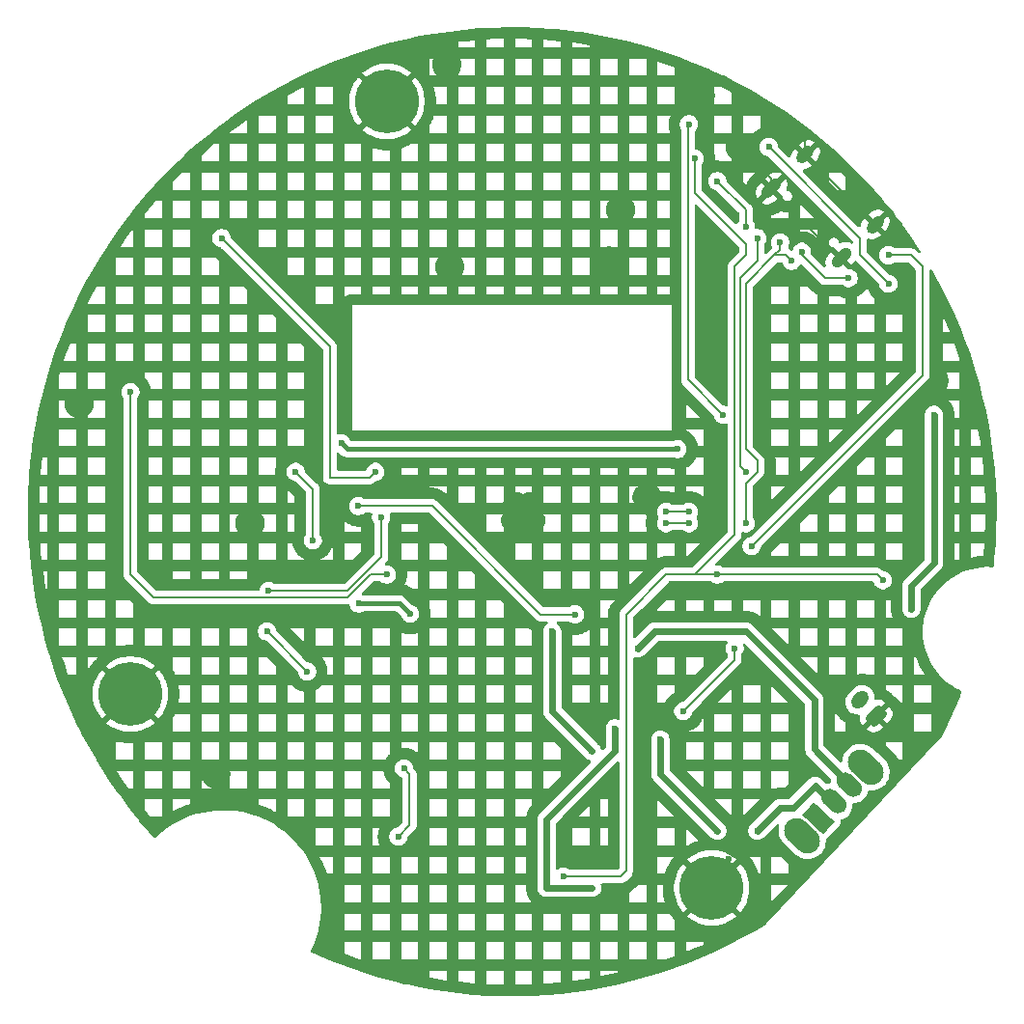
<source format=gbl>
G04 #@! TF.GenerationSoftware,KiCad,Pcbnew,9.0.0*
G04 #@! TF.CreationDate,2025-03-23T20:11:35+01:00*
G04 #@! TF.ProjectId,PCB Board,50434220-426f-4617-9264-2e6b69636164,rev?*
G04 #@! TF.SameCoordinates,Original*
G04 #@! TF.FileFunction,Copper,L2,Bot*
G04 #@! TF.FilePolarity,Positive*
%FSLAX46Y46*%
G04 Gerber Fmt 4.6, Leading zero omitted, Abs format (unit mm)*
G04 Created by KiCad (PCBNEW 9.0.0) date 2025-03-23 20:11:35*
%MOMM*%
%LPD*%
G01*
G04 APERTURE LIST*
G04 Aperture macros list*
%AMRoundRect*
0 Rectangle with rounded corners*
0 $1 Rounding radius*
0 $2 $3 $4 $5 $6 $7 $8 $9 X,Y pos of 4 corners*
0 Add a 4 corners polygon primitive as box body*
4,1,4,$2,$3,$4,$5,$6,$7,$8,$9,$2,$3,0*
0 Add four circle primitives for the rounded corners*
1,1,$1+$1,$2,$3*
1,1,$1+$1,$4,$5*
1,1,$1+$1,$6,$7*
1,1,$1+$1,$8,$9*
0 Add four rect primitives between the rounded corners*
20,1,$1+$1,$2,$3,$4,$5,0*
20,1,$1+$1,$4,$5,$6,$7,0*
20,1,$1+$1,$6,$7,$8,$9,0*
20,1,$1+$1,$8,$9,$2,$3,0*%
%AMHorizOval*
0 Thick line with rounded ends*
0 $1 width*
0 $2 $3 position (X,Y) of the first rounded end (center of the circle)*
0 $4 $5 position (X,Y) of the second rounded end (center of the circle)*
0 Add line between two ends*
20,1,$1,$2,$3,$4,$5,0*
0 Add two circle primitives to create the rounded ends*
1,1,$1,$2,$3*
1,1,$1,$4,$5*%
%AMRotRect*
0 Rectangle, with rotation*
0 The origin of the aperture is its center*
0 $1 length*
0 $2 width*
0 $3 Rotation angle, in degrees counterclockwise*
0 Add horizontal line*
21,1,$1,$2,0,0,$3*%
G04 Aperture macros list end*
G04 #@! TA.AperFunction,ComponentPad*
%ADD10C,3.600000*%
G04 #@! TD*
G04 #@! TA.AperFunction,ConnectorPad*
%ADD11C,5.600000*%
G04 #@! TD*
G04 #@! TA.AperFunction,ComponentPad*
%ADD12RoundRect,0.250000X0.689429X0.194454X0.194454X0.689429X-0.689429X-0.194454X-0.194454X-0.689429X0*%
G04 #@! TD*
G04 #@! TA.AperFunction,ComponentPad*
%ADD13HorizOval,1.200000X0.194454X0.194454X-0.194454X-0.194454X0*%
G04 #@! TD*
G04 #@! TA.AperFunction,HeatsinkPad*
%ADD14C,0.600000*%
G04 #@! TD*
G04 #@! TA.AperFunction,ComponentPad*
%ADD15HorizOval,2.200000X-0.475380X0.443299X0.475380X-0.443299X0*%
G04 #@! TD*
G04 #@! TA.AperFunction,ComponentPad*
%ADD16RotRect,1.500000X2.500000X47.000000*%
G04 #@! TD*
G04 #@! TA.AperFunction,ComponentPad*
%ADD17HorizOval,1.500000X-0.365677X0.340999X0.365677X-0.340999X0*%
G04 #@! TD*
G04 #@! TA.AperFunction,HeatsinkPad*
%ADD18HorizOval,1.000000X0.388909X0.388909X-0.388909X-0.388909X0*%
G04 #@! TD*
G04 #@! TA.AperFunction,HeatsinkPad*
%ADD19HorizOval,1.000000X0.282843X0.282843X-0.282843X-0.282843X0*%
G04 #@! TD*
G04 #@! TA.AperFunction,ViaPad*
%ADD20C,0.600000*%
G04 #@! TD*
G04 #@! TA.AperFunction,Conductor*
%ADD21C,0.200000*%
G04 #@! TD*
G04 #@! TA.AperFunction,Conductor*
%ADD22C,0.400000*%
G04 #@! TD*
G04 #@! TA.AperFunction,Conductor*
%ADD23C,0.600000*%
G04 #@! TD*
G04 APERTURE END LIST*
D10*
X31100000Y-79900000D03*
D11*
X31100000Y-79900000D03*
D12*
X96514214Y-81814214D03*
D13*
X95100000Y-80400000D03*
D14*
X64460000Y-63550000D03*
X64460000Y-64650000D03*
X65010000Y-63000000D03*
X65010000Y-64100000D03*
X65010000Y-65200000D03*
X65560000Y-63550000D03*
X65560000Y-64650000D03*
X66110000Y-63000000D03*
X66110000Y-64100000D03*
X66110000Y-65200000D03*
X66660000Y-63550000D03*
X66660000Y-64650000D03*
D10*
X82100000Y-96900000D03*
D11*
X82100000Y-96900000D03*
D15*
X90037862Y-92305900D03*
X95630248Y-86308800D03*
D16*
X91470058Y-90770058D03*
D17*
X92834054Y-89307349D03*
X94198051Y-87844643D03*
D18*
X93459135Y-41650268D03*
D19*
X96414841Y-38694562D03*
D18*
X87349732Y-35540865D03*
D19*
X90305438Y-32585159D03*
D10*
X53600000Y-27900000D03*
D11*
X53600000Y-27900000D03*
D20*
X82100000Y-50400000D03*
X59100000Y-42400000D03*
X75600000Y-81400000D03*
X74100000Y-37400000D03*
X73100000Y-41900000D03*
X38600000Y-86900000D03*
X48100000Y-61900000D03*
X72100000Y-94900000D03*
X58850000Y-24650000D03*
X88600000Y-29400000D03*
X83600000Y-94400000D03*
X101600000Y-52400000D03*
X53600000Y-60900000D03*
X84600000Y-31900000D03*
X76432216Y-62623429D03*
X41600000Y-64900000D03*
X81100000Y-27400000D03*
X26600000Y-54400000D03*
X52600000Y-60400000D03*
X39100000Y-39900000D03*
X55643750Y-72856250D03*
X79100000Y-58400000D03*
X49600000Y-57900000D03*
X51130000Y-71940000D03*
X77600000Y-83900000D03*
X71600000Y-84900000D03*
X101600000Y-55400000D03*
X68100000Y-74400000D03*
X82600000Y-91900000D03*
X99600000Y-72400000D03*
X73600000Y-82900000D03*
X71600000Y-96900000D03*
X70100000Y-72900000D03*
X75600000Y-75900000D03*
X51100000Y-63400000D03*
X85600000Y-66900000D03*
X97600000Y-41400000D03*
X87100000Y-31900000D03*
X97600000Y-43900000D03*
X80100000Y-29900000D03*
X84100000Y-75900000D03*
X83100000Y-55400000D03*
X79600000Y-81400000D03*
X78100000Y-64900000D03*
X80100000Y-64900000D03*
X88100000Y-40300000D03*
X85100000Y-64900000D03*
X89100000Y-41900000D03*
X80100000Y-63900000D03*
X86100000Y-39900000D03*
X78100000Y-63900000D03*
X85100000Y-60400000D03*
X85100000Y-38900000D03*
X82600000Y-34900000D03*
X90002276Y-41100000D03*
X94100000Y-43400000D03*
X43216322Y-70822633D03*
X53100000Y-64400000D03*
X97100000Y-69900000D03*
X69100000Y-95900000D03*
X80600000Y-32900000D03*
X82600000Y-69400000D03*
X31100000Y-53400000D03*
X53600000Y-69400000D03*
X46600000Y-77900000D03*
X43100000Y-74400000D03*
X55100000Y-86400000D03*
X54600000Y-92400000D03*
X45600000Y-60400000D03*
X47100000Y-66400000D03*
X86100000Y-91900000D03*
D21*
X93210233Y-41650268D02*
X87349732Y-35789767D01*
X87349732Y-35540865D02*
X87349732Y-34649732D01*
X38826900Y-34031116D02*
X38968884Y-34031116D01*
X90305438Y-32585159D02*
X90305438Y-31105438D01*
X93459135Y-41650268D02*
X93210233Y-41650268D01*
X90305438Y-31105438D02*
X88600000Y-29400000D01*
X87349732Y-34649732D02*
X84600000Y-31900000D01*
X87349732Y-35789767D02*
X87349732Y-35540865D01*
X90305438Y-32585159D02*
X96414841Y-38694562D01*
X52100000Y-60900000D02*
X48600000Y-60900000D01*
X48600000Y-49400000D02*
X39100000Y-39900000D01*
X48600000Y-60900000D02*
X48600000Y-49400000D01*
X52600000Y-60400000D02*
X52100000Y-60900000D01*
D22*
X49600000Y-57900000D02*
X50100000Y-58400000D01*
X54727500Y-71940000D02*
X51130000Y-71940000D01*
X79100000Y-58400000D02*
X50100000Y-58400000D01*
X54727500Y-71940000D02*
X55643750Y-72856250D01*
D23*
X101600000Y-68400000D02*
X99600000Y-70400000D01*
X99600000Y-70400000D02*
X99600000Y-72400000D01*
X82600000Y-91900000D02*
X77600000Y-86900000D01*
X77600000Y-86900000D02*
X77600000Y-83900000D01*
X101600000Y-55400000D02*
X101600000Y-68400000D01*
X68100000Y-81400000D02*
X71600000Y-84900000D01*
X68100000Y-74400000D02*
X68100000Y-81400000D01*
X91100000Y-84746592D02*
X94198051Y-87844643D01*
X91100000Y-80400000D02*
X85100000Y-74400000D01*
X71600000Y-96900000D02*
X67600000Y-96900000D01*
D21*
X67100000Y-72900000D02*
X57600000Y-63400000D01*
D23*
X77100000Y-74400000D02*
X75600000Y-75900000D01*
X67600000Y-96900000D02*
X67600000Y-90900000D01*
D21*
X57600000Y-63400000D02*
X51100000Y-63400000D01*
D23*
X67600000Y-90900000D02*
X73600000Y-84900000D01*
X73600000Y-84900000D02*
X73600000Y-82900000D01*
D21*
X70100000Y-72900000D02*
X67100000Y-72900000D01*
D23*
X91100000Y-80400000D02*
X91100000Y-84746592D01*
X85100000Y-74400000D02*
X77100000Y-74400000D01*
D21*
X100600000Y-42400000D02*
X100600000Y-51900000D01*
X99600000Y-41400000D02*
X100600000Y-42400000D01*
X97600000Y-41400000D02*
X99600000Y-41400000D01*
X100600000Y-51900000D02*
X85600000Y-66900000D01*
X97600000Y-43900000D02*
X95100000Y-41400000D01*
X95100000Y-39900000D02*
X87100000Y-31900000D01*
X95100000Y-41400000D02*
X95100000Y-39900000D01*
X83100000Y-55400000D02*
X79999000Y-52299000D01*
X84100000Y-76900000D02*
X84100000Y-75900000D01*
X79600000Y-81400000D02*
X84100000Y-76900000D01*
X79999000Y-30001000D02*
X80100000Y-29900000D01*
X79999000Y-52299000D02*
X79999000Y-30001000D01*
X86100000Y-59400000D02*
X86100000Y-60400000D01*
X89100000Y-41900000D02*
X88600000Y-41400000D01*
X85100000Y-61400000D02*
X85100000Y-64900000D01*
X85100000Y-58400000D02*
X86100000Y-59400000D01*
X80100000Y-64900000D02*
X78100000Y-64900000D01*
X85100000Y-43900000D02*
X85100000Y-58400000D01*
X88600000Y-41400000D02*
X87600000Y-41400000D01*
X87600000Y-41400000D02*
X85100000Y-43900000D01*
X88100000Y-40300000D02*
X88100000Y-40900000D01*
X86100000Y-60400000D02*
X85100000Y-61400000D01*
X88100000Y-40900000D02*
X87600000Y-41400000D01*
X84600000Y-43400000D02*
X84600000Y-59900000D01*
X80100000Y-63900000D02*
X78100000Y-63900000D01*
X84600000Y-59900000D02*
X85100000Y-60400000D01*
X86100000Y-41900000D02*
X84600000Y-43400000D01*
X86100000Y-39900000D02*
X86100000Y-41900000D01*
X85100000Y-37400000D02*
X82600000Y-34900000D01*
X85100000Y-38900000D02*
X85100000Y-37400000D01*
X90002276Y-41100000D02*
X90002276Y-41360715D01*
X92041561Y-43400000D02*
X94100000Y-43400000D01*
X90002276Y-41360715D02*
X92041561Y-43400000D01*
X53100000Y-64400000D02*
X53100000Y-67900000D01*
X50177367Y-70822633D02*
X43216322Y-70822633D01*
X53100000Y-67900000D02*
X50177367Y-70822633D01*
X78100000Y-69400000D02*
X80600000Y-69400000D01*
X84100000Y-65900000D02*
X80600000Y-69400000D01*
X80600000Y-69400000D02*
X82600000Y-69400000D01*
X85100000Y-40400000D02*
X85100000Y-41400000D01*
X74100000Y-95900000D02*
X74600000Y-95400000D01*
X74600000Y-72900000D02*
X78100000Y-69400000D01*
X96600000Y-69400000D02*
X82600000Y-69400000D01*
X74600000Y-95400000D02*
X74600000Y-72900000D01*
X85100000Y-41400000D02*
X84100000Y-42400000D01*
X84100000Y-42400000D02*
X84100000Y-65900000D01*
X97100000Y-69900000D02*
X96600000Y-69400000D01*
X69100000Y-95900000D02*
X74100000Y-95900000D01*
X80600000Y-32900000D02*
X80600000Y-35900000D01*
X80600000Y-35900000D02*
X85100000Y-40400000D01*
X52167100Y-69400000D02*
X50143467Y-71423633D01*
X31423783Y-69723783D02*
X31100000Y-69400000D01*
X33123633Y-71423633D02*
X31423783Y-69723783D01*
X50143467Y-71423633D02*
X33123633Y-71423633D01*
X31100000Y-69400000D02*
X31100000Y-53400000D01*
X53600000Y-69400000D02*
X52167100Y-69400000D01*
X46600000Y-77900000D02*
X43100000Y-74400000D01*
X55600000Y-86900000D02*
X55600000Y-91400000D01*
X55100000Y-86400000D02*
X55600000Y-86900000D01*
X55600000Y-91400000D02*
X54600000Y-92400000D01*
X47100000Y-61900000D02*
X47100000Y-66400000D01*
X45600000Y-60400000D02*
X47100000Y-61900000D01*
D23*
X88091331Y-89908669D02*
X89217593Y-89908669D01*
X86100000Y-91900000D02*
X88091331Y-89908669D01*
X92507349Y-89307349D02*
X92834054Y-89307349D01*
X89217593Y-89908669D02*
X91163131Y-87963131D01*
X91163131Y-87963131D02*
X92507349Y-89307349D01*
G04 #@! TA.AperFunction,Conductor*
G36*
X73918834Y-85815758D02*
G01*
X73974767Y-85857630D01*
X73999184Y-85923094D01*
X73999500Y-85931940D01*
X73999500Y-95099901D01*
X73979815Y-95166940D01*
X73963182Y-95187582D01*
X73887584Y-95263181D01*
X73826261Y-95296666D01*
X73799902Y-95299500D01*
X69679766Y-95299500D01*
X69612727Y-95279815D01*
X69610875Y-95278602D01*
X69479185Y-95190609D01*
X69479172Y-95190602D01*
X69333501Y-95130264D01*
X69333489Y-95130261D01*
X69178845Y-95099500D01*
X69178842Y-95099500D01*
X69021158Y-95099500D01*
X69021155Y-95099500D01*
X68866510Y-95130261D01*
X68866498Y-95130264D01*
X68720827Y-95190602D01*
X68720814Y-95190609D01*
X68593391Y-95275751D01*
X68526713Y-95296629D01*
X68459333Y-95278144D01*
X68412643Y-95226165D01*
X68400500Y-95172649D01*
X68400500Y-93152041D01*
X69850058Y-93152041D01*
X71352058Y-93152041D01*
X72350058Y-93152041D01*
X73001500Y-93152041D01*
X73001500Y-91650041D01*
X72350058Y-91650041D01*
X72350058Y-93152041D01*
X71352058Y-93152041D01*
X71352058Y-91650041D01*
X69850058Y-91650041D01*
X69850058Y-93152041D01*
X68400500Y-93152041D01*
X68400500Y-91282940D01*
X68420185Y-91215901D01*
X68436819Y-91195259D01*
X68980037Y-90652041D01*
X70391421Y-90652041D01*
X71352058Y-90652041D01*
X72350058Y-90652041D01*
X73001500Y-90652041D01*
X73001500Y-89150041D01*
X72350058Y-89150041D01*
X72350058Y-90652041D01*
X71352058Y-90652041D01*
X71352058Y-89691404D01*
X70391421Y-90652041D01*
X68980037Y-90652041D01*
X73787819Y-85844259D01*
X73849142Y-85810774D01*
X73918834Y-85815758D01*
G37*
G04 #@! TD.AperFunction*
G04 #@! TA.AperFunction,Conductor*
G36*
X80804703Y-36954384D02*
G01*
X80811181Y-36960416D01*
X84463181Y-40612416D01*
X84496666Y-40673739D01*
X84499500Y-40700097D01*
X84499500Y-41099902D01*
X84479815Y-41166941D01*
X84463181Y-41187583D01*
X83619481Y-42031282D01*
X83619479Y-42031285D01*
X83574385Y-42109392D01*
X83574384Y-42109393D01*
X83540423Y-42168214D01*
X83540423Y-42168215D01*
X83499499Y-42320943D01*
X83499499Y-42320945D01*
X83499499Y-42489046D01*
X83499500Y-42489059D01*
X83499500Y-54513444D01*
X83479815Y-54580483D01*
X83427011Y-54626238D01*
X83357853Y-54636182D01*
X83339575Y-54631202D01*
X83339324Y-54632031D01*
X83333491Y-54630261D01*
X83178149Y-54599361D01*
X83116238Y-54566976D01*
X83114660Y-54565425D01*
X80635819Y-52086584D01*
X80602334Y-52025261D01*
X80599500Y-51998903D01*
X80599500Y-37048097D01*
X80619185Y-36981058D01*
X80671989Y-36935303D01*
X80741147Y-36925359D01*
X80804703Y-36954384D01*
G37*
G04 #@! TD.AperFunction*
G04 #@! TA.AperFunction,Conductor*
G36*
X65532250Y-21410756D02*
G01*
X65535997Y-21410838D01*
X66826138Y-21458873D01*
X66829817Y-21459066D01*
X68117911Y-21546378D01*
X68121621Y-21546686D01*
X69406438Y-21673194D01*
X69410101Y-21673611D01*
X70690499Y-21839201D01*
X70694198Y-21839738D01*
X71968893Y-22044244D01*
X71972574Y-22044892D01*
X73240464Y-22288135D01*
X73244115Y-22288893D01*
X74504029Y-22570650D01*
X74507682Y-22571526D01*
X75758391Y-22891521D01*
X75761957Y-22892492D01*
X77002383Y-23250451D01*
X77005923Y-23251531D01*
X78234887Y-23647114D01*
X78238390Y-23648301D01*
X79454723Y-24081133D01*
X79458231Y-24082442D01*
X80660775Y-24552110D01*
X80664206Y-24553510D01*
X81508421Y-24913238D01*
X81851873Y-25059586D01*
X81855325Y-25061119D01*
X83027016Y-25603134D01*
X83030420Y-25604772D01*
X83124936Y-25652041D01*
X84185056Y-26182226D01*
X84188393Y-26183959D01*
X85324916Y-26796324D01*
X85328186Y-26798151D01*
X86394322Y-27415215D01*
X86445524Y-27444850D01*
X86448764Y-27446792D01*
X87545853Y-28127207D01*
X87549032Y-28129246D01*
X88624898Y-28842773D01*
X88628015Y-28844909D01*
X89681667Y-29590892D01*
X89684681Y-29593095D01*
X90690487Y-30352235D01*
X90715137Y-30370840D01*
X90718111Y-30373157D01*
X91707338Y-31168220D01*
X91724352Y-31181894D01*
X91727249Y-31184296D01*
X92708427Y-32023343D01*
X92711217Y-32025804D01*
X93593972Y-32828507D01*
X93666362Y-32894332D01*
X93669114Y-32896911D01*
X94184082Y-33394668D01*
X94597375Y-33794147D01*
X94600045Y-33796808D01*
X95491394Y-34712504D01*
X95500529Y-34721888D01*
X95503113Y-34724625D01*
X96374974Y-35676678D01*
X96377477Y-35679495D01*
X97049468Y-36459740D01*
X97219979Y-36657719D01*
X97222400Y-36660619D01*
X98034671Y-37664000D01*
X98037003Y-37666972D01*
X98243101Y-37938047D01*
X98796951Y-38666510D01*
X98818354Y-38694660D01*
X98820590Y-38697697D01*
X99529252Y-39691199D01*
X99570248Y-39748672D01*
X99572390Y-39751773D01*
X99697862Y-39939522D01*
X100289721Y-40825150D01*
X100291772Y-40828323D01*
X100405110Y-41009639D01*
X100423952Y-41076920D01*
X100403429Y-41143707D01*
X100350055Y-41188796D01*
X100280778Y-41197872D01*
X100217591Y-41168052D01*
X100212281Y-41163046D01*
X100087590Y-41038355D01*
X100087588Y-41038352D01*
X99968717Y-40919481D01*
X99968716Y-40919480D01*
X99876956Y-40866503D01*
X99876955Y-40866502D01*
X99831783Y-40840422D01*
X99774786Y-40825150D01*
X99679057Y-40799499D01*
X99520943Y-40799499D01*
X99513347Y-40799499D01*
X99513331Y-40799500D01*
X98179766Y-40799500D01*
X98112727Y-40779815D01*
X98110875Y-40778602D01*
X97979185Y-40690609D01*
X97979172Y-40690602D01*
X97833501Y-40630264D01*
X97833489Y-40630261D01*
X97678845Y-40599500D01*
X97678842Y-40599500D01*
X97521158Y-40599500D01*
X97521155Y-40599500D01*
X97366510Y-40630261D01*
X97366498Y-40630264D01*
X97220827Y-40690602D01*
X97220814Y-40690609D01*
X97089711Y-40778210D01*
X97089707Y-40778213D01*
X96978213Y-40889707D01*
X96978210Y-40889711D01*
X96890609Y-41020814D01*
X96890602Y-41020827D01*
X96830264Y-41166498D01*
X96830261Y-41166510D01*
X96799500Y-41321153D01*
X96799500Y-41478846D01*
X96830261Y-41633489D01*
X96830264Y-41633501D01*
X96890602Y-41779172D01*
X96890609Y-41779185D01*
X96978210Y-41910288D01*
X96978213Y-41910292D01*
X97089707Y-42021786D01*
X97089711Y-42021789D01*
X97220814Y-42109390D01*
X97220827Y-42109397D01*
X97366498Y-42169735D01*
X97366503Y-42169737D01*
X97487103Y-42193726D01*
X97521153Y-42200499D01*
X97521156Y-42200500D01*
X97521158Y-42200500D01*
X97678844Y-42200500D01*
X97678845Y-42200499D01*
X97833497Y-42169737D01*
X97946166Y-42123067D01*
X97979172Y-42109397D01*
X97979172Y-42109396D01*
X97979179Y-42109394D01*
X98033663Y-42072989D01*
X98110875Y-42021398D01*
X98177553Y-42000520D01*
X98179766Y-42000500D01*
X99299903Y-42000500D01*
X99366942Y-42020185D01*
X99387584Y-42036819D01*
X99963181Y-42612416D01*
X99996666Y-42673739D01*
X99999500Y-42700097D01*
X99999500Y-51599903D01*
X99979815Y-51666942D01*
X99963181Y-51687584D01*
X85585339Y-66065425D01*
X85524016Y-66098910D01*
X85521850Y-66099361D01*
X85366508Y-66130261D01*
X85366498Y-66130264D01*
X85220827Y-66190602D01*
X85220814Y-66190609D01*
X85089711Y-66278210D01*
X85089707Y-66278213D01*
X84978213Y-66389707D01*
X84978210Y-66389711D01*
X84890609Y-66520814D01*
X84890602Y-66520827D01*
X84830264Y-66666498D01*
X84830261Y-66666510D01*
X84799500Y-66821153D01*
X84799500Y-66978846D01*
X84830261Y-67133489D01*
X84830264Y-67133501D01*
X84890602Y-67279172D01*
X84890609Y-67279185D01*
X84978210Y-67410288D01*
X84978213Y-67410292D01*
X85089707Y-67521786D01*
X85089711Y-67521789D01*
X85220814Y-67609390D01*
X85220827Y-67609397D01*
X85321907Y-67651265D01*
X85366503Y-67669737D01*
X85521153Y-67700499D01*
X85521156Y-67700500D01*
X85521158Y-67700500D01*
X85678844Y-67700500D01*
X85678845Y-67700499D01*
X85833497Y-67669737D01*
X85979179Y-67609394D01*
X86110289Y-67521789D01*
X86221520Y-67410558D01*
X87350058Y-67410558D01*
X87350058Y-67801500D01*
X88852058Y-67801500D01*
X89850058Y-67801500D01*
X91352058Y-67801500D01*
X92350058Y-67801500D01*
X93852058Y-67801500D01*
X94850058Y-67801500D01*
X96352058Y-67801500D01*
X96352058Y-66650041D01*
X94850058Y-66650041D01*
X94850058Y-67801500D01*
X93852058Y-67801500D01*
X93852058Y-66650041D01*
X92350058Y-66650041D01*
X92350058Y-67801500D01*
X91352058Y-67801500D01*
X91352058Y-66650041D01*
X89850058Y-66650041D01*
X89850058Y-67801500D01*
X88852058Y-67801500D01*
X88852058Y-66650041D01*
X88110576Y-66650041D01*
X87350058Y-67410558D01*
X86221520Y-67410558D01*
X86221789Y-67410289D01*
X86309394Y-67279179D01*
X86369737Y-67133497D01*
X86398857Y-66987101D01*
X86400638Y-66978150D01*
X86433023Y-66916239D01*
X86434518Y-66914716D01*
X88438676Y-64910558D01*
X89850058Y-64910558D01*
X89850058Y-65652041D01*
X91352058Y-65652041D01*
X92350058Y-65652041D01*
X93852058Y-65652041D01*
X94850058Y-65652041D01*
X96352058Y-65652041D01*
X97350058Y-65652041D01*
X98852058Y-65652041D01*
X98852058Y-64150041D01*
X97350058Y-64150041D01*
X97350058Y-65652041D01*
X96352058Y-65652041D01*
X96352058Y-64150041D01*
X94850058Y-64150041D01*
X94850058Y-65652041D01*
X93852058Y-65652041D01*
X93852058Y-64150041D01*
X92350058Y-64150041D01*
X92350058Y-65652041D01*
X91352058Y-65652041D01*
X91352058Y-64150041D01*
X90610576Y-64150041D01*
X89850058Y-64910558D01*
X88438676Y-64910558D01*
X90938676Y-62410558D01*
X92350058Y-62410558D01*
X92350058Y-63152041D01*
X93852058Y-63152041D01*
X94850058Y-63152041D01*
X96352058Y-63152041D01*
X97350058Y-63152041D01*
X98852058Y-63152041D01*
X98852058Y-61650041D01*
X97350058Y-61650041D01*
X97350058Y-63152041D01*
X96352058Y-63152041D01*
X96352058Y-61650041D01*
X94850058Y-61650041D01*
X94850058Y-63152041D01*
X93852058Y-63152041D01*
X93852058Y-61650041D01*
X93110576Y-61650041D01*
X92350058Y-62410558D01*
X90938676Y-62410558D01*
X93438676Y-59910558D01*
X94850058Y-59910558D01*
X94850058Y-60652041D01*
X96352058Y-60652041D01*
X97350058Y-60652041D01*
X98852058Y-60652041D01*
X98852058Y-59150041D01*
X97350058Y-59150041D01*
X97350058Y-60652041D01*
X96352058Y-60652041D01*
X96352058Y-59150041D01*
X95610575Y-59150041D01*
X94850058Y-59910558D01*
X93438676Y-59910558D01*
X95938676Y-57410558D01*
X97350058Y-57410558D01*
X97350058Y-58152041D01*
X98852058Y-58152041D01*
X98852058Y-56650041D01*
X98110575Y-56650041D01*
X97350058Y-57410558D01*
X95938676Y-57410558D01*
X99199192Y-54150041D01*
X102893504Y-54150041D01*
X102944809Y-54201346D01*
X102949007Y-54205755D01*
X102973738Y-54233042D01*
X102977712Y-54237649D01*
X103008801Y-54275531D01*
X103012545Y-54280329D01*
X103034478Y-54309902D01*
X103037983Y-54314878D01*
X103152816Y-54486737D01*
X103156074Y-54491882D01*
X103175009Y-54523475D01*
X103178008Y-54528770D01*
X103201109Y-54571991D01*
X103203845Y-54577426D01*
X103219586Y-54610708D01*
X103222052Y-54616272D01*
X103301145Y-54807222D01*
X103303335Y-54812899D01*
X103315737Y-54847560D01*
X103317646Y-54853338D01*
X103331872Y-54900233D01*
X103333495Y-54906097D01*
X103342445Y-54941823D01*
X103343779Y-54947765D01*
X103384104Y-55150492D01*
X103385145Y-55156489D01*
X103390549Y-55192920D01*
X103391294Y-55198961D01*
X103396097Y-55247733D01*
X103396545Y-55253803D01*
X103398351Y-55290575D01*
X103398500Y-55296658D01*
X103398500Y-55652041D01*
X103852058Y-55652041D01*
X103852058Y-54150041D01*
X102893504Y-54150041D01*
X99199192Y-54150041D01*
X100197192Y-53152041D01*
X102628360Y-53152041D01*
X103852058Y-53152041D01*
X103852058Y-51650041D01*
X102629873Y-51650041D01*
X102683886Y-51724384D01*
X102694053Y-51740974D01*
X102776232Y-51902258D01*
X102783678Y-51920235D01*
X102839614Y-52092390D01*
X102844156Y-52111310D01*
X102872473Y-52290095D01*
X102874000Y-52309493D01*
X102874000Y-52490507D01*
X102872473Y-52509905D01*
X102844156Y-52688690D01*
X102839614Y-52707610D01*
X102783678Y-52879765D01*
X102776232Y-52897742D01*
X102694053Y-53059026D01*
X102683886Y-53075616D01*
X102628360Y-53152041D01*
X100197192Y-53152041D01*
X100958506Y-52390727D01*
X100958511Y-52390724D01*
X100968714Y-52380520D01*
X100968716Y-52380520D01*
X101080520Y-52268716D01*
X101159577Y-52131784D01*
X101200500Y-51979057D01*
X101200500Y-50652041D01*
X102350058Y-50652041D01*
X103852058Y-50652041D01*
X103852058Y-50423646D01*
X103431771Y-49255611D01*
X103390110Y-49150041D01*
X102350058Y-49150041D01*
X102350058Y-50652041D01*
X101200500Y-50652041D01*
X101200500Y-48152041D01*
X102350058Y-48152041D01*
X102996275Y-48152041D01*
X102967669Y-48079552D01*
X102467932Y-46918116D01*
X102350058Y-46665639D01*
X102350058Y-48152041D01*
X101200500Y-48152041D01*
X101200500Y-42766121D01*
X101220185Y-42699082D01*
X101272989Y-42653327D01*
X101342147Y-42643383D01*
X101405703Y-42672408D01*
X101431601Y-42703628D01*
X101628618Y-43041277D01*
X101630472Y-43044569D01*
X102246828Y-44178916D01*
X102248581Y-44182262D01*
X102419881Y-44521786D01*
X102754175Y-45184375D01*
X102830091Y-45334843D01*
X102831741Y-45338241D01*
X103377871Y-46508001D01*
X103379417Y-46511448D01*
X103889668Y-47697319D01*
X103891108Y-47700812D01*
X104364987Y-48901647D01*
X104366320Y-48905181D01*
X104803419Y-50119941D01*
X104804643Y-50123515D01*
X105204508Y-51350945D01*
X105205624Y-51354554D01*
X105567944Y-52593696D01*
X105568948Y-52597338D01*
X105893326Y-53846839D01*
X105894220Y-53850509D01*
X106180404Y-55109390D01*
X106181185Y-55113086D01*
X106428885Y-56380073D01*
X106429553Y-56383791D01*
X106638539Y-57657719D01*
X106639094Y-57661456D01*
X106809180Y-58941170D01*
X106809621Y-58944922D01*
X106940647Y-60229242D01*
X106940973Y-60233005D01*
X107032816Y-61520715D01*
X107033027Y-61524487D01*
X107085601Y-62814388D01*
X107085697Y-62818165D01*
X107098954Y-64109032D01*
X107098936Y-64112809D01*
X107072865Y-65403548D01*
X107072731Y-65407324D01*
X107007354Y-66696643D01*
X107007105Y-66700412D01*
X106902486Y-67987114D01*
X106902123Y-67990874D01*
X106828325Y-68649425D01*
X106801297Y-68713855D01*
X106743726Y-68753445D01*
X106692061Y-68758929D01*
X106659265Y-68755462D01*
X106659242Y-68755460D01*
X106196049Y-68744491D01*
X106196036Y-68744491D01*
X106196035Y-68744491D01*
X106196034Y-68744491D01*
X105733464Y-68771340D01*
X105733463Y-68771340D01*
X105274625Y-68835828D01*
X105274624Y-68835828D01*
X104822585Y-68937524D01*
X104822567Y-68937529D01*
X104380333Y-69075758D01*
X103950829Y-69249603D01*
X103536933Y-69457903D01*
X103141418Y-69699263D01*
X102766901Y-69972083D01*
X102476195Y-70222574D01*
X102415886Y-70274540D01*
X102411323Y-70279172D01*
X102090710Y-70604620D01*
X102090705Y-70604626D01*
X101793543Y-70960120D01*
X101526353Y-71338691D01*
X101290946Y-71737769D01*
X101290933Y-71737792D01*
X101088871Y-72154723D01*
X101088869Y-72154727D01*
X100921473Y-72586782D01*
X100789873Y-73031060D01*
X100789870Y-73031071D01*
X100696322Y-73478039D01*
X100694954Y-73484576D01*
X100673378Y-73656750D01*
X100637340Y-73944336D01*
X100617419Y-74407233D01*
X100617419Y-74407266D01*
X100635321Y-74870228D01*
X100635323Y-74870257D01*
X100690931Y-75330256D01*
X100783875Y-75784183D01*
X100783877Y-75784192D01*
X100913532Y-76229018D01*
X100913536Y-76229029D01*
X101079043Y-76661799D01*
X101079046Y-76661807D01*
X101279293Y-77079619D01*
X101279299Y-77079631D01*
X101279303Y-77079638D01*
X101512975Y-77479749D01*
X101778504Y-77859468D01*
X101778509Y-77859474D01*
X101778521Y-77859490D01*
X102074104Y-78216243D01*
X102074123Y-78216265D01*
X102397851Y-78547756D01*
X102747539Y-78851736D01*
X102747546Y-78851741D01*
X102747547Y-78851742D01*
X103120870Y-79126191D01*
X103120875Y-79126194D01*
X103120886Y-79126202D01*
X103515327Y-79369271D01*
X103515335Y-79369275D01*
X103928312Y-79579375D01*
X103960703Y-79592650D01*
X104015270Y-79636286D01*
X104037583Y-79702496D01*
X104028857Y-79753325D01*
X103884045Y-80116414D01*
X103882907Y-80119171D01*
X103482655Y-81056551D01*
X103481451Y-81059279D01*
X103058788Y-81986727D01*
X103057519Y-81989426D01*
X102612656Y-82906471D01*
X102611322Y-82909139D01*
X102180978Y-83744474D01*
X102161264Y-83772434D01*
X86899988Y-100072503D01*
X86873058Y-100094208D01*
X85842676Y-100709687D01*
X85839435Y-100711558D01*
X84722125Y-101334002D01*
X84718828Y-101335774D01*
X83583260Y-101924205D01*
X83579912Y-101925876D01*
X82427116Y-102479766D01*
X82423718Y-102481336D01*
X81254714Y-103000191D01*
X81251271Y-103001657D01*
X80067164Y-103484987D01*
X80063678Y-103486349D01*
X78865511Y-103933730D01*
X78861986Y-103934986D01*
X77650856Y-104346008D01*
X77647294Y-104347157D01*
X76424352Y-104721429D01*
X76420757Y-104722471D01*
X75187011Y-105059684D01*
X75183386Y-105060616D01*
X73940058Y-105360435D01*
X73936407Y-105361257D01*
X72684617Y-105623415D01*
X72680943Y-105624127D01*
X71421766Y-105848396D01*
X71418072Y-105848996D01*
X70152754Y-106035155D01*
X70149044Y-106035644D01*
X68878661Y-106183536D01*
X68874937Y-106183913D01*
X67600653Y-106293401D01*
X67596920Y-106293665D01*
X66319918Y-106364647D01*
X66316179Y-106364798D01*
X65037656Y-106397210D01*
X65033913Y-106397249D01*
X63754927Y-106391060D01*
X63751185Y-106390985D01*
X62473001Y-106346204D01*
X62469264Y-106346017D01*
X61192993Y-106262681D01*
X61189308Y-106262384D01*
X59916172Y-106140574D01*
X59912452Y-106140162D01*
X58643522Y-105979981D01*
X58639817Y-105979456D01*
X57376355Y-105781062D01*
X57372667Y-105780426D01*
X56115721Y-105543984D01*
X56112053Y-105543236D01*
X55452105Y-105398346D01*
X64850058Y-105398346D01*
X65025566Y-105399196D01*
X66277687Y-105367452D01*
X66352058Y-105363318D01*
X66352058Y-105307845D01*
X67350058Y-105307845D01*
X67528351Y-105297934D01*
X68776370Y-105190703D01*
X68852058Y-105181891D01*
X68852058Y-105065709D01*
X69850058Y-105065709D01*
X70020558Y-105045860D01*
X71259721Y-104863550D01*
X71352058Y-104847103D01*
X71352058Y-104669353D01*
X72350058Y-104669353D01*
X72492959Y-104643901D01*
X73718931Y-104387150D01*
X73852058Y-104355048D01*
X73852058Y-104150041D01*
X72350058Y-104150041D01*
X72350058Y-104669353D01*
X71352058Y-104669353D01*
X71352058Y-104150041D01*
X69850058Y-104150041D01*
X69850058Y-105065709D01*
X68852058Y-105065709D01*
X68852058Y-104150041D01*
X67350058Y-104150041D01*
X67350058Y-105307845D01*
X66352058Y-105307845D01*
X66352058Y-104150041D01*
X64850058Y-104150041D01*
X64850058Y-105398346D01*
X55452105Y-105398346D01*
X55177731Y-105338108D01*
X62350058Y-105338108D01*
X62521106Y-105349276D01*
X63772934Y-105393133D01*
X63852058Y-105393516D01*
X63852058Y-104150041D01*
X62350058Y-104150041D01*
X62350058Y-105338108D01*
X55177731Y-105338108D01*
X54862869Y-105268981D01*
X54859227Y-105268124D01*
X54295352Y-105126363D01*
X59850058Y-105126363D01*
X60024361Y-105148367D01*
X61271225Y-105267664D01*
X61352058Y-105272942D01*
X61352058Y-104150041D01*
X59850058Y-104150041D01*
X59850058Y-105126363D01*
X54295352Y-105126363D01*
X53618857Y-104956289D01*
X53615241Y-104955322D01*
X52929235Y-104760667D01*
X57350058Y-104760667D01*
X57544230Y-104797193D01*
X58781576Y-104991486D01*
X58852058Y-105000383D01*
X58852058Y-104150041D01*
X57350058Y-104150041D01*
X57350058Y-104760667D01*
X52929235Y-104760667D01*
X52384828Y-104606191D01*
X52381244Y-104605115D01*
X51161951Y-104219019D01*
X51158400Y-104217835D01*
X49951323Y-103795121D01*
X49947810Y-103793831D01*
X48754046Y-103334885D01*
X48750573Y-103333490D01*
X47571159Y-102838708D01*
X47567730Y-102837208D01*
X47238028Y-102687037D01*
X49850058Y-102687037D01*
X50293625Y-102857568D01*
X51134505Y-103152041D01*
X51352058Y-103152041D01*
X52350058Y-103152041D01*
X53852058Y-103152041D01*
X54850058Y-103152041D01*
X56352058Y-103152041D01*
X57350058Y-103152041D01*
X58852058Y-103152041D01*
X59850058Y-103152041D01*
X61352058Y-103152041D01*
X62350058Y-103152041D01*
X63852058Y-103152041D01*
X64850058Y-103152041D01*
X66352058Y-103152041D01*
X67350058Y-103152041D01*
X68852058Y-103152041D01*
X69850058Y-103152041D01*
X71352058Y-103152041D01*
X72350058Y-103152041D01*
X73852058Y-103152041D01*
X74850058Y-103152041D01*
X76352058Y-103152041D01*
X77350058Y-103152041D01*
X78063564Y-103152041D01*
X78528767Y-102994164D01*
X78852058Y-102873451D01*
X78852058Y-102495668D01*
X79850058Y-102495668D01*
X80861887Y-102082658D01*
X81352058Y-101865098D01*
X81352058Y-101650041D01*
X79850058Y-101650041D01*
X79850058Y-102495668D01*
X78852058Y-102495668D01*
X78852058Y-101650041D01*
X77350058Y-101650041D01*
X77350058Y-103152041D01*
X76352058Y-103152041D01*
X76352058Y-101650041D01*
X74850058Y-101650041D01*
X74850058Y-103152041D01*
X73852058Y-103152041D01*
X73852058Y-101650041D01*
X72350058Y-101650041D01*
X72350058Y-103152041D01*
X71352058Y-103152041D01*
X71352058Y-101650041D01*
X69850058Y-101650041D01*
X69850058Y-103152041D01*
X68852058Y-103152041D01*
X68852058Y-101650041D01*
X67350058Y-101650041D01*
X67350058Y-103152041D01*
X66352058Y-103152041D01*
X66352058Y-101650041D01*
X64850058Y-101650041D01*
X64850058Y-103152041D01*
X63852058Y-103152041D01*
X63852058Y-101650041D01*
X62350058Y-101650041D01*
X62350058Y-103152041D01*
X61352058Y-103152041D01*
X61352058Y-101650041D01*
X59850058Y-101650041D01*
X59850058Y-103152041D01*
X58852058Y-103152041D01*
X58852058Y-101650041D01*
X57350058Y-101650041D01*
X57350058Y-103152041D01*
X56352058Y-103152041D01*
X56352058Y-101650041D01*
X54850058Y-101650041D01*
X54850058Y-103152041D01*
X53852058Y-103152041D01*
X53852058Y-101650041D01*
X52350058Y-101650041D01*
X52350058Y-103152041D01*
X51352058Y-103152041D01*
X51352058Y-101650041D01*
X49850058Y-101650041D01*
X49850058Y-102687037D01*
X47238028Y-102687037D01*
X47004290Y-102580575D01*
X46951441Y-102534873D01*
X46931689Y-102467853D01*
X46945086Y-102411667D01*
X47024544Y-102254913D01*
X47249337Y-101726184D01*
X47438155Y-101183565D01*
X47583961Y-100652041D01*
X49850058Y-100652041D01*
X51352058Y-100652041D01*
X52350058Y-100652041D01*
X53852058Y-100652041D01*
X54850058Y-100652041D01*
X56352058Y-100652041D01*
X57350058Y-100652041D01*
X58852058Y-100652041D01*
X59850058Y-100652041D01*
X61352058Y-100652041D01*
X62350058Y-100652041D01*
X63852058Y-100652041D01*
X64850058Y-100652041D01*
X66352058Y-100652041D01*
X67350058Y-100652041D01*
X68852058Y-100652041D01*
X69850058Y-100652041D01*
X71352058Y-100652041D01*
X72350058Y-100652041D01*
X73852058Y-100652041D01*
X74850058Y-100652041D01*
X76352058Y-100652041D01*
X77350058Y-100652041D01*
X78852058Y-100652041D01*
X78852058Y-99717347D01*
X78666990Y-99491843D01*
X78665088Y-99489467D01*
X78653772Y-99474967D01*
X78651935Y-99472552D01*
X78637340Y-99452876D01*
X78635551Y-99450401D01*
X78624942Y-99435337D01*
X78623221Y-99432829D01*
X78434268Y-99150041D01*
X77350058Y-99150041D01*
X77350058Y-100652041D01*
X76352058Y-100652041D01*
X76352058Y-99150041D01*
X74850058Y-99150041D01*
X74850058Y-100652041D01*
X73852058Y-100652041D01*
X73852058Y-99150041D01*
X72350058Y-99150041D01*
X72350058Y-100652041D01*
X71352058Y-100652041D01*
X71352058Y-99150041D01*
X69850058Y-99150041D01*
X69850058Y-100652041D01*
X68852058Y-100652041D01*
X68852058Y-99150041D01*
X67350058Y-99150041D01*
X67350058Y-100652041D01*
X66352058Y-100652041D01*
X66352058Y-99150041D01*
X64850058Y-99150041D01*
X64850058Y-100652041D01*
X63852058Y-100652041D01*
X63852058Y-99150041D01*
X62350058Y-99150041D01*
X62350058Y-100652041D01*
X61352058Y-100652041D01*
X61352058Y-99150041D01*
X59850058Y-99150041D01*
X59850058Y-100652041D01*
X58852058Y-100652041D01*
X58852058Y-99150041D01*
X57350058Y-99150041D01*
X57350058Y-100652041D01*
X56352058Y-100652041D01*
X56352058Y-99150041D01*
X54850058Y-99150041D01*
X54850058Y-100652041D01*
X53852058Y-100652041D01*
X53852058Y-99150041D01*
X52350058Y-99150041D01*
X52350058Y-100652041D01*
X51352058Y-100652041D01*
X51352058Y-99150041D01*
X49850058Y-99150041D01*
X49850058Y-100652041D01*
X47583961Y-100652041D01*
X47590144Y-100629502D01*
X47704622Y-100066491D01*
X47781071Y-99497069D01*
X47819148Y-98923800D01*
X47818681Y-98349269D01*
X47805259Y-98152041D01*
X49850058Y-98152041D01*
X51352058Y-98152041D01*
X52350058Y-98152041D01*
X53852058Y-98152041D01*
X54850058Y-98152041D01*
X56352058Y-98152041D01*
X57350058Y-98152041D01*
X58852058Y-98152041D01*
X59850058Y-98152041D01*
X61352058Y-98152041D01*
X62350058Y-98152041D01*
X63852058Y-98152041D01*
X64850058Y-98152041D01*
X66308578Y-98152041D01*
X66255191Y-98098654D01*
X66250993Y-98094245D01*
X66226262Y-98066958D01*
X66222288Y-98062351D01*
X66191199Y-98024469D01*
X66187455Y-98019671D01*
X66165522Y-97990098D01*
X66162017Y-97985122D01*
X66047184Y-97813263D01*
X66043926Y-97808118D01*
X66024991Y-97776525D01*
X66021992Y-97771230D01*
X65998891Y-97728009D01*
X65996155Y-97722574D01*
X65980414Y-97689292D01*
X65977948Y-97683728D01*
X65898855Y-97492778D01*
X65896665Y-97487101D01*
X65884263Y-97452440D01*
X65882354Y-97446662D01*
X65868128Y-97399767D01*
X65866505Y-97393903D01*
X65857555Y-97358177D01*
X65856221Y-97352235D01*
X65815896Y-97149508D01*
X65814855Y-97143511D01*
X65809451Y-97107080D01*
X65808706Y-97101039D01*
X65803903Y-97052267D01*
X65803455Y-97046197D01*
X65801649Y-97009425D01*
X65801500Y-97003342D01*
X65801500Y-96650041D01*
X64850058Y-96650041D01*
X64850058Y-98152041D01*
X63852058Y-98152041D01*
X63852058Y-96650041D01*
X62350058Y-96650041D01*
X62350058Y-98152041D01*
X61352058Y-98152041D01*
X61352058Y-96650041D01*
X59850058Y-96650041D01*
X59850058Y-98152041D01*
X58852058Y-98152041D01*
X58852058Y-96650041D01*
X57350058Y-96650041D01*
X57350058Y-98152041D01*
X56352058Y-98152041D01*
X56352058Y-96650041D01*
X54850058Y-96650041D01*
X54850058Y-98152041D01*
X53852058Y-98152041D01*
X53852058Y-96650041D01*
X52350058Y-96650041D01*
X52350058Y-98152041D01*
X51352058Y-98152041D01*
X51352058Y-96650041D01*
X49850058Y-96650041D01*
X49850058Y-98152041D01*
X47805259Y-98152041D01*
X47782204Y-97813263D01*
X47779672Y-97776059D01*
X47702299Y-97206787D01*
X47702298Y-97206786D01*
X47702296Y-97206765D01*
X47586903Y-96643941D01*
X47434013Y-96090126D01*
X47244314Y-95547815D01*
X47244306Y-95547798D01*
X47244303Y-95547788D01*
X47091755Y-95190602D01*
X47018661Y-95019453D01*
X46758070Y-94507418D01*
X46544865Y-94150041D01*
X47696002Y-94150041D01*
X47914749Y-94579856D01*
X47916574Y-94583595D01*
X47928998Y-94610177D01*
X47930698Y-94613979D01*
X48167864Y-95169300D01*
X48169429Y-95173142D01*
X48180044Y-95200496D01*
X48181489Y-95204414D01*
X48338068Y-95652041D01*
X48852058Y-95652041D01*
X49850058Y-95652041D01*
X51352058Y-95652041D01*
X52350058Y-95652041D01*
X53852058Y-95652041D01*
X53852058Y-94183994D01*
X54850058Y-94183994D01*
X54850058Y-95652041D01*
X56352058Y-95652041D01*
X57350058Y-95652041D01*
X58852058Y-95652041D01*
X59850058Y-95652041D01*
X61352058Y-95652041D01*
X62350058Y-95652041D01*
X63852058Y-95652041D01*
X64850058Y-95652041D01*
X65801500Y-95652041D01*
X65801500Y-94150041D01*
X64850058Y-94150041D01*
X64850058Y-95652041D01*
X63852058Y-95652041D01*
X63852058Y-94150041D01*
X62350058Y-94150041D01*
X62350058Y-95652041D01*
X61352058Y-95652041D01*
X61352058Y-94150041D01*
X59850058Y-94150041D01*
X59850058Y-95652041D01*
X58852058Y-95652041D01*
X58852058Y-94150041D01*
X57350058Y-94150041D01*
X57350058Y-95652041D01*
X56352058Y-95652041D01*
X56352058Y-94150041D01*
X55020754Y-94150041D01*
X54850058Y-94183994D01*
X53852058Y-94183994D01*
X53852058Y-94150041D01*
X52350058Y-94150041D01*
X52350058Y-95652041D01*
X51352058Y-95652041D01*
X51352058Y-94150041D01*
X49850058Y-94150041D01*
X49850058Y-95652041D01*
X48852058Y-95652041D01*
X48852058Y-94150041D01*
X47696002Y-94150041D01*
X46544865Y-94150041D01*
X46463716Y-94014019D01*
X46136925Y-93541479D01*
X45827009Y-93152041D01*
X47350058Y-93152041D01*
X48852058Y-93152041D01*
X49850058Y-93152041D01*
X51352058Y-93152041D01*
X52350058Y-93152041D01*
X52964823Y-93152041D01*
X52898855Y-92992778D01*
X52896665Y-92987101D01*
X52884263Y-92952440D01*
X52882354Y-92946662D01*
X52868128Y-92899767D01*
X52866505Y-92893903D01*
X52857555Y-92858177D01*
X52856221Y-92852235D01*
X52815896Y-92649508D01*
X52814855Y-92643511D01*
X52809451Y-92607080D01*
X52808706Y-92601039D01*
X52803903Y-92552267D01*
X52803455Y-92546197D01*
X52801649Y-92509425D01*
X52801500Y-92503342D01*
X52801500Y-92321153D01*
X53799500Y-92321153D01*
X53799500Y-92478846D01*
X53830261Y-92633489D01*
X53830264Y-92633501D01*
X53890602Y-92779172D01*
X53890609Y-92779185D01*
X53978210Y-92910288D01*
X53978213Y-92910292D01*
X54089707Y-93021786D01*
X54089711Y-93021789D01*
X54220814Y-93109390D01*
X54220827Y-93109397D01*
X54366498Y-93169735D01*
X54366503Y-93169737D01*
X54521153Y-93200499D01*
X54521156Y-93200500D01*
X54521158Y-93200500D01*
X54678844Y-93200500D01*
X54678845Y-93200499D01*
X54833497Y-93169737D01*
X54876219Y-93152041D01*
X57350058Y-93152041D01*
X58852058Y-93152041D01*
X59850058Y-93152041D01*
X61352058Y-93152041D01*
X62350058Y-93152041D01*
X63852058Y-93152041D01*
X64850058Y-93152041D01*
X65801500Y-93152041D01*
X65801500Y-91650041D01*
X64850058Y-91650041D01*
X64850058Y-93152041D01*
X63852058Y-93152041D01*
X63852058Y-91650041D01*
X62350058Y-91650041D01*
X62350058Y-93152041D01*
X61352058Y-93152041D01*
X61352058Y-91650041D01*
X59850058Y-91650041D01*
X59850058Y-93152041D01*
X58852058Y-93152041D01*
X58852058Y-91650041D01*
X57350058Y-91650041D01*
X57350058Y-93152041D01*
X54876219Y-93152041D01*
X54979179Y-93109394D01*
X55110289Y-93021789D01*
X55221789Y-92910289D01*
X55309394Y-92779179D01*
X55369737Y-92633497D01*
X55399803Y-92482348D01*
X55400638Y-92478150D01*
X55433023Y-92416239D01*
X55434515Y-92414719D01*
X56080520Y-91768716D01*
X56159577Y-91631784D01*
X56200501Y-91479057D01*
X56200501Y-91320942D01*
X56200501Y-91313347D01*
X56200500Y-91313329D01*
X56200500Y-90652041D01*
X57350058Y-90652041D01*
X58852058Y-90652041D01*
X59850058Y-90652041D01*
X61352058Y-90652041D01*
X62350058Y-90652041D01*
X63852058Y-90652041D01*
X64850058Y-90652041D01*
X65815627Y-90652041D01*
X65815896Y-90650492D01*
X65856221Y-90447765D01*
X65857555Y-90441823D01*
X65866505Y-90406097D01*
X65868128Y-90400233D01*
X65882354Y-90353338D01*
X65884263Y-90347560D01*
X65896665Y-90312899D01*
X65898855Y-90307222D01*
X65977948Y-90116272D01*
X65980414Y-90110708D01*
X65996155Y-90077426D01*
X65998891Y-90071991D01*
X66021992Y-90028770D01*
X66024991Y-90023475D01*
X66043926Y-89991882D01*
X66047184Y-89986737D01*
X66162017Y-89814878D01*
X66165522Y-89809902D01*
X66187455Y-89780329D01*
X66191198Y-89775532D01*
X66222287Y-89737649D01*
X66226262Y-89733040D01*
X66250994Y-89705752D01*
X66255192Y-89701343D01*
X66352058Y-89604478D01*
X66352058Y-89150041D01*
X64850058Y-89150041D01*
X64850058Y-90652041D01*
X63852058Y-90652041D01*
X63852058Y-89150041D01*
X62350058Y-89150041D01*
X62350058Y-90652041D01*
X61352058Y-90652041D01*
X61352058Y-89150041D01*
X59850058Y-89150041D01*
X59850058Y-90652041D01*
X58852058Y-90652041D01*
X58852058Y-89150041D01*
X57350058Y-89150041D01*
X57350058Y-90652041D01*
X56200500Y-90652041D01*
X56200500Y-88152041D01*
X57350058Y-88152041D01*
X58852058Y-88152041D01*
X59850058Y-88152041D01*
X61352058Y-88152041D01*
X62350058Y-88152041D01*
X63852058Y-88152041D01*
X64850058Y-88152041D01*
X66352058Y-88152041D01*
X67350058Y-88152041D01*
X67804496Y-88152041D01*
X68852058Y-87104478D01*
X68852058Y-86650041D01*
X67350058Y-86650041D01*
X67350058Y-88152041D01*
X66352058Y-88152041D01*
X66352058Y-86650041D01*
X64850058Y-86650041D01*
X64850058Y-88152041D01*
X63852058Y-88152041D01*
X63852058Y-86650041D01*
X62350058Y-86650041D01*
X62350058Y-88152041D01*
X61352058Y-88152041D01*
X61352058Y-86650041D01*
X59850058Y-86650041D01*
X59850058Y-88152041D01*
X58852058Y-88152041D01*
X58852058Y-86650041D01*
X57350058Y-86650041D01*
X57350058Y-88152041D01*
X56200500Y-88152041D01*
X56200500Y-86989060D01*
X56200501Y-86989047D01*
X56200501Y-86820944D01*
X56192235Y-86790095D01*
X56159577Y-86668216D01*
X56149084Y-86650041D01*
X56080524Y-86531290D01*
X56080518Y-86531282D01*
X55934573Y-86385337D01*
X55901088Y-86324014D01*
X55900637Y-86321847D01*
X55869738Y-86166510D01*
X55869737Y-86166503D01*
X55869735Y-86166498D01*
X55809397Y-86020827D01*
X55809390Y-86020814D01*
X55721789Y-85889711D01*
X55721786Y-85889707D01*
X55610292Y-85778213D01*
X55610288Y-85778210D01*
X55479185Y-85690609D01*
X55479172Y-85690602D01*
X55386076Y-85652041D01*
X57350058Y-85652041D01*
X58852058Y-85652041D01*
X59850058Y-85652041D01*
X61352058Y-85652041D01*
X62350058Y-85652041D01*
X63852058Y-85652041D01*
X64850058Y-85652041D01*
X66352058Y-85652041D01*
X67350058Y-85652041D01*
X68852058Y-85652041D01*
X68852058Y-84695520D01*
X68306578Y-84150041D01*
X67350058Y-84150041D01*
X67350058Y-85652041D01*
X66352058Y-85652041D01*
X66352058Y-84150041D01*
X64850058Y-84150041D01*
X64850058Y-85652041D01*
X63852058Y-85652041D01*
X63852058Y-84150041D01*
X62350058Y-84150041D01*
X62350058Y-85652041D01*
X61352058Y-85652041D01*
X61352058Y-84150041D01*
X59850058Y-84150041D01*
X59850058Y-85652041D01*
X58852058Y-85652041D01*
X58852058Y-84150041D01*
X57350058Y-84150041D01*
X57350058Y-85652041D01*
X55386076Y-85652041D01*
X55333501Y-85630264D01*
X55333489Y-85630261D01*
X55178845Y-85599500D01*
X55178842Y-85599500D01*
X55021158Y-85599500D01*
X55021155Y-85599500D01*
X54866510Y-85630261D01*
X54866498Y-85630264D01*
X54720827Y-85690602D01*
X54720814Y-85690609D01*
X54589711Y-85778210D01*
X54589707Y-85778213D01*
X54478213Y-85889707D01*
X54478210Y-85889711D01*
X54390609Y-86020814D01*
X54390602Y-86020827D01*
X54330264Y-86166498D01*
X54330261Y-86166510D01*
X54299500Y-86321153D01*
X54299500Y-86478846D01*
X54330261Y-86633489D01*
X54330264Y-86633501D01*
X54390602Y-86779172D01*
X54390609Y-86779185D01*
X54478210Y-86910288D01*
X54478213Y-86910292D01*
X54589707Y-87021786D01*
X54589711Y-87021789D01*
X54720814Y-87109390D01*
X54720827Y-87109397D01*
X54808230Y-87145599D01*
X54866503Y-87169737D01*
X54899691Y-87176338D01*
X54961600Y-87208721D01*
X54996176Y-87269436D01*
X54999500Y-87297955D01*
X54999500Y-91099902D01*
X54979815Y-91166941D01*
X54963181Y-91187583D01*
X54585339Y-91565425D01*
X54524016Y-91598910D01*
X54521850Y-91599361D01*
X54366508Y-91630261D01*
X54366498Y-91630264D01*
X54220827Y-91690602D01*
X54220814Y-91690609D01*
X54089711Y-91778210D01*
X54089707Y-91778213D01*
X53978213Y-91889707D01*
X53978210Y-91889711D01*
X53890609Y-92020814D01*
X53890602Y-92020827D01*
X53830264Y-92166498D01*
X53830261Y-92166510D01*
X53799500Y-92321153D01*
X52801500Y-92321153D01*
X52801500Y-92296658D01*
X52801649Y-92290575D01*
X52803455Y-92253803D01*
X52803903Y-92247733D01*
X52808706Y-92198961D01*
X52809451Y-92192920D01*
X52814855Y-92156489D01*
X52815896Y-92150492D01*
X52856221Y-91947765D01*
X52857555Y-91941823D01*
X52866505Y-91906097D01*
X52868128Y-91900233D01*
X52882354Y-91853338D01*
X52884263Y-91847560D01*
X52896665Y-91812899D01*
X52898855Y-91807222D01*
X52963961Y-91650041D01*
X52350058Y-91650041D01*
X52350058Y-93152041D01*
X51352058Y-93152041D01*
X51352058Y-91650041D01*
X49850058Y-91650041D01*
X49850058Y-93152041D01*
X48852058Y-93152041D01*
X48852058Y-91650041D01*
X47350058Y-91650041D01*
X47350058Y-93152041D01*
X45827009Y-93152041D01*
X45779170Y-93091927D01*
X45647222Y-92947221D01*
X45547345Y-92837686D01*
X45392061Y-92667387D01*
X45392052Y-92667378D01*
X45392043Y-92667369D01*
X44977360Y-92269787D01*
X44977349Y-92269777D01*
X44977345Y-92269773D01*
X44536888Y-91900877D01*
X44536873Y-91900866D01*
X44536859Y-91900855D01*
X44167877Y-91631784D01*
X44072675Y-91562360D01*
X43586799Y-91255748D01*
X43586792Y-91255744D01*
X43586784Y-91255739D01*
X43081437Y-90982417D01*
X42558894Y-90743612D01*
X42316738Y-90652041D01*
X44850058Y-90652041D01*
X46352058Y-90652041D01*
X47350058Y-90652041D01*
X48852058Y-90652041D01*
X49850058Y-90652041D01*
X51352058Y-90652041D01*
X52350058Y-90652041D01*
X53852058Y-90652041D01*
X53852058Y-89150041D01*
X52350058Y-89150041D01*
X52350058Y-90652041D01*
X51352058Y-90652041D01*
X51352058Y-89150041D01*
X49850058Y-89150041D01*
X49850058Y-90652041D01*
X48852058Y-90652041D01*
X48852058Y-89150041D01*
X47350058Y-89150041D01*
X47350058Y-90652041D01*
X46352058Y-90652041D01*
X46352058Y-89150041D01*
X44850058Y-89150041D01*
X44850058Y-90652041D01*
X42316738Y-90652041D01*
X42021510Y-90540401D01*
X42021507Y-90540400D01*
X41471693Y-90373695D01*
X40911934Y-90244250D01*
X40911935Y-90244250D01*
X40344762Y-90152650D01*
X40344733Y-90152647D01*
X39772728Y-90099305D01*
X39772702Y-90099304D01*
X39708954Y-90097656D01*
X39198361Y-90084456D01*
X39198355Y-90084456D01*
X39198348Y-90084456D01*
X38665322Y-90106478D01*
X38624319Y-90108172D01*
X38556110Y-90115596D01*
X38053172Y-90170342D01*
X37487455Y-90270693D01*
X37487454Y-90270693D01*
X36929783Y-90408761D01*
X36929768Y-90408765D01*
X36929767Y-90408766D01*
X36382593Y-90583941D01*
X36382587Y-90583943D01*
X35848402Y-90795429D01*
X35848391Y-90795434D01*
X35329625Y-91042268D01*
X35329589Y-91042287D01*
X34828552Y-91323364D01*
X34828530Y-91323378D01*
X34347454Y-91637451D01*
X33888519Y-91983100D01*
X33453814Y-92358752D01*
X33453790Y-92358774D01*
X33328821Y-92482348D01*
X33267311Y-92515488D01*
X33197648Y-92510113D01*
X33149888Y-92477594D01*
X33094102Y-92416239D01*
X32852478Y-92150492D01*
X32724481Y-92009716D01*
X32721982Y-92006883D01*
X32137533Y-91323364D01*
X31882982Y-91025664D01*
X31880585Y-91022773D01*
X31848158Y-90982423D01*
X31071869Y-90016458D01*
X31069786Y-90013783D01*
X32350058Y-90013783D01*
X32650164Y-90387217D01*
X32876605Y-90652041D01*
X33852058Y-90652041D01*
X33852058Y-90166985D01*
X34850058Y-90166985D01*
X34854101Y-90164717D01*
X34857761Y-90162743D01*
X34883817Y-90149254D01*
X34887548Y-90147402D01*
X35432889Y-89887923D01*
X35436688Y-89886193D01*
X35463593Y-89874485D01*
X35467426Y-89872893D01*
X36028838Y-89650627D01*
X36032725Y-89649163D01*
X36060353Y-89639282D01*
X36064303Y-89637943D01*
X36189061Y-89598002D01*
X42350058Y-89598002D01*
X42356874Y-89600322D01*
X42360789Y-89601728D01*
X42925602Y-89815312D01*
X42929467Y-89816847D01*
X42956547Y-89828139D01*
X42960364Y-89829807D01*
X43509696Y-90080854D01*
X43513478Y-90082660D01*
X43539736Y-90095750D01*
X43543404Y-90097656D01*
X43852058Y-90264594D01*
X43852058Y-89150041D01*
X42350058Y-89150041D01*
X42350058Y-89598002D01*
X36189061Y-89598002D01*
X36352058Y-89545819D01*
X36352058Y-89150041D01*
X34850058Y-89150041D01*
X34850058Y-90166985D01*
X33852058Y-90166985D01*
X33852058Y-89150041D01*
X32350058Y-89150041D01*
X32350058Y-90013783D01*
X31069786Y-90013783D01*
X31069552Y-90013482D01*
X30833986Y-89701343D01*
X30291896Y-88983039D01*
X30289669Y-88979993D01*
X29847942Y-88356019D01*
X29543742Y-87926313D01*
X29541613Y-87923206D01*
X29431795Y-87757604D01*
X28828152Y-86847325D01*
X28826114Y-86844149D01*
X28812454Y-86822121D01*
X28705741Y-86650041D01*
X29894823Y-86650041D01*
X30365985Y-87360543D01*
X30926308Y-88152041D01*
X31352058Y-88152041D01*
X32350058Y-88152041D01*
X33852058Y-88152041D01*
X34850058Y-88152041D01*
X36352058Y-88152041D01*
X37350058Y-88152041D01*
X38361094Y-88152041D01*
X38838906Y-88152041D01*
X38852058Y-88152041D01*
X38852058Y-88149957D01*
X38838906Y-88152041D01*
X38361094Y-88152041D01*
X38311310Y-88144156D01*
X38292390Y-88139614D01*
X38120235Y-88083678D01*
X38102258Y-88076232D01*
X37940974Y-87994053D01*
X37924384Y-87983886D01*
X37777940Y-87877489D01*
X37763144Y-87864852D01*
X37635148Y-87736856D01*
X37622511Y-87722060D01*
X37516114Y-87575616D01*
X37505947Y-87559026D01*
X37423768Y-87397742D01*
X37416322Y-87379765D01*
X37360386Y-87207610D01*
X37355844Y-87188690D01*
X37350058Y-87152158D01*
X37350058Y-88152041D01*
X36352058Y-88152041D01*
X36352058Y-87151426D01*
X39850058Y-87151426D01*
X39850058Y-88152041D01*
X41352058Y-88152041D01*
X42350058Y-88152041D01*
X43852058Y-88152041D01*
X44850058Y-88152041D01*
X46352058Y-88152041D01*
X47350058Y-88152041D01*
X48852058Y-88152041D01*
X49850058Y-88152041D01*
X51352058Y-88152041D01*
X52350058Y-88152041D01*
X53852058Y-88152041D01*
X53852058Y-87695521D01*
X53755191Y-87598654D01*
X53750993Y-87594245D01*
X53726262Y-87566958D01*
X53722288Y-87562351D01*
X53691199Y-87524469D01*
X53687455Y-87519671D01*
X53665522Y-87490098D01*
X53662017Y-87485122D01*
X53547184Y-87313263D01*
X53543926Y-87308118D01*
X53524991Y-87276525D01*
X53521992Y-87271230D01*
X53498891Y-87228009D01*
X53496155Y-87222574D01*
X53480414Y-87189292D01*
X53477948Y-87183728D01*
X53398855Y-86992778D01*
X53396665Y-86987101D01*
X53384263Y-86952440D01*
X53382354Y-86946662D01*
X53368128Y-86899767D01*
X53366505Y-86893903D01*
X53357555Y-86858177D01*
X53356221Y-86852235D01*
X53316002Y-86650041D01*
X52350058Y-86650041D01*
X52350058Y-88152041D01*
X51352058Y-88152041D01*
X51352058Y-86650041D01*
X49850058Y-86650041D01*
X49850058Y-88152041D01*
X48852058Y-88152041D01*
X48852058Y-86650041D01*
X47350058Y-86650041D01*
X47350058Y-88152041D01*
X46352058Y-88152041D01*
X46352058Y-86650041D01*
X44850058Y-86650041D01*
X44850058Y-88152041D01*
X43852058Y-88152041D01*
X43852058Y-86650041D01*
X42350058Y-86650041D01*
X42350058Y-88152041D01*
X41352058Y-88152041D01*
X41352058Y-86650041D01*
X39850291Y-86650041D01*
X39872473Y-86790095D01*
X39874000Y-86809493D01*
X39874000Y-86990507D01*
X39872473Y-87009905D01*
X39850058Y-87151426D01*
X36352058Y-87151426D01*
X36352058Y-86650041D01*
X34850058Y-86650041D01*
X34850058Y-88152041D01*
X33852058Y-88152041D01*
X33852058Y-86650041D01*
X32350058Y-86650041D01*
X32350058Y-88152041D01*
X31352058Y-88152041D01*
X31352058Y-86650041D01*
X29894823Y-86650041D01*
X28705741Y-86650041D01*
X28145696Y-85746939D01*
X28143789Y-85743754D01*
X28090713Y-85652041D01*
X29850058Y-85652041D01*
X31352058Y-85652041D01*
X32350058Y-85652041D01*
X33852058Y-85652041D01*
X34850058Y-85652041D01*
X36352058Y-85652041D01*
X37350058Y-85652041D01*
X38335321Y-85652041D01*
X39850058Y-85652041D01*
X41352058Y-85652041D01*
X42350058Y-85652041D01*
X43852058Y-85652041D01*
X44850058Y-85652041D01*
X46352058Y-85652041D01*
X47350058Y-85652041D01*
X48852058Y-85652041D01*
X49850058Y-85652041D01*
X51352058Y-85652041D01*
X52350058Y-85652041D01*
X53463132Y-85652041D01*
X53477948Y-85616271D01*
X53480414Y-85610708D01*
X53496155Y-85577426D01*
X53498891Y-85571991D01*
X53521992Y-85528770D01*
X53524991Y-85523475D01*
X53543926Y-85491882D01*
X53547184Y-85486737D01*
X53662017Y-85314878D01*
X53665522Y-85309902D01*
X53687455Y-85280329D01*
X53691199Y-85275531D01*
X53722288Y-85237649D01*
X53726262Y-85233042D01*
X53750993Y-85205755D01*
X53755191Y-85201346D01*
X53852058Y-85104479D01*
X53852058Y-84615982D01*
X54850058Y-84615982D01*
X54850492Y-84615896D01*
X54856489Y-84614855D01*
X54892920Y-84609451D01*
X54898961Y-84608706D01*
X54947733Y-84603903D01*
X54953803Y-84603455D01*
X54990575Y-84601649D01*
X54996658Y-84601500D01*
X55203342Y-84601500D01*
X55209425Y-84601649D01*
X55246197Y-84603455D01*
X55252267Y-84603903D01*
X55301039Y-84608706D01*
X55307080Y-84609451D01*
X55343511Y-84614855D01*
X55349508Y-84615896D01*
X55552235Y-84656221D01*
X55558177Y-84657555D01*
X55593903Y-84666505D01*
X55599767Y-84668128D01*
X55646662Y-84682354D01*
X55652440Y-84684263D01*
X55687101Y-84696665D01*
X55692778Y-84698855D01*
X55883728Y-84777948D01*
X55889292Y-84780414D01*
X55922574Y-84796155D01*
X55928009Y-84798891D01*
X55971230Y-84821992D01*
X55976525Y-84824991D01*
X56008118Y-84843926D01*
X56013263Y-84847184D01*
X56185122Y-84962017D01*
X56190098Y-84965522D01*
X56219671Y-84987455D01*
X56224469Y-84991199D01*
X56262351Y-85022288D01*
X56266958Y-85026262D01*
X56294245Y-85050993D01*
X56298654Y-85055191D01*
X56352058Y-85108595D01*
X56352058Y-84150041D01*
X54850058Y-84150041D01*
X54850058Y-84615982D01*
X53852058Y-84615982D01*
X53852058Y-84150041D01*
X52350058Y-84150041D01*
X52350058Y-85652041D01*
X51352058Y-85652041D01*
X51352058Y-84150041D01*
X49850058Y-84150041D01*
X49850058Y-85652041D01*
X48852058Y-85652041D01*
X48852058Y-84150041D01*
X47350058Y-84150041D01*
X47350058Y-85652041D01*
X46352058Y-85652041D01*
X46352058Y-84150041D01*
X44850058Y-84150041D01*
X44850058Y-85652041D01*
X43852058Y-85652041D01*
X43852058Y-84150041D01*
X42350058Y-84150041D01*
X42350058Y-85652041D01*
X41352058Y-85652041D01*
X41352058Y-84150041D01*
X39850058Y-84150041D01*
X39850058Y-85652041D01*
X38335321Y-85652041D01*
X38490095Y-85627527D01*
X38509493Y-85626000D01*
X38690507Y-85626000D01*
X38709905Y-85627527D01*
X38852058Y-85650042D01*
X38852058Y-84150041D01*
X37350058Y-84150041D01*
X37350058Y-85652041D01*
X36352058Y-85652041D01*
X36352058Y-84150041D01*
X34850058Y-84150041D01*
X34850058Y-85652041D01*
X33852058Y-85652041D01*
X33852058Y-84150041D01*
X32350058Y-84150041D01*
X32350058Y-85652041D01*
X31352058Y-85652041D01*
X31352058Y-84193970D01*
X31347759Y-84194394D01*
X31344726Y-84194655D01*
X31326384Y-84196008D01*
X31323351Y-84196194D01*
X31298883Y-84197397D01*
X31295843Y-84197510D01*
X31277424Y-84197963D01*
X31274375Y-84198000D01*
X30925625Y-84198000D01*
X30922576Y-84197963D01*
X30904157Y-84197510D01*
X30901117Y-84197397D01*
X30876649Y-84196194D01*
X30873616Y-84196008D01*
X30855274Y-84194655D01*
X30852242Y-84194394D01*
X30505173Y-84160211D01*
X30502140Y-84159874D01*
X30483826Y-84157614D01*
X30480805Y-84157204D01*
X30456574Y-84153607D01*
X30453579Y-84153125D01*
X30435809Y-84150041D01*
X29850058Y-84150041D01*
X29850058Y-85652041D01*
X28090713Y-85652041D01*
X27497156Y-84626405D01*
X27495324Y-84623126D01*
X26882996Y-83486541D01*
X26881267Y-83483209D01*
X26778757Y-83278213D01*
X26303873Y-82328553D01*
X26302238Y-82325154D01*
X26279745Y-82276525D01*
X25760298Y-81153476D01*
X25758765Y-81150026D01*
X25739471Y-81104741D01*
X25252724Y-79962280D01*
X25251333Y-79958872D01*
X25165036Y-79737884D01*
X27800000Y-79737884D01*
X27800000Y-80062115D01*
X27831779Y-80384784D01*
X27831782Y-80384801D01*
X27895030Y-80702781D01*
X27895033Y-80702792D01*
X27989157Y-81013078D01*
X28113238Y-81312635D01*
X28113240Y-81312640D01*
X28266079Y-81598580D01*
X28266090Y-81598598D01*
X28446212Y-81868170D01*
X28446222Y-81868184D01*
X28595890Y-82050554D01*
X28595891Y-82050555D01*
X29805747Y-80840698D01*
X29879588Y-80942330D01*
X30057670Y-81120412D01*
X30159300Y-81194251D01*
X28949443Y-82404107D01*
X28949444Y-82404108D01*
X29131815Y-82553777D01*
X29131829Y-82553787D01*
X29401401Y-82733909D01*
X29401419Y-82733920D01*
X29687359Y-82886759D01*
X29687364Y-82886761D01*
X29986921Y-83010842D01*
X30297207Y-83104966D01*
X30297218Y-83104969D01*
X30615198Y-83168217D01*
X30615215Y-83168220D01*
X30937884Y-83200000D01*
X31262116Y-83200000D01*
X31584784Y-83168220D01*
X31584801Y-83168217D01*
X31902781Y-83104969D01*
X31902792Y-83104966D01*
X32213078Y-83010842D01*
X32512635Y-82886761D01*
X32512640Y-82886759D01*
X32798580Y-82733920D01*
X32798598Y-82733909D01*
X33068170Y-82553787D01*
X33068183Y-82553777D01*
X33250554Y-82404108D01*
X33250554Y-82404107D01*
X32040698Y-81194251D01*
X32142330Y-81120412D01*
X32320412Y-80942330D01*
X32394251Y-80840698D01*
X33604107Y-82050554D01*
X33604108Y-82050554D01*
X33644186Y-82001719D01*
X34850058Y-82001719D01*
X34850058Y-83152041D01*
X36352058Y-83152041D01*
X37350058Y-83152041D01*
X38852058Y-83152041D01*
X39850058Y-83152041D01*
X41352058Y-83152041D01*
X42350058Y-83152041D01*
X43852058Y-83152041D01*
X44850058Y-83152041D01*
X46352058Y-83152041D01*
X47350058Y-83152041D01*
X48852058Y-83152041D01*
X49850058Y-83152041D01*
X51352058Y-83152041D01*
X52350058Y-83152041D01*
X53852058Y-83152041D01*
X54850058Y-83152041D01*
X56352058Y-83152041D01*
X57350058Y-83152041D01*
X58852058Y-83152041D01*
X59850058Y-83152041D01*
X61352058Y-83152041D01*
X62350058Y-83152041D01*
X63852058Y-83152041D01*
X64850058Y-83152041D01*
X66352058Y-83152041D01*
X66352058Y-81831305D01*
X66316002Y-81650041D01*
X64850058Y-81650041D01*
X64850058Y-83152041D01*
X63852058Y-83152041D01*
X63852058Y-81650041D01*
X62350058Y-81650041D01*
X62350058Y-83152041D01*
X61352058Y-83152041D01*
X61352058Y-81650041D01*
X59850058Y-81650041D01*
X59850058Y-83152041D01*
X58852058Y-83152041D01*
X58852058Y-81650041D01*
X57350058Y-81650041D01*
X57350058Y-83152041D01*
X56352058Y-83152041D01*
X56352058Y-81650041D01*
X54850058Y-81650041D01*
X54850058Y-83152041D01*
X53852058Y-83152041D01*
X53852058Y-81650041D01*
X52350058Y-81650041D01*
X52350058Y-83152041D01*
X51352058Y-83152041D01*
X51352058Y-81650041D01*
X49850058Y-81650041D01*
X49850058Y-83152041D01*
X48852058Y-83152041D01*
X48852058Y-81650041D01*
X47350058Y-81650041D01*
X47350058Y-83152041D01*
X46352058Y-83152041D01*
X46352058Y-81650041D01*
X44850058Y-81650041D01*
X44850058Y-83152041D01*
X43852058Y-83152041D01*
X43852058Y-81650041D01*
X42350058Y-81650041D01*
X42350058Y-83152041D01*
X41352058Y-83152041D01*
X41352058Y-81650041D01*
X39850058Y-81650041D01*
X39850058Y-83152041D01*
X38852058Y-83152041D01*
X38852058Y-81650041D01*
X37350058Y-81650041D01*
X37350058Y-83152041D01*
X36352058Y-83152041D01*
X36352058Y-81650041D01*
X35027231Y-81650041D01*
X35004109Y-81705862D01*
X35002912Y-81708654D01*
X34995457Y-81725474D01*
X34994189Y-81728243D01*
X34983716Y-81750388D01*
X34982380Y-81753124D01*
X34974098Y-81769578D01*
X34972696Y-81772282D01*
X34850058Y-82001719D01*
X33644186Y-82001719D01*
X33753777Y-81868183D01*
X33753787Y-81868170D01*
X33933909Y-81598598D01*
X33933920Y-81598580D01*
X34086759Y-81312640D01*
X34086761Y-81312635D01*
X34210842Y-81013078D01*
X34304966Y-80702792D01*
X34304969Y-80702781D01*
X34315061Y-80652041D01*
X35332612Y-80652041D01*
X36352058Y-80652041D01*
X37350058Y-80652041D01*
X38852058Y-80652041D01*
X39850058Y-80652041D01*
X41352058Y-80652041D01*
X42350058Y-80652041D01*
X43852058Y-80652041D01*
X44850058Y-80652041D01*
X46352058Y-80652041D01*
X46352058Y-79684375D01*
X46350492Y-79684104D01*
X46147765Y-79643779D01*
X46141823Y-79642445D01*
X46106097Y-79633495D01*
X46100233Y-79631872D01*
X46053338Y-79617646D01*
X46047560Y-79615737D01*
X46012899Y-79603335D01*
X46007222Y-79601145D01*
X45849941Y-79535998D01*
X47350058Y-79535998D01*
X47350058Y-80652041D01*
X48852058Y-80652041D01*
X49850058Y-80652041D01*
X51352058Y-80652041D01*
X52350058Y-80652041D01*
X53852058Y-80652041D01*
X54850058Y-80652041D01*
X56352058Y-80652041D01*
X57350058Y-80652041D01*
X58852058Y-80652041D01*
X59850058Y-80652041D01*
X61352058Y-80652041D01*
X62350058Y-80652041D01*
X63852058Y-80652041D01*
X64850058Y-80652041D01*
X66301500Y-80652041D01*
X66301500Y-79150041D01*
X64850058Y-79150041D01*
X64850058Y-80652041D01*
X63852058Y-80652041D01*
X63852058Y-79150041D01*
X62350058Y-79150041D01*
X62350058Y-80652041D01*
X61352058Y-80652041D01*
X61352058Y-79150041D01*
X59850058Y-79150041D01*
X59850058Y-80652041D01*
X58852058Y-80652041D01*
X58852058Y-79150041D01*
X57350058Y-79150041D01*
X57350058Y-80652041D01*
X56352058Y-80652041D01*
X56352058Y-79150041D01*
X54850058Y-79150041D01*
X54850058Y-80652041D01*
X53852058Y-80652041D01*
X53852058Y-79150041D01*
X52350058Y-79150041D01*
X52350058Y-80652041D01*
X51352058Y-80652041D01*
X51352058Y-79150041D01*
X49850058Y-79150041D01*
X49850058Y-80652041D01*
X48852058Y-80652041D01*
X48852058Y-79150041D01*
X47893422Y-79150041D01*
X47798654Y-79244809D01*
X47794245Y-79249007D01*
X47766958Y-79273738D01*
X47762351Y-79277712D01*
X47724469Y-79308801D01*
X47719671Y-79312545D01*
X47690098Y-79334478D01*
X47685122Y-79337983D01*
X47513263Y-79452816D01*
X47508118Y-79456074D01*
X47476525Y-79475009D01*
X47471230Y-79478008D01*
X47428009Y-79501109D01*
X47422574Y-79503845D01*
X47389292Y-79519586D01*
X47383728Y-79522052D01*
X47350058Y-79535998D01*
X45849941Y-79535998D01*
X45816272Y-79522052D01*
X45810708Y-79519586D01*
X45777426Y-79503845D01*
X45771991Y-79501109D01*
X45728770Y-79478008D01*
X45723475Y-79475009D01*
X45691882Y-79456074D01*
X45686737Y-79452816D01*
X45514878Y-79337983D01*
X45509902Y-79334478D01*
X45480329Y-79312545D01*
X45475531Y-79308801D01*
X45437649Y-79277712D01*
X45433042Y-79273738D01*
X45405755Y-79249007D01*
X45401346Y-79244809D01*
X45306578Y-79150041D01*
X44850058Y-79150041D01*
X44850058Y-80652041D01*
X43852058Y-80652041D01*
X43852058Y-79150041D01*
X42350058Y-79150041D01*
X42350058Y-80652041D01*
X41352058Y-80652041D01*
X41352058Y-79150041D01*
X39850058Y-79150041D01*
X39850058Y-80652041D01*
X38852058Y-80652041D01*
X38852058Y-79150041D01*
X37350058Y-79150041D01*
X37350058Y-80652041D01*
X36352058Y-80652041D01*
X36352058Y-79150041D01*
X35333027Y-79150041D01*
X35349428Y-79232498D01*
X35349985Y-79235486D01*
X35353125Y-79253579D01*
X35353607Y-79256574D01*
X35357204Y-79280805D01*
X35357614Y-79283826D01*
X35359874Y-79302140D01*
X35360211Y-79305173D01*
X35394394Y-79652242D01*
X35394655Y-79655274D01*
X35396008Y-79673616D01*
X35396194Y-79676649D01*
X35397397Y-79701117D01*
X35397510Y-79704157D01*
X35397963Y-79722576D01*
X35398000Y-79725625D01*
X35398000Y-80074375D01*
X35397963Y-80077424D01*
X35397510Y-80095843D01*
X35397397Y-80098883D01*
X35396194Y-80123351D01*
X35396008Y-80126384D01*
X35394655Y-80144726D01*
X35394394Y-80147758D01*
X35360211Y-80494827D01*
X35359874Y-80497860D01*
X35357614Y-80516174D01*
X35357204Y-80519195D01*
X35353607Y-80543426D01*
X35353125Y-80546421D01*
X35349985Y-80564514D01*
X35349428Y-80567502D01*
X35332612Y-80652041D01*
X34315061Y-80652041D01*
X34368217Y-80384801D01*
X34368220Y-80384784D01*
X34400000Y-80062115D01*
X34400000Y-79737884D01*
X34368220Y-79415215D01*
X34368217Y-79415198D01*
X34304969Y-79097218D01*
X34304966Y-79097207D01*
X34210842Y-78786921D01*
X34086761Y-78487364D01*
X34086759Y-78487359D01*
X33933920Y-78201419D01*
X33933909Y-78201401D01*
X33753787Y-77931829D01*
X33753777Y-77931815D01*
X33644187Y-77798280D01*
X34850058Y-77798280D01*
X34972696Y-78027719D01*
X34974098Y-78030422D01*
X34982380Y-78046876D01*
X34983716Y-78049612D01*
X34994189Y-78071757D01*
X34995457Y-78074526D01*
X35002912Y-78091346D01*
X35004109Y-78094138D01*
X35028093Y-78152041D01*
X36352058Y-78152041D01*
X37350058Y-78152041D01*
X38852058Y-78152041D01*
X39850058Y-78152041D01*
X41352058Y-78152041D01*
X42350058Y-78152041D01*
X43852058Y-78152041D01*
X43852058Y-77412677D01*
X43089422Y-76650041D01*
X42350058Y-76650041D01*
X42350058Y-78152041D01*
X41352058Y-78152041D01*
X41352058Y-76650041D01*
X39850058Y-76650041D01*
X39850058Y-78152041D01*
X38852058Y-78152041D01*
X38852058Y-76650041D01*
X37350058Y-76650041D01*
X37350058Y-78152041D01*
X36352058Y-78152041D01*
X36352058Y-76650041D01*
X34850058Y-76650041D01*
X34850058Y-77798280D01*
X33644187Y-77798280D01*
X33604108Y-77749444D01*
X33604107Y-77749443D01*
X32394250Y-78959300D01*
X32320412Y-78857670D01*
X32142330Y-78679588D01*
X32040697Y-78605747D01*
X33250555Y-77395891D01*
X33250554Y-77395890D01*
X33068184Y-77246222D01*
X33068170Y-77246212D01*
X32798598Y-77066090D01*
X32798580Y-77066079D01*
X32512640Y-76913240D01*
X32512635Y-76913238D01*
X32213078Y-76789157D01*
X31902792Y-76695033D01*
X31902781Y-76695030D01*
X31584801Y-76631782D01*
X31584784Y-76631779D01*
X31262116Y-76600000D01*
X30937884Y-76600000D01*
X30615215Y-76631779D01*
X30615198Y-76631782D01*
X30297218Y-76695030D01*
X30297207Y-76695033D01*
X29986921Y-76789157D01*
X29687364Y-76913238D01*
X29687359Y-76913240D01*
X29401419Y-77066079D01*
X29401401Y-77066090D01*
X29131829Y-77246212D01*
X29131815Y-77246222D01*
X28949444Y-77395890D01*
X28949443Y-77395891D01*
X30159301Y-78605748D01*
X30057670Y-78679588D01*
X29879588Y-78857670D01*
X29805748Y-78959301D01*
X28595891Y-77749443D01*
X28595890Y-77749444D01*
X28446222Y-77931815D01*
X28446212Y-77931829D01*
X28266090Y-78201401D01*
X28266079Y-78201419D01*
X28113240Y-78487359D01*
X28113238Y-78487364D01*
X27989157Y-78786921D01*
X27895033Y-79097207D01*
X27895030Y-79097218D01*
X27831782Y-79415198D01*
X27831779Y-79415215D01*
X27800000Y-79737884D01*
X25165036Y-79737884D01*
X24781714Y-78756281D01*
X24780418Y-78752809D01*
X24347649Y-77536465D01*
X24346444Y-77532906D01*
X24062311Y-76650041D01*
X25110722Y-76650041D01*
X25292378Y-77214488D01*
X25625955Y-78152041D01*
X26352058Y-78152041D01*
X26352058Y-77798063D01*
X27350058Y-77798063D01*
X27391688Y-77720180D01*
X27393149Y-77717525D01*
X27402196Y-77701551D01*
X27403728Y-77698922D01*
X27416319Y-77677910D01*
X27417918Y-77675314D01*
X27427792Y-77659719D01*
X27429456Y-77657161D01*
X27623221Y-77367171D01*
X27624942Y-77364663D01*
X27635551Y-77349599D01*
X27637337Y-77347127D01*
X27651931Y-77327451D01*
X27653773Y-77325031D01*
X27665088Y-77310533D01*
X27666988Y-77308159D01*
X27960022Y-76951095D01*
X28000123Y-76919000D01*
X28079197Y-76879197D01*
X28119000Y-76800123D01*
X28151095Y-76760022D01*
X28285108Y-76650041D01*
X27350058Y-76650041D01*
X27350058Y-77798063D01*
X26352058Y-77798063D01*
X26352058Y-76650041D01*
X25110722Y-76650041D01*
X24062311Y-76650041D01*
X23950935Y-76303971D01*
X23949841Y-76300384D01*
X23936672Y-76254743D01*
X23762778Y-75652041D01*
X24850058Y-75652041D01*
X26352058Y-75652041D01*
X27350058Y-75652041D01*
X28852058Y-75652041D01*
X29850058Y-75652041D01*
X30425109Y-75652041D01*
X32350058Y-75652041D01*
X33852058Y-75652041D01*
X34850058Y-75652041D01*
X36352058Y-75652041D01*
X37350058Y-75652041D01*
X38852058Y-75652041D01*
X39850058Y-75652041D01*
X41352058Y-75652041D01*
X41352058Y-74831305D01*
X41315896Y-74649508D01*
X41314855Y-74643511D01*
X41309451Y-74607080D01*
X41308706Y-74601039D01*
X41303903Y-74552267D01*
X41303455Y-74546197D01*
X41301649Y-74509425D01*
X41301500Y-74503342D01*
X41301500Y-74321153D01*
X42299500Y-74321153D01*
X42299500Y-74478846D01*
X42330261Y-74633489D01*
X42330264Y-74633501D01*
X42390602Y-74779172D01*
X42390609Y-74779185D01*
X42478210Y-74910288D01*
X42478213Y-74910292D01*
X42589707Y-75021786D01*
X42589711Y-75021789D01*
X42720814Y-75109390D01*
X42720827Y-75109397D01*
X42860914Y-75167422D01*
X42866503Y-75169737D01*
X42931147Y-75182595D01*
X43021849Y-75200638D01*
X43083760Y-75233023D01*
X43085339Y-75234574D01*
X45765425Y-77914660D01*
X45798910Y-77975983D01*
X45799361Y-77978149D01*
X45830261Y-78133491D01*
X45830264Y-78133501D01*
X45890602Y-78279172D01*
X45890609Y-78279185D01*
X45978210Y-78410288D01*
X45978213Y-78410292D01*
X46089707Y-78521786D01*
X46089711Y-78521789D01*
X46220814Y-78609390D01*
X46220827Y-78609397D01*
X46366498Y-78669735D01*
X46366503Y-78669737D01*
X46521153Y-78700499D01*
X46521156Y-78700500D01*
X46521158Y-78700500D01*
X46678844Y-78700500D01*
X46678845Y-78700499D01*
X46833497Y-78669737D01*
X46979179Y-78609394D01*
X47110289Y-78521789D01*
X47221789Y-78410289D01*
X47309394Y-78279179D01*
X47369737Y-78133497D01*
X47400500Y-77978842D01*
X47400500Y-77821158D01*
X47400500Y-77821155D01*
X47400499Y-77821153D01*
X47379886Y-77717525D01*
X47369737Y-77666503D01*
X47366927Y-77659719D01*
X47309397Y-77520827D01*
X47309390Y-77520814D01*
X47221789Y-77389711D01*
X47221786Y-77389707D01*
X47110292Y-77278213D01*
X47110288Y-77278210D01*
X46979185Y-77190609D01*
X46979172Y-77190602D01*
X46833501Y-77130264D01*
X46833491Y-77130261D01*
X46678149Y-77099361D01*
X46616238Y-77066976D01*
X46614660Y-77065425D01*
X46199276Y-76650041D01*
X47893504Y-76650041D01*
X47944809Y-76701346D01*
X47949007Y-76705755D01*
X47973738Y-76733042D01*
X47977712Y-76737649D01*
X48008801Y-76775531D01*
X48012545Y-76780329D01*
X48034478Y-76809902D01*
X48037983Y-76814878D01*
X48152816Y-76986737D01*
X48156074Y-76991882D01*
X48175009Y-77023475D01*
X48178008Y-77028770D01*
X48201109Y-77071991D01*
X48203845Y-77077426D01*
X48219586Y-77110708D01*
X48222052Y-77116272D01*
X48301145Y-77307222D01*
X48303335Y-77312899D01*
X48315737Y-77347560D01*
X48317646Y-77353338D01*
X48331872Y-77400233D01*
X48333495Y-77406097D01*
X48342445Y-77441823D01*
X48343779Y-77447765D01*
X48384104Y-77650492D01*
X48385145Y-77656489D01*
X48390549Y-77692920D01*
X48391294Y-77698961D01*
X48396097Y-77747733D01*
X48396545Y-77753803D01*
X48398351Y-77790575D01*
X48398500Y-77796658D01*
X48398500Y-78003342D01*
X48398351Y-78009425D01*
X48396545Y-78046197D01*
X48396097Y-78052267D01*
X48391294Y-78101039D01*
X48390549Y-78107080D01*
X48385145Y-78143511D01*
X48384104Y-78149508D01*
X48383600Y-78152041D01*
X48852058Y-78152041D01*
X49850058Y-78152041D01*
X51352058Y-78152041D01*
X52350058Y-78152041D01*
X53852058Y-78152041D01*
X54850058Y-78152041D01*
X56352058Y-78152041D01*
X57350058Y-78152041D01*
X58852058Y-78152041D01*
X59850058Y-78152041D01*
X61352058Y-78152041D01*
X62350058Y-78152041D01*
X63852058Y-78152041D01*
X64850058Y-78152041D01*
X66301500Y-78152041D01*
X66301500Y-76650041D01*
X64850058Y-76650041D01*
X64850058Y-78152041D01*
X63852058Y-78152041D01*
X63852058Y-76650041D01*
X62350058Y-76650041D01*
X62350058Y-78152041D01*
X61352058Y-78152041D01*
X61352058Y-76650041D01*
X59850058Y-76650041D01*
X59850058Y-78152041D01*
X58852058Y-78152041D01*
X58852058Y-76650041D01*
X57350058Y-76650041D01*
X57350058Y-78152041D01*
X56352058Y-78152041D01*
X56352058Y-76650041D01*
X54850058Y-76650041D01*
X54850058Y-78152041D01*
X53852058Y-78152041D01*
X53852058Y-76650041D01*
X52350058Y-76650041D01*
X52350058Y-78152041D01*
X51352058Y-78152041D01*
X51352058Y-76650041D01*
X49850058Y-76650041D01*
X49850058Y-78152041D01*
X48852058Y-78152041D01*
X48852058Y-76650041D01*
X47893504Y-76650041D01*
X46199276Y-76650041D01*
X45201276Y-75652041D01*
X47350058Y-75652041D01*
X48852058Y-75652041D01*
X49850058Y-75652041D01*
X51352058Y-75652041D01*
X52350058Y-75652041D01*
X53852058Y-75652041D01*
X54850058Y-75652041D01*
X56352058Y-75652041D01*
X57350058Y-75652041D01*
X58852058Y-75652041D01*
X59850058Y-75652041D01*
X61352058Y-75652041D01*
X62350058Y-75652041D01*
X63852058Y-75652041D01*
X64850058Y-75652041D01*
X66301500Y-75652041D01*
X66301500Y-74296658D01*
X66301649Y-74290575D01*
X66301921Y-74285018D01*
X66203985Y-74228475D01*
X66197093Y-74224189D01*
X66156252Y-74196900D01*
X66149654Y-74192172D01*
X66097800Y-74152381D01*
X66094949Y-74150041D01*
X64850058Y-74150041D01*
X64850058Y-75652041D01*
X63852058Y-75652041D01*
X63852058Y-74150041D01*
X62350058Y-74150041D01*
X62350058Y-75652041D01*
X61352058Y-75652041D01*
X61352058Y-74150041D01*
X59850058Y-74150041D01*
X59850058Y-75652041D01*
X58852058Y-75652041D01*
X58852058Y-74150041D01*
X57350058Y-74150041D01*
X57350058Y-75652041D01*
X56352058Y-75652041D01*
X56352058Y-74509541D01*
X56236528Y-74557395D01*
X56230851Y-74559585D01*
X56196190Y-74571987D01*
X56190412Y-74573896D01*
X56143517Y-74588122D01*
X56137653Y-74589745D01*
X56101927Y-74598695D01*
X56095985Y-74600029D01*
X55893258Y-74640354D01*
X55887261Y-74641395D01*
X55850830Y-74646799D01*
X55844789Y-74647544D01*
X55796017Y-74652347D01*
X55789947Y-74652795D01*
X55753175Y-74654601D01*
X55747092Y-74654750D01*
X55540408Y-74654750D01*
X55534325Y-74654601D01*
X55497553Y-74652795D01*
X55491483Y-74652347D01*
X55442711Y-74647544D01*
X55436670Y-74646799D01*
X55400239Y-74641395D01*
X55394242Y-74640354D01*
X55191515Y-74600029D01*
X55185573Y-74598695D01*
X55149847Y-74589745D01*
X55143983Y-74588122D01*
X55097088Y-74573896D01*
X55091310Y-74571987D01*
X55056649Y-74559585D01*
X55050972Y-74557395D01*
X54860022Y-74478302D01*
X54854458Y-74475836D01*
X54850058Y-74473754D01*
X54850058Y-75652041D01*
X53852058Y-75652041D01*
X53852058Y-74150041D01*
X52350058Y-74150041D01*
X52350058Y-75652041D01*
X51352058Y-75652041D01*
X51352058Y-74150041D01*
X49850058Y-74150041D01*
X49850058Y-75652041D01*
X48852058Y-75652041D01*
X48852058Y-74150041D01*
X47350058Y-74150041D01*
X47350058Y-75652041D01*
X45201276Y-75652041D01*
X43934574Y-74385339D01*
X43901089Y-74324016D01*
X43900638Y-74321849D01*
X43882064Y-74228475D01*
X43869737Y-74166503D01*
X43862918Y-74150041D01*
X45110660Y-74150041D01*
X46352058Y-75391439D01*
X46352058Y-74150041D01*
X45110660Y-74150041D01*
X43862918Y-74150041D01*
X43840387Y-74095645D01*
X43809397Y-74020827D01*
X43809390Y-74020814D01*
X43721789Y-73889711D01*
X43721786Y-73889707D01*
X43610291Y-73778212D01*
X43610288Y-73778210D01*
X43479185Y-73690609D01*
X43479172Y-73690602D01*
X43333501Y-73630264D01*
X43333489Y-73630261D01*
X43178845Y-73599500D01*
X43178842Y-73599500D01*
X43021158Y-73599500D01*
X43021155Y-73599500D01*
X42866510Y-73630261D01*
X42866498Y-73630264D01*
X42720827Y-73690602D01*
X42720814Y-73690609D01*
X42589711Y-73778210D01*
X42589709Y-73778212D01*
X42478213Y-73889707D01*
X42478210Y-73889711D01*
X42390609Y-74020814D01*
X42390602Y-74020827D01*
X42330264Y-74166498D01*
X42330261Y-74166510D01*
X42299500Y-74321153D01*
X41301500Y-74321153D01*
X41301500Y-74296658D01*
X41301649Y-74290575D01*
X41303455Y-74253803D01*
X41303903Y-74247733D01*
X41308706Y-74198961D01*
X41309451Y-74192920D01*
X41314855Y-74156489D01*
X41315896Y-74150492D01*
X41315986Y-74150041D01*
X39850058Y-74150041D01*
X39850058Y-75652041D01*
X38852058Y-75652041D01*
X38852058Y-74150041D01*
X37350058Y-74150041D01*
X37350058Y-75652041D01*
X36352058Y-75652041D01*
X36352058Y-74150041D01*
X34850058Y-74150041D01*
X34850058Y-75652041D01*
X33852058Y-75652041D01*
X33852058Y-74150041D01*
X32350058Y-74150041D01*
X32350058Y-75652041D01*
X30425109Y-75652041D01*
X30432499Y-75650571D01*
X30435486Y-75650015D01*
X30453579Y-75646875D01*
X30456574Y-75646393D01*
X30480805Y-75642796D01*
X30483826Y-75642386D01*
X30502140Y-75640126D01*
X30505173Y-75639789D01*
X30852242Y-75605606D01*
X30855274Y-75605345D01*
X30873616Y-75603992D01*
X30876649Y-75603806D01*
X30901117Y-75602603D01*
X30904157Y-75602490D01*
X30922576Y-75602037D01*
X30925625Y-75602000D01*
X31274375Y-75602000D01*
X31277424Y-75602037D01*
X31295843Y-75602490D01*
X31298883Y-75602603D01*
X31323351Y-75603806D01*
X31326384Y-75603992D01*
X31344726Y-75605345D01*
X31347758Y-75605606D01*
X31352058Y-75606029D01*
X31352058Y-74150041D01*
X29850058Y-74150041D01*
X29850058Y-75652041D01*
X28852058Y-75652041D01*
X28852058Y-74150041D01*
X27350058Y-74150041D01*
X27350058Y-75652041D01*
X26352058Y-75652041D01*
X26352058Y-74150041D01*
X24850058Y-74150041D01*
X24850058Y-75652041D01*
X23762778Y-75652041D01*
X23591960Y-75060000D01*
X23590975Y-75056380D01*
X23573797Y-74989226D01*
X23271029Y-73805610D01*
X23270173Y-73802035D01*
X23124846Y-73152041D01*
X24850058Y-73152041D01*
X26352058Y-73152041D01*
X27350058Y-73152041D01*
X28852058Y-73152041D01*
X29850058Y-73152041D01*
X31352058Y-73152041D01*
X31352058Y-71912677D01*
X31089422Y-71650041D01*
X29850058Y-71650041D01*
X29850058Y-73152041D01*
X28852058Y-73152041D01*
X28852058Y-71650041D01*
X27350058Y-71650041D01*
X27350058Y-73152041D01*
X26352058Y-73152041D01*
X26352058Y-71650041D01*
X24850058Y-71650041D01*
X24850058Y-73152041D01*
X23124846Y-73152041D01*
X22988473Y-72542091D01*
X22987721Y-72538471D01*
X22744538Y-71270562D01*
X22743885Y-71266853D01*
X22734267Y-71206887D01*
X22539445Y-69992177D01*
X22538905Y-69988449D01*
X22527876Y-69903139D01*
X22430517Y-69150041D01*
X23436823Y-69150041D01*
X23526962Y-69847298D01*
X23656032Y-70652041D01*
X23852058Y-70652041D01*
X24850058Y-70652041D01*
X26352058Y-70652041D01*
X27350058Y-70652041D01*
X28852058Y-70652041D01*
X28852058Y-69150041D01*
X27350058Y-69150041D01*
X27350058Y-70652041D01*
X26352058Y-70652041D01*
X26352058Y-69150041D01*
X24850058Y-69150041D01*
X24850058Y-70652041D01*
X23852058Y-70652041D01*
X23852058Y-69150041D01*
X23436823Y-69150041D01*
X22430517Y-69150041D01*
X22373382Y-68708083D01*
X22372958Y-68704354D01*
X22246514Y-67419544D01*
X22246211Y-67415899D01*
X22194335Y-66650041D01*
X23194621Y-66650041D01*
X23241024Y-67335106D01*
X23321424Y-68152041D01*
X23852058Y-68152041D01*
X24850058Y-68152041D01*
X26352058Y-68152041D01*
X27350058Y-68152041D01*
X28852058Y-68152041D01*
X28852058Y-66650041D01*
X27350058Y-66650041D01*
X27350058Y-68152041D01*
X26352058Y-68152041D01*
X26352058Y-66650041D01*
X24850058Y-66650041D01*
X24850058Y-68152041D01*
X23852058Y-68152041D01*
X23852058Y-66650041D01*
X23194621Y-66650041D01*
X22194335Y-66650041D01*
X22158956Y-66127731D01*
X22158764Y-66124062D01*
X22110793Y-64833937D01*
X22110711Y-64830184D01*
X22110651Y-64821155D01*
X22106154Y-64150041D01*
X23104175Y-64150041D01*
X23108598Y-64810184D01*
X23139901Y-65652041D01*
X23852058Y-65652041D01*
X24850058Y-65652041D01*
X26352058Y-65652041D01*
X27350058Y-65652041D01*
X28852058Y-65652041D01*
X28852058Y-64150041D01*
X27350058Y-64150041D01*
X27350058Y-65652041D01*
X26352058Y-65652041D01*
X26352058Y-64150041D01*
X24850058Y-64150041D01*
X24850058Y-65652041D01*
X23852058Y-65652041D01*
X23852058Y-64150041D01*
X23104175Y-64150041D01*
X22106154Y-64150041D01*
X22102061Y-63539199D01*
X22102092Y-63535514D01*
X22111208Y-63152041D01*
X23109489Y-63152041D01*
X23852058Y-63152041D01*
X24850058Y-63152041D01*
X26352058Y-63152041D01*
X27350058Y-63152041D01*
X28852058Y-63152041D01*
X28852058Y-61650041D01*
X27350058Y-61650041D01*
X27350058Y-63152041D01*
X26352058Y-63152041D01*
X26352058Y-61650041D01*
X24850058Y-61650041D01*
X24850058Y-63152041D01*
X23852058Y-63152041D01*
X23852058Y-61650041D01*
X23164473Y-61650041D01*
X23130172Y-62281896D01*
X23109489Y-63152041D01*
X22111208Y-63152041D01*
X22132774Y-62244803D01*
X22132916Y-62241145D01*
X22202900Y-60951967D01*
X22203163Y-60948208D01*
X22206382Y-60910292D01*
X22228308Y-60652041D01*
X23229896Y-60652041D01*
X23852058Y-60652041D01*
X24850058Y-60652041D01*
X26352058Y-60652041D01*
X27350058Y-60652041D01*
X28852058Y-60652041D01*
X28852058Y-59150041D01*
X27350058Y-59150041D01*
X27350058Y-60652041D01*
X26352058Y-60652041D01*
X26352058Y-59150041D01*
X24850058Y-59150041D01*
X24850058Y-60652041D01*
X23852058Y-60652041D01*
X23852058Y-59150041D01*
X23376179Y-59150041D01*
X23305660Y-59759661D01*
X23229896Y-60652041D01*
X22228308Y-60652041D01*
X22312375Y-59661870D01*
X22312742Y-59658210D01*
X22461101Y-58375669D01*
X22461592Y-58371939D01*
X22493844Y-58152041D01*
X24850058Y-58152041D01*
X26352058Y-58152041D01*
X27350058Y-58152041D01*
X28852058Y-58152041D01*
X28852058Y-56650041D01*
X27350058Y-56650041D01*
X27350058Y-58152041D01*
X26352058Y-58152041D01*
X26352058Y-56650041D01*
X24850058Y-56650041D01*
X24850058Y-58152041D01*
X22493844Y-58152041D01*
X22648933Y-57094636D01*
X22649534Y-57090935D01*
X22875704Y-55819892D01*
X22876405Y-55816275D01*
X22910821Y-55652041D01*
X24850058Y-55652041D01*
X26352058Y-55652041D01*
X26352058Y-55650609D01*
X26311310Y-55644156D01*
X26292390Y-55639614D01*
X26120235Y-55583678D01*
X26102258Y-55576232D01*
X25940974Y-55494053D01*
X25924384Y-55483886D01*
X25849942Y-55429801D01*
X27350058Y-55429801D01*
X27350058Y-55652041D01*
X28852058Y-55652041D01*
X28852058Y-54150041D01*
X27850290Y-54150041D01*
X27872473Y-54290095D01*
X27874000Y-54309493D01*
X27874000Y-54490507D01*
X27872473Y-54509905D01*
X27844156Y-54688690D01*
X27839614Y-54707610D01*
X27783678Y-54879765D01*
X27776232Y-54897742D01*
X27694053Y-55059026D01*
X27683886Y-55075616D01*
X27577489Y-55222060D01*
X27564852Y-55236856D01*
X27436856Y-55364852D01*
X27422060Y-55377489D01*
X27350058Y-55429801D01*
X25849942Y-55429801D01*
X25777940Y-55377489D01*
X25763144Y-55364852D01*
X25635148Y-55236856D01*
X25622511Y-55222060D01*
X25516114Y-55075616D01*
X25505947Y-55059026D01*
X25423768Y-54897742D01*
X25416322Y-54879765D01*
X25360386Y-54707610D01*
X25355844Y-54688690D01*
X25327527Y-54509905D01*
X25326000Y-54490507D01*
X25326000Y-54309493D01*
X25327527Y-54290095D01*
X25349710Y-54150041D01*
X24850058Y-54150041D01*
X24850058Y-55652041D01*
X22910821Y-55652041D01*
X23141203Y-54552641D01*
X23142013Y-54549050D01*
X23438637Y-53321153D01*
X30299500Y-53321153D01*
X30299500Y-53478846D01*
X30330261Y-53633489D01*
X30330264Y-53633501D01*
X30390602Y-53779172D01*
X30390609Y-53779185D01*
X30478602Y-53910874D01*
X30499480Y-53977551D01*
X30499500Y-53979765D01*
X30499500Y-69313330D01*
X30499499Y-69313348D01*
X30499499Y-69479054D01*
X30499498Y-69479054D01*
X30540423Y-69631787D01*
X30540424Y-69631788D01*
X30547892Y-69644722D01*
X30547894Y-69644725D01*
X30619477Y-69768712D01*
X30619481Y-69768717D01*
X30738349Y-69887585D01*
X30738355Y-69887590D01*
X32638772Y-71788007D01*
X32638782Y-71788018D01*
X32643112Y-71792348D01*
X32643113Y-71792349D01*
X32754917Y-71904153D01*
X32841728Y-71954272D01*
X32841730Y-71954274D01*
X32879784Y-71976244D01*
X32891848Y-71983210D01*
X33044576Y-72024134D01*
X33044579Y-72024134D01*
X33210286Y-72024134D01*
X33210302Y-72024133D01*
X50056798Y-72024133D01*
X50056814Y-72024134D01*
X50228788Y-72024134D01*
X50295827Y-72043819D01*
X50341582Y-72096623D01*
X50350405Y-72123942D01*
X50360261Y-72173491D01*
X50360264Y-72173501D01*
X50420602Y-72319172D01*
X50420609Y-72319185D01*
X50508210Y-72450288D01*
X50508213Y-72450292D01*
X50619707Y-72561786D01*
X50619711Y-72561789D01*
X50750814Y-72649390D01*
X50750827Y-72649397D01*
X50896498Y-72709735D01*
X50896503Y-72709737D01*
X51051153Y-72740499D01*
X51051156Y-72740500D01*
X51051158Y-72740500D01*
X51208844Y-72740500D01*
X51208845Y-72740499D01*
X51363497Y-72709737D01*
X51467886Y-72666498D01*
X51507864Y-72649939D01*
X51555316Y-72640500D01*
X54385981Y-72640500D01*
X54453020Y-72660185D01*
X54473662Y-72676819D01*
X54847678Y-73050835D01*
X54874558Y-73091064D01*
X54934352Y-73235422D01*
X54934359Y-73235435D01*
X55021960Y-73366538D01*
X55021963Y-73366542D01*
X55133457Y-73478036D01*
X55133461Y-73478039D01*
X55264564Y-73565640D01*
X55264577Y-73565647D01*
X55410248Y-73625985D01*
X55410253Y-73625987D01*
X55564903Y-73656749D01*
X55564906Y-73656750D01*
X55564908Y-73656750D01*
X55722594Y-73656750D01*
X55722595Y-73656749D01*
X55877247Y-73625987D01*
X55989916Y-73579317D01*
X56022922Y-73565647D01*
X56022922Y-73565646D01*
X56022929Y-73565644D01*
X56154039Y-73478039D01*
X56265539Y-73366539D01*
X56353144Y-73235429D01*
X56413487Y-73089747D01*
X56444250Y-72935092D01*
X56444250Y-72777408D01*
X56444250Y-72777405D01*
X56444249Y-72777403D01*
X56430852Y-72710053D01*
X56413487Y-72622753D01*
X56410216Y-72614855D01*
X56353147Y-72477077D01*
X56353140Y-72477064D01*
X56265539Y-72345961D01*
X56265536Y-72345957D01*
X56197036Y-72277457D01*
X57350058Y-72277457D01*
X57359487Y-72303810D01*
X57361396Y-72309588D01*
X57375622Y-72356483D01*
X57377245Y-72362347D01*
X57386195Y-72398073D01*
X57387529Y-72404015D01*
X57427854Y-72606742D01*
X57428895Y-72612739D01*
X57434299Y-72649170D01*
X57435044Y-72655211D01*
X57439847Y-72703983D01*
X57440295Y-72710053D01*
X57442101Y-72746825D01*
X57442250Y-72752908D01*
X57442250Y-72959592D01*
X57442101Y-72965675D01*
X57440295Y-73002447D01*
X57439847Y-73008517D01*
X57435044Y-73057289D01*
X57434299Y-73063330D01*
X57428895Y-73099761D01*
X57427854Y-73105758D01*
X57418648Y-73152041D01*
X58852058Y-73152041D01*
X59850058Y-73152041D01*
X61352058Y-73152041D01*
X62350058Y-73152041D01*
X63852058Y-73152041D01*
X63852058Y-71912677D01*
X63589422Y-71650041D01*
X62350058Y-71650041D01*
X62350058Y-73152041D01*
X61352058Y-73152041D01*
X61352058Y-71650041D01*
X59850058Y-71650041D01*
X59850058Y-73152041D01*
X58852058Y-73152041D01*
X58852058Y-71650041D01*
X57350058Y-71650041D01*
X57350058Y-72277457D01*
X56197036Y-72277457D01*
X56154042Y-72234463D01*
X56154038Y-72234460D01*
X56022935Y-72146859D01*
X56022922Y-72146852D01*
X55878564Y-72087058D01*
X55838335Y-72060178D01*
X55174046Y-71395888D01*
X55174045Y-71395887D01*
X55059307Y-71319222D01*
X54931832Y-71266421D01*
X54931822Y-71266418D01*
X54796496Y-71239500D01*
X54796494Y-71239500D01*
X54796493Y-71239500D01*
X51555316Y-71239500D01*
X51507863Y-71230061D01*
X51451916Y-71206887D01*
X51397513Y-71163046D01*
X51375448Y-71096752D01*
X51392727Y-71029053D01*
X51411684Y-71004650D01*
X52120838Y-70295497D01*
X55163637Y-70295497D01*
X55192235Y-70302662D01*
X55198099Y-70304285D01*
X55244993Y-70318511D01*
X55250770Y-70320419D01*
X55285432Y-70332821D01*
X55291111Y-70335012D01*
X55463868Y-70406570D01*
X55469432Y-70409036D01*
X55502726Y-70424783D01*
X55508164Y-70427521D01*
X55551383Y-70450623D01*
X55556678Y-70453622D01*
X55588255Y-70472549D01*
X55593395Y-70475804D01*
X55748872Y-70579689D01*
X55753848Y-70583194D01*
X55783423Y-70605128D01*
X55788222Y-70608873D01*
X55826105Y-70639963D01*
X55830712Y-70643937D01*
X55839654Y-70652041D01*
X56352058Y-70652041D01*
X57350058Y-70652041D01*
X58852058Y-70652041D01*
X59850058Y-70652041D01*
X61352058Y-70652041D01*
X61352058Y-69412677D01*
X61089422Y-69150041D01*
X59850058Y-69150041D01*
X59850058Y-70652041D01*
X58852058Y-70652041D01*
X58852058Y-69150041D01*
X57350058Y-69150041D01*
X57350058Y-70652041D01*
X56352058Y-70652041D01*
X56352058Y-69150041D01*
X55384014Y-69150041D01*
X55384104Y-69150492D01*
X55385145Y-69156489D01*
X55390549Y-69192920D01*
X55391294Y-69198961D01*
X55396097Y-69247733D01*
X55396545Y-69253803D01*
X55398351Y-69290575D01*
X55398500Y-69296658D01*
X55398500Y-69503342D01*
X55398351Y-69509425D01*
X55396545Y-69546197D01*
X55396097Y-69552267D01*
X55391294Y-69601039D01*
X55390549Y-69607080D01*
X55385145Y-69643511D01*
X55384104Y-69649508D01*
X55343779Y-69852235D01*
X55342445Y-69858177D01*
X55333495Y-69893903D01*
X55331872Y-69899767D01*
X55317646Y-69946662D01*
X55315737Y-69952440D01*
X55303335Y-69987101D01*
X55301145Y-69992778D01*
X55222052Y-70183728D01*
X55219586Y-70189292D01*
X55203845Y-70222574D01*
X55201109Y-70228009D01*
X55178008Y-70271230D01*
X55175009Y-70276525D01*
X55163637Y-70295497D01*
X52120838Y-70295497D01*
X52379516Y-70036819D01*
X52440839Y-70003334D01*
X52467197Y-70000500D01*
X53020234Y-70000500D01*
X53087273Y-70020185D01*
X53089125Y-70021398D01*
X53220814Y-70109390D01*
X53220827Y-70109397D01*
X53358683Y-70166498D01*
X53366503Y-70169737D01*
X53521153Y-70200499D01*
X53521156Y-70200500D01*
X53521158Y-70200500D01*
X53678844Y-70200500D01*
X53678845Y-70200499D01*
X53833497Y-70169737D01*
X53979179Y-70109394D01*
X54110289Y-70021789D01*
X54221789Y-69910289D01*
X54309394Y-69779179D01*
X54313728Y-69768717D01*
X54340594Y-69703854D01*
X54369737Y-69633497D01*
X54400500Y-69478842D01*
X54400500Y-69321158D01*
X54400500Y-69321155D01*
X54400499Y-69321153D01*
X54376193Y-69198961D01*
X54369737Y-69166503D01*
X54362918Y-69150041D01*
X54309397Y-69020827D01*
X54309390Y-69020814D01*
X54221788Y-68889709D01*
X54110292Y-68778213D01*
X54110288Y-68778210D01*
X53979185Y-68690609D01*
X53979172Y-68690602D01*
X53833501Y-68630264D01*
X53833489Y-68630261D01*
X53678845Y-68599500D01*
X53678842Y-68599500D01*
X53549098Y-68599500D01*
X53482059Y-68579815D01*
X53436304Y-68527011D01*
X53426360Y-68457853D01*
X53455385Y-68394297D01*
X53461417Y-68387819D01*
X53468716Y-68380520D01*
X53580520Y-68268716D01*
X53639532Y-68166503D01*
X53659577Y-68131785D01*
X53666327Y-68106595D01*
X54850058Y-68106595D01*
X54895504Y-68152041D01*
X56352058Y-68152041D01*
X57350058Y-68152041D01*
X58852058Y-68152041D01*
X58852058Y-66912677D01*
X58589422Y-66650041D01*
X57350058Y-66650041D01*
X57350058Y-68152041D01*
X56352058Y-68152041D01*
X56352058Y-66650041D01*
X54850058Y-66650041D01*
X54850058Y-68106595D01*
X53666327Y-68106595D01*
X53700500Y-67979058D01*
X53700500Y-67820943D01*
X53700500Y-65652041D01*
X54850058Y-65652041D01*
X56352058Y-65652041D01*
X56352058Y-64998500D01*
X54850058Y-64998500D01*
X54850058Y-65652041D01*
X53700500Y-65652041D01*
X53700500Y-64979765D01*
X53720185Y-64912726D01*
X53721398Y-64910874D01*
X53738242Y-64885666D01*
X53809394Y-64779179D01*
X53869737Y-64633497D01*
X53900500Y-64478842D01*
X53900500Y-64321158D01*
X53900500Y-64321155D01*
X53900499Y-64321153D01*
X53884550Y-64240974D01*
X53869737Y-64166503D01*
X53869732Y-64166492D01*
X53867969Y-64160676D01*
X53870720Y-64159841D01*
X53864497Y-64102641D01*
X53895691Y-64040122D01*
X53955734Y-64004392D01*
X53986555Y-64000500D01*
X57299903Y-64000500D01*
X57366942Y-64020185D01*
X57387584Y-64036819D01*
X66615139Y-73264374D01*
X66615149Y-73264385D01*
X66619479Y-73268715D01*
X66619480Y-73268716D01*
X66731284Y-73380520D01*
X66782845Y-73410288D01*
X66818095Y-73430639D01*
X66818097Y-73430641D01*
X66856151Y-73452611D01*
X66868215Y-73459577D01*
X67020943Y-73500501D01*
X67020946Y-73500501D01*
X67186653Y-73500501D01*
X67186669Y-73500500D01*
X67596561Y-73500500D01*
X67663600Y-73520185D01*
X67709355Y-73572989D01*
X67719299Y-73642147D01*
X67690274Y-73705703D01*
X67665452Y-73727602D01*
X67589711Y-73778210D01*
X67589709Y-73778212D01*
X67478213Y-73889707D01*
X67478210Y-73889711D01*
X67390609Y-74020814D01*
X67390602Y-74020827D01*
X67330264Y-74166498D01*
X67330261Y-74166510D01*
X67299500Y-74321153D01*
X67299500Y-81478846D01*
X67330261Y-81633489D01*
X67330264Y-81633501D01*
X67390602Y-81779172D01*
X67390609Y-81779185D01*
X67478210Y-81910288D01*
X67478213Y-81910292D01*
X70978211Y-85410289D01*
X71054659Y-85486737D01*
X71089712Y-85521790D01*
X71206014Y-85599500D01*
X71220821Y-85609394D01*
X71323833Y-85652062D01*
X71366502Y-85669737D01*
X71415625Y-85679508D01*
X71477535Y-85711891D01*
X71512110Y-85772607D01*
X71508371Y-85842376D01*
X71479115Y-85888806D01*
X69284244Y-88083678D01*
X67089711Y-90278211D01*
X67060700Y-90307222D01*
X66978209Y-90389712D01*
X66890609Y-90520814D01*
X66890602Y-90520827D01*
X66830264Y-90666498D01*
X66830261Y-90666510D01*
X66799500Y-90821153D01*
X66799500Y-96978846D01*
X66830261Y-97133489D01*
X66830264Y-97133501D01*
X66890602Y-97279172D01*
X66890609Y-97279185D01*
X66978210Y-97410288D01*
X66978213Y-97410292D01*
X67089707Y-97521786D01*
X67089711Y-97521789D01*
X67220814Y-97609390D01*
X67220827Y-97609397D01*
X67366498Y-97669735D01*
X67366503Y-97669737D01*
X67521153Y-97700499D01*
X67521156Y-97700500D01*
X67521158Y-97700500D01*
X71678844Y-97700500D01*
X71678845Y-97700499D01*
X71833497Y-97669737D01*
X71979179Y-97609394D01*
X72110289Y-97521789D01*
X72221789Y-97410289D01*
X72286969Y-97312741D01*
X74850058Y-97312741D01*
X74850058Y-98152041D01*
X76352058Y-98152041D01*
X77350058Y-98152041D01*
X77988404Y-98152041D01*
X77936461Y-97980809D01*
X77935616Y-97977894D01*
X77930719Y-97960203D01*
X77929945Y-97957266D01*
X77923990Y-97933504D01*
X77923286Y-97930543D01*
X77919239Y-97912530D01*
X77918606Y-97909539D01*
X77850572Y-97567502D01*
X77850015Y-97564514D01*
X77846875Y-97546421D01*
X77846393Y-97543426D01*
X77842796Y-97519195D01*
X77842386Y-97516174D01*
X77840126Y-97497860D01*
X77839789Y-97494827D01*
X77805606Y-97147758D01*
X77805345Y-97144726D01*
X77803992Y-97126384D01*
X77803806Y-97123351D01*
X77802603Y-97098883D01*
X77802490Y-97095843D01*
X77802037Y-97077424D01*
X77802000Y-97074375D01*
X77802000Y-96737884D01*
X78800000Y-96737884D01*
X78800000Y-97062115D01*
X78831779Y-97384784D01*
X78831782Y-97384801D01*
X78895030Y-97702781D01*
X78895033Y-97702792D01*
X78989157Y-98013078D01*
X79113238Y-98312635D01*
X79113240Y-98312640D01*
X79266079Y-98598580D01*
X79266090Y-98598598D01*
X79446212Y-98868170D01*
X79446222Y-98868184D01*
X79595890Y-99050554D01*
X79595891Y-99050555D01*
X80805748Y-97840698D01*
X80879588Y-97942330D01*
X81057670Y-98120412D01*
X81159300Y-98194251D01*
X79949443Y-99404107D01*
X79949444Y-99404108D01*
X80131815Y-99553777D01*
X80131829Y-99553787D01*
X80401401Y-99733909D01*
X80401419Y-99733920D01*
X80687359Y-99886759D01*
X80687364Y-99886761D01*
X80986921Y-100010842D01*
X81297207Y-100104966D01*
X81297218Y-100104969D01*
X81615198Y-100168217D01*
X81615215Y-100168220D01*
X81937884Y-100200000D01*
X82262116Y-100200000D01*
X82584784Y-100168220D01*
X82584801Y-100168217D01*
X82902781Y-100104969D01*
X82902792Y-100104966D01*
X83213078Y-100010842D01*
X83512635Y-99886761D01*
X83512640Y-99886759D01*
X83798580Y-99733920D01*
X83798598Y-99733909D01*
X84068170Y-99553787D01*
X84068183Y-99553777D01*
X84250554Y-99404108D01*
X84250554Y-99404107D01*
X83040698Y-98194251D01*
X83142330Y-98120412D01*
X83320412Y-97942330D01*
X83394251Y-97840698D01*
X84604107Y-99050554D01*
X84604108Y-99050554D01*
X84753777Y-98868183D01*
X84753787Y-98868170D01*
X84933909Y-98598598D01*
X84933920Y-98598580D01*
X85086759Y-98312640D01*
X85086761Y-98312635D01*
X85161754Y-98131587D01*
X87350058Y-98131587D01*
X88737186Y-96650041D01*
X87350058Y-96650041D01*
X87350058Y-98131587D01*
X85161754Y-98131587D01*
X85210842Y-98013078D01*
X85304966Y-97702792D01*
X85304969Y-97702781D01*
X85368217Y-97384801D01*
X85368220Y-97384784D01*
X85400000Y-97062115D01*
X85400000Y-96737884D01*
X85368220Y-96415215D01*
X85368217Y-96415198D01*
X85304969Y-96097218D01*
X85304966Y-96097207D01*
X85210842Y-95786921D01*
X85086761Y-95487364D01*
X85086759Y-95487359D01*
X84933920Y-95201419D01*
X84933909Y-95201401D01*
X84753787Y-94931829D01*
X84753777Y-94931815D01*
X84604108Y-94749444D01*
X84604107Y-94749443D01*
X83394250Y-95959300D01*
X83320412Y-95857670D01*
X83142330Y-95679588D01*
X83040697Y-95605747D01*
X84250555Y-94395891D01*
X84250554Y-94395890D01*
X84068184Y-94246222D01*
X84068170Y-94246212D01*
X83924240Y-94150041D01*
X85403248Y-94150041D01*
X85533010Y-94308156D01*
X85534914Y-94310535D01*
X85546230Y-94325036D01*
X85548065Y-94327448D01*
X85562660Y-94347124D01*
X85564449Y-94349599D01*
X85575058Y-94364663D01*
X85576779Y-94367171D01*
X85770544Y-94657161D01*
X85772208Y-94659719D01*
X85782082Y-94675314D01*
X85783681Y-94677910D01*
X85796272Y-94698922D01*
X85797804Y-94701551D01*
X85806851Y-94717525D01*
X85808312Y-94720180D01*
X85972696Y-95027719D01*
X85974098Y-95030422D01*
X85982380Y-95046876D01*
X85983716Y-95049612D01*
X85994189Y-95071757D01*
X85995457Y-95074526D01*
X86002912Y-95091346D01*
X86004109Y-95094138D01*
X86137561Y-95416320D01*
X86138691Y-95419146D01*
X86145315Y-95436318D01*
X86146375Y-95439168D01*
X86154628Y-95462232D01*
X86155618Y-95465110D01*
X86161394Y-95482593D01*
X86162314Y-95485497D01*
X86212835Y-95652041D01*
X86352058Y-95652041D01*
X87350058Y-95652041D01*
X88852058Y-95652041D01*
X88852058Y-94752926D01*
X88851164Y-94752156D01*
X88847537Y-94748905D01*
X88205334Y-94150041D01*
X87350058Y-94150041D01*
X87350058Y-95652041D01*
X86352058Y-95652041D01*
X86352058Y-94150041D01*
X85403248Y-94150041D01*
X83924240Y-94150041D01*
X83798598Y-94066090D01*
X83798580Y-94066079D01*
X83512640Y-93913240D01*
X83512635Y-93913238D01*
X83213078Y-93789157D01*
X82902792Y-93695033D01*
X82902781Y-93695030D01*
X82584801Y-93631782D01*
X82584784Y-93631779D01*
X82262116Y-93600000D01*
X81937884Y-93600000D01*
X81615215Y-93631779D01*
X81615198Y-93631782D01*
X81297218Y-93695030D01*
X81297207Y-93695033D01*
X80986921Y-93789157D01*
X80687364Y-93913238D01*
X80687359Y-93913240D01*
X80401419Y-94066079D01*
X80401401Y-94066090D01*
X80131829Y-94246212D01*
X80131815Y-94246222D01*
X79949444Y-94395890D01*
X79949443Y-94395891D01*
X81159301Y-95605748D01*
X81057670Y-95679588D01*
X80879588Y-95857670D01*
X80805748Y-95959301D01*
X79595891Y-94749443D01*
X79595890Y-94749444D01*
X79446222Y-94931815D01*
X79446212Y-94931829D01*
X79266090Y-95201401D01*
X79266079Y-95201419D01*
X79113240Y-95487359D01*
X79113238Y-95487364D01*
X78989157Y-95786921D01*
X78895033Y-96097207D01*
X78895030Y-96097218D01*
X78831782Y-96415198D01*
X78831779Y-96415215D01*
X78800000Y-96737884D01*
X77802000Y-96737884D01*
X77802000Y-96725625D01*
X77802037Y-96722576D01*
X77802490Y-96704157D01*
X77802603Y-96701117D01*
X77803806Y-96676649D01*
X77803992Y-96673616D01*
X77805345Y-96655274D01*
X77805606Y-96652242D01*
X77805823Y-96650041D01*
X77350058Y-96650041D01*
X77350058Y-98152041D01*
X76352058Y-98152041D01*
X76352058Y-96650041D01*
X75610579Y-96650041D01*
X75336042Y-96924575D01*
X75336033Y-96924588D01*
X75151295Y-97109328D01*
X75145368Y-97114879D01*
X75108430Y-97147270D01*
X75102156Y-97152418D01*
X75050297Y-97192206D01*
X75043703Y-97196931D01*
X75002886Y-97224202D01*
X74995996Y-97228486D01*
X74880940Y-97294909D01*
X74880928Y-97294918D01*
X74850058Y-97312741D01*
X72286969Y-97312741D01*
X72309394Y-97279179D01*
X72369737Y-97133497D01*
X72400500Y-96978842D01*
X72400500Y-96821158D01*
X72400500Y-96821155D01*
X72400499Y-96821153D01*
X72391135Y-96774077D01*
X72369737Y-96666503D01*
X72369732Y-96666492D01*
X72367969Y-96660676D01*
X72370720Y-96659841D01*
X72364497Y-96602641D01*
X72395691Y-96540122D01*
X72455734Y-96504392D01*
X72486555Y-96500500D01*
X74013331Y-96500500D01*
X74013347Y-96500501D01*
X74020943Y-96500501D01*
X74179054Y-96500501D01*
X74179057Y-96500501D01*
X74331785Y-96459577D01*
X74381904Y-96430639D01*
X74468716Y-96380520D01*
X74580520Y-96268716D01*
X74580521Y-96268714D01*
X75080520Y-95768716D01*
X75147882Y-95652041D01*
X77350058Y-95652041D01*
X77987165Y-95652041D01*
X78037686Y-95485497D01*
X78038606Y-95482593D01*
X78044382Y-95465110D01*
X78045372Y-95462232D01*
X78053625Y-95439168D01*
X78054685Y-95436318D01*
X78061309Y-95419146D01*
X78062439Y-95416320D01*
X78195891Y-95094138D01*
X78197088Y-95091346D01*
X78204543Y-95074526D01*
X78205811Y-95071757D01*
X78216284Y-95049612D01*
X78217620Y-95046876D01*
X78225902Y-95030422D01*
X78227304Y-95027719D01*
X78391688Y-94720180D01*
X78393149Y-94717525D01*
X78402196Y-94701551D01*
X78403728Y-94698922D01*
X78416319Y-94677910D01*
X78417918Y-94675314D01*
X78427792Y-94659719D01*
X78429456Y-94657161D01*
X78623221Y-94367171D01*
X78624942Y-94364663D01*
X78635551Y-94349599D01*
X78637337Y-94347127D01*
X78651931Y-94327451D01*
X78653773Y-94325031D01*
X78665088Y-94310533D01*
X78666988Y-94308159D01*
X78796751Y-94150041D01*
X77350058Y-94150041D01*
X77350058Y-95652041D01*
X75147882Y-95652041D01*
X75159577Y-95631784D01*
X75200501Y-95479057D01*
X75200501Y-95320942D01*
X75200501Y-95313347D01*
X75200500Y-95313329D01*
X75200500Y-93152041D01*
X77350058Y-93152041D01*
X78852058Y-93152041D01*
X79850058Y-93152041D01*
X79994353Y-93152041D01*
X80227718Y-93027304D01*
X80230422Y-93025902D01*
X80246876Y-93017620D01*
X80249612Y-93016284D01*
X80271757Y-93005811D01*
X80274526Y-93004543D01*
X80291346Y-92997088D01*
X80294138Y-92995891D01*
X80616320Y-92862439D01*
X80619146Y-92861309D01*
X80636318Y-92854685D01*
X80639168Y-92853625D01*
X80662232Y-92845372D01*
X80665110Y-92844382D01*
X80682593Y-92838606D01*
X80685497Y-92837686D01*
X80922368Y-92765831D01*
X79850058Y-91693521D01*
X79850058Y-93152041D01*
X78852058Y-93152041D01*
X78852058Y-91650041D01*
X77350058Y-91650041D01*
X77350058Y-93152041D01*
X75200500Y-93152041D01*
X75200500Y-90652041D01*
X77350058Y-90652041D01*
X78808578Y-90652041D01*
X77350058Y-89193521D01*
X77350058Y-90652041D01*
X75200500Y-90652041D01*
X75200500Y-83821153D01*
X76799500Y-83821153D01*
X76799500Y-86978846D01*
X76830261Y-87133489D01*
X76830264Y-87133501D01*
X76890602Y-87279172D01*
X76890609Y-87279185D01*
X76978210Y-87410288D01*
X76978213Y-87410292D01*
X82089707Y-92521786D01*
X82089711Y-92521789D01*
X82220814Y-92609390D01*
X82220827Y-92609397D01*
X82360849Y-92667395D01*
X82366503Y-92669737D01*
X82521153Y-92700499D01*
X82521156Y-92700500D01*
X82521158Y-92700500D01*
X82678845Y-92700500D01*
X82782888Y-92679803D01*
X82833497Y-92669737D01*
X82979179Y-92609394D01*
X83110289Y-92521789D01*
X83221789Y-92410289D01*
X83309394Y-92279179D01*
X83369737Y-92133497D01*
X83392150Y-92020821D01*
X83400500Y-91978845D01*
X83400500Y-91821155D01*
X83400499Y-91821153D01*
X83390069Y-91768717D01*
X83369737Y-91666503D01*
X83357705Y-91637454D01*
X83309397Y-91520827D01*
X83309390Y-91520814D01*
X83221789Y-91389711D01*
X83221786Y-91389707D01*
X80982120Y-89150041D01*
X82393504Y-89150041D01*
X83852058Y-90608595D01*
X83852058Y-90606479D01*
X84850058Y-90606479D01*
X86306496Y-89150041D01*
X84850058Y-89150041D01*
X84850058Y-90606479D01*
X83852058Y-90606479D01*
X83852058Y-89150041D01*
X82393504Y-89150041D01*
X80982120Y-89150041D01*
X79984120Y-88152041D01*
X82350058Y-88152041D01*
X83852058Y-88152041D01*
X84850058Y-88152041D01*
X86352058Y-88152041D01*
X87350058Y-88152041D01*
X87703693Y-88152041D01*
X87806277Y-88131635D01*
X87841801Y-88124568D01*
X87847797Y-88123528D01*
X87884241Y-88118121D01*
X87890288Y-88117375D01*
X87939065Y-88112572D01*
X87945133Y-88112124D01*
X87981905Y-88110318D01*
X87987988Y-88110169D01*
X88472631Y-88110169D01*
X88852058Y-87730742D01*
X88852058Y-86650041D01*
X87350058Y-86650041D01*
X87350058Y-88152041D01*
X86352058Y-88152041D01*
X86352058Y-86650041D01*
X84850058Y-86650041D01*
X84850058Y-88152041D01*
X83852058Y-88152041D01*
X83852058Y-86650041D01*
X82350058Y-86650041D01*
X82350058Y-88152041D01*
X79984120Y-88152041D01*
X78482120Y-86650041D01*
X79893504Y-86650041D01*
X81352058Y-88108595D01*
X81352058Y-86650041D01*
X79893504Y-86650041D01*
X78482120Y-86650041D01*
X78436819Y-86604740D01*
X78403334Y-86543417D01*
X78400500Y-86517059D01*
X78400500Y-85652041D01*
X79850058Y-85652041D01*
X81352058Y-85652041D01*
X82350058Y-85652041D01*
X83852058Y-85652041D01*
X84850058Y-85652041D01*
X86352058Y-85652041D01*
X87350058Y-85652041D01*
X88852058Y-85652041D01*
X88852058Y-84150041D01*
X87350058Y-84150041D01*
X87350058Y-85652041D01*
X86352058Y-85652041D01*
X86352058Y-84150041D01*
X84850058Y-84150041D01*
X84850058Y-85652041D01*
X83852058Y-85652041D01*
X83852058Y-84150041D01*
X82350058Y-84150041D01*
X82350058Y-85652041D01*
X81352058Y-85652041D01*
X81352058Y-84150041D01*
X79850058Y-84150041D01*
X79850058Y-85652041D01*
X78400500Y-85652041D01*
X78400500Y-83821155D01*
X78400499Y-83821153D01*
X78388300Y-83759825D01*
X78369737Y-83666503D01*
X78369735Y-83666498D01*
X78309397Y-83520827D01*
X78309390Y-83520814D01*
X78221789Y-83389711D01*
X78221786Y-83389707D01*
X78110292Y-83278213D01*
X78110288Y-83278210D01*
X77979185Y-83190609D01*
X77979172Y-83190602D01*
X77886076Y-83152041D01*
X80010699Y-83152041D01*
X81352058Y-83152041D01*
X82350058Y-83152041D01*
X83852058Y-83152041D01*
X84850058Y-83152041D01*
X86352058Y-83152041D01*
X87350058Y-83152041D01*
X88852058Y-83152041D01*
X88852058Y-81650041D01*
X87350058Y-81650041D01*
X87350058Y-83152041D01*
X86352058Y-83152041D01*
X86352058Y-81650041D01*
X84850058Y-81650041D01*
X84850058Y-83152041D01*
X83852058Y-83152041D01*
X83852058Y-81650041D01*
X82350058Y-81650041D01*
X82350058Y-83152041D01*
X81352058Y-83152041D01*
X81352058Y-81908558D01*
X81319253Y-81941363D01*
X81317646Y-81946663D01*
X81315737Y-81952440D01*
X81303335Y-81987101D01*
X81301145Y-81992778D01*
X81222052Y-82183728D01*
X81219586Y-82189292D01*
X81203845Y-82222574D01*
X81201109Y-82228009D01*
X81178008Y-82271230D01*
X81175009Y-82276525D01*
X81156074Y-82308118D01*
X81152816Y-82313263D01*
X81037983Y-82485122D01*
X81034478Y-82490098D01*
X81012545Y-82519671D01*
X81008801Y-82524469D01*
X80977712Y-82562351D01*
X80973738Y-82566958D01*
X80949007Y-82594245D01*
X80944809Y-82598654D01*
X80798654Y-82744809D01*
X80794245Y-82749007D01*
X80766958Y-82773738D01*
X80762351Y-82777712D01*
X80724469Y-82808801D01*
X80719671Y-82812545D01*
X80690098Y-82834478D01*
X80685122Y-82837983D01*
X80513263Y-82952816D01*
X80508118Y-82956074D01*
X80476525Y-82975009D01*
X80471230Y-82978008D01*
X80428009Y-83001109D01*
X80422574Y-83003845D01*
X80389292Y-83019586D01*
X80383728Y-83022052D01*
X80192778Y-83101145D01*
X80187101Y-83103335D01*
X80152440Y-83115737D01*
X80146662Y-83117646D01*
X80099767Y-83131872D01*
X80093903Y-83133495D01*
X80058177Y-83142445D01*
X80052235Y-83143779D01*
X80010699Y-83152041D01*
X77886076Y-83152041D01*
X77833501Y-83130264D01*
X77833489Y-83130261D01*
X77678845Y-83099500D01*
X77678842Y-83099500D01*
X77521158Y-83099500D01*
X77521155Y-83099500D01*
X77366510Y-83130261D01*
X77366498Y-83130264D01*
X77220827Y-83190602D01*
X77220814Y-83190609D01*
X77089711Y-83278210D01*
X77089707Y-83278213D01*
X76978213Y-83389707D01*
X76978210Y-83389711D01*
X76890609Y-83520814D01*
X76890602Y-83520827D01*
X76830264Y-83666498D01*
X76830261Y-83666510D01*
X76799500Y-83821153D01*
X75200500Y-83821153D01*
X75200500Y-80652041D01*
X77350058Y-80652041D01*
X77963132Y-80652041D01*
X77977948Y-80616271D01*
X77980414Y-80610708D01*
X77996155Y-80577426D01*
X77998891Y-80571991D01*
X78021992Y-80528770D01*
X78024991Y-80523475D01*
X78043926Y-80491882D01*
X78047184Y-80486737D01*
X78162017Y-80314878D01*
X78165522Y-80309902D01*
X78187455Y-80280329D01*
X78191199Y-80275531D01*
X78222288Y-80237649D01*
X78226262Y-80233042D01*
X78250993Y-80205755D01*
X78255191Y-80201346D01*
X78401346Y-80055191D01*
X78405755Y-80050993D01*
X78433042Y-80026262D01*
X78437649Y-80022288D01*
X78475531Y-79991199D01*
X78480329Y-79987455D01*
X78509902Y-79965522D01*
X78514878Y-79962017D01*
X78686737Y-79847184D01*
X78691882Y-79843926D01*
X78723475Y-79824991D01*
X78728770Y-79821992D01*
X78771991Y-79798891D01*
X78777426Y-79796155D01*
X78810708Y-79780414D01*
X78816271Y-79777948D01*
X78852058Y-79763124D01*
X78852058Y-79150041D01*
X77350058Y-79150041D01*
X77350058Y-80652041D01*
X75200500Y-80652041D01*
X75200500Y-76786555D01*
X75220185Y-76719516D01*
X75272989Y-76673761D01*
X75342147Y-76663817D01*
X75360411Y-76668840D01*
X75360676Y-76667969D01*
X75366492Y-76669732D01*
X75366503Y-76669737D01*
X75493659Y-76695030D01*
X75521153Y-76700499D01*
X75521156Y-76700500D01*
X75521158Y-76700500D01*
X75678844Y-76700500D01*
X75678845Y-76700499D01*
X75714514Y-76693404D01*
X77350058Y-76693404D01*
X77350058Y-78152041D01*
X78852058Y-78152041D01*
X79850058Y-78152041D01*
X80587338Y-78152041D01*
X81352058Y-77387321D01*
X81352058Y-76650041D01*
X79850058Y-76650041D01*
X79850058Y-78152041D01*
X78852058Y-78152041D01*
X78852058Y-76650041D01*
X77393421Y-76650041D01*
X77350058Y-76693404D01*
X75714514Y-76693404D01*
X75833497Y-76669737D01*
X75979179Y-76609394D01*
X76110289Y-76521789D01*
X77395259Y-75236819D01*
X77456582Y-75203334D01*
X77482940Y-75200500D01*
X83372650Y-75200500D01*
X83439689Y-75220185D01*
X83485444Y-75272989D01*
X83495388Y-75342147D01*
X83475752Y-75393391D01*
X83390609Y-75520814D01*
X83390602Y-75520827D01*
X83330264Y-75666498D01*
X83330261Y-75666510D01*
X83299500Y-75821153D01*
X83299500Y-75978846D01*
X83330261Y-76133489D01*
X83330264Y-76133501D01*
X83390602Y-76279172D01*
X83390609Y-76279185D01*
X83478602Y-76410874D01*
X83499480Y-76477551D01*
X83499500Y-76479765D01*
X83499500Y-76599903D01*
X83479815Y-76666942D01*
X83463181Y-76687584D01*
X79585339Y-80565425D01*
X79524016Y-80598910D01*
X79521850Y-80599361D01*
X79366508Y-80630261D01*
X79366498Y-80630264D01*
X79220827Y-80690602D01*
X79220814Y-80690609D01*
X79089711Y-80778210D01*
X79089707Y-80778213D01*
X78978213Y-80889707D01*
X78978210Y-80889711D01*
X78890609Y-81020814D01*
X78890602Y-81020827D01*
X78830264Y-81166498D01*
X78830261Y-81166510D01*
X78799500Y-81321153D01*
X78799500Y-81478846D01*
X78830261Y-81633489D01*
X78830264Y-81633501D01*
X78890602Y-81779172D01*
X78890609Y-81779185D01*
X78978210Y-81910288D01*
X78978213Y-81910292D01*
X79089707Y-82021786D01*
X79089711Y-82021789D01*
X79220814Y-82109390D01*
X79220827Y-82109397D01*
X79351827Y-82163658D01*
X79366503Y-82169737D01*
X79521153Y-82200499D01*
X79521156Y-82200500D01*
X79521158Y-82200500D01*
X79678844Y-82200500D01*
X79678845Y-82200499D01*
X79833497Y-82169737D01*
X79979179Y-82109394D01*
X80110289Y-82021789D01*
X80221789Y-81910289D01*
X80309394Y-81779179D01*
X80369737Y-81633497D01*
X80393479Y-81514139D01*
X80400638Y-81478150D01*
X80433023Y-81416239D01*
X80434519Y-81414715D01*
X81197193Y-80652041D01*
X82608576Y-80652041D01*
X83852058Y-80652041D01*
X84850058Y-80652041D01*
X86352058Y-80652041D01*
X87350058Y-80652041D01*
X88808579Y-80652041D01*
X87350058Y-79193520D01*
X87350058Y-80652041D01*
X86352058Y-80652041D01*
X86352058Y-79150041D01*
X84850058Y-79150041D01*
X84850058Y-80652041D01*
X83852058Y-80652041D01*
X83852058Y-79408558D01*
X82608576Y-80652041D01*
X81197193Y-80652041D01*
X84468713Y-77380521D01*
X84468716Y-77380520D01*
X84580520Y-77268716D01*
X84630639Y-77181904D01*
X84659577Y-77131785D01*
X84700501Y-76979057D01*
X84700501Y-76820943D01*
X84700501Y-76813348D01*
X84700500Y-76813330D01*
X84700500Y-76479765D01*
X84720185Y-76412726D01*
X84721398Y-76410874D01*
X84809390Y-76279185D01*
X84809390Y-76279184D01*
X84809394Y-76279179D01*
X84869737Y-76133497D01*
X84900500Y-75978842D01*
X84900500Y-75821158D01*
X84900500Y-75821155D01*
X84900499Y-75821153D01*
X84869738Y-75666510D01*
X84869737Y-75666503D01*
X84850423Y-75619876D01*
X84842955Y-75550409D01*
X84874230Y-75487929D01*
X84934319Y-75452277D01*
X85004144Y-75454771D01*
X85052666Y-75484744D01*
X90263181Y-80695259D01*
X90296666Y-80756582D01*
X90299500Y-80782940D01*
X90299500Y-84825438D01*
X90330261Y-84980081D01*
X90330264Y-84980093D01*
X90390602Y-85125764D01*
X90390609Y-85125777D01*
X90478210Y-85256880D01*
X90478213Y-85256884D01*
X92546393Y-87325063D01*
X92579878Y-87386386D01*
X92581788Y-87427854D01*
X92579201Y-87448918D01*
X92579201Y-87448935D01*
X92584022Y-87586973D01*
X92566690Y-87654659D01*
X92515515Y-87702229D01*
X92464427Y-87715225D01*
X92326384Y-87720046D01*
X92326378Y-87720047D01*
X92161477Y-87752099D01*
X92091914Y-87745568D01*
X92050137Y-87718059D01*
X91673423Y-87341344D01*
X91673419Y-87341341D01*
X91542316Y-87253740D01*
X91542303Y-87253733D01*
X91396632Y-87193395D01*
X91396620Y-87193392D01*
X91241976Y-87162631D01*
X91241973Y-87162631D01*
X91084288Y-87162631D01*
X91084286Y-87162631D01*
X90929639Y-87193392D01*
X90929629Y-87193395D01*
X90783958Y-87253733D01*
X90783945Y-87253740D01*
X90663300Y-87334353D01*
X90663300Y-87334354D01*
X90656342Y-87339002D01*
X90652840Y-87341343D01*
X90652839Y-87341344D01*
X88922334Y-89071850D01*
X88861011Y-89105335D01*
X88834653Y-89108169D01*
X88170173Y-89108169D01*
X88012488Y-89108169D01*
X88000981Y-89110458D01*
X88000980Y-89110458D01*
X87857841Y-89138930D01*
X87857829Y-89138933D01*
X87712158Y-89199271D01*
X87712145Y-89199278D01*
X87581043Y-89286878D01*
X87540857Y-89327065D01*
X87469542Y-89398380D01*
X87469540Y-89398382D01*
X85478213Y-91389707D01*
X85478210Y-91389711D01*
X85390609Y-91520814D01*
X85390602Y-91520827D01*
X85330264Y-91666498D01*
X85330261Y-91666510D01*
X85299500Y-91821153D01*
X85299500Y-91978846D01*
X85330261Y-92133489D01*
X85330264Y-92133501D01*
X85390602Y-92279172D01*
X85390609Y-92279185D01*
X85478210Y-92410288D01*
X85478213Y-92410292D01*
X85589707Y-92521786D01*
X85589711Y-92521789D01*
X85720814Y-92609390D01*
X85720827Y-92609397D01*
X85860849Y-92667395D01*
X85866503Y-92669737D01*
X86021153Y-92700499D01*
X86021156Y-92700500D01*
X86021158Y-92700500D01*
X86178844Y-92700500D01*
X86178845Y-92700499D01*
X86333497Y-92669737D01*
X86479179Y-92609394D01*
X86610289Y-92521789D01*
X87810920Y-91321156D01*
X87872241Y-91287673D01*
X87941932Y-91292657D01*
X87997866Y-91334528D01*
X88022283Y-91399993D01*
X88017796Y-91443017D01*
X87989263Y-91542525D01*
X87989262Y-91542529D01*
X87971081Y-91690606D01*
X87960325Y-91778213D01*
X87958561Y-91792576D01*
X87958561Y-91792578D01*
X87967352Y-92044337D01*
X87967352Y-92044338D01*
X87967353Y-92044343D01*
X87991098Y-92166498D01*
X88012999Y-92279172D01*
X88015423Y-92291638D01*
X88044144Y-92370548D01*
X88101582Y-92528359D01*
X88101587Y-92528372D01*
X88223719Y-92748704D01*
X88223726Y-92748715D01*
X88378816Y-92947221D01*
X88378821Y-92947227D01*
X88709435Y-93255529D01*
X89513821Y-94005632D01*
X89513830Y-94005639D01*
X89722674Y-94146507D01*
X89722683Y-94146512D01*
X89950999Y-94252977D01*
X89951010Y-94252981D01*
X90101926Y-94296255D01*
X90193167Y-94322418D01*
X90443213Y-94353120D01*
X90694984Y-94344328D01*
X90942279Y-94296258D01*
X91179010Y-94210095D01*
X91399348Y-94087960D01*
X91427341Y-94066090D01*
X91491512Y-94015954D01*
X91597868Y-93932860D01*
X91769679Y-93748614D01*
X91848483Y-93631782D01*
X91910550Y-93539765D01*
X91910550Y-93539764D01*
X91910554Y-93539759D01*
X92017021Y-93311438D01*
X92086461Y-93069274D01*
X92117163Y-92819227D01*
X92112629Y-92689405D01*
X92129961Y-92621720D01*
X92155427Y-92591299D01*
X92160801Y-92586649D01*
X92160803Y-92586649D01*
X92206145Y-92547424D01*
X93294439Y-91380369D01*
X93330407Y-91332402D01*
X93385590Y-91199479D01*
X93401087Y-91056394D01*
X93395571Y-91025681D01*
X93392625Y-91009274D01*
X93400149Y-90939810D01*
X93444034Y-90885442D01*
X93491010Y-90865634D01*
X93534947Y-90857094D01*
X93719909Y-90789773D01*
X93892063Y-90694347D01*
X93892071Y-90694341D01*
X94047163Y-90573169D01*
X94047164Y-90573167D01*
X94047169Y-90573164D01*
X94181409Y-90429209D01*
X94291477Y-90266028D01*
X94374662Y-90087636D01*
X94379149Y-90071991D01*
X94428916Y-89898431D01*
X94428915Y-89898431D01*
X94428917Y-89898428D01*
X94452904Y-89703062D01*
X94448082Y-89565015D01*
X94465414Y-89497333D01*
X94516588Y-89449763D01*
X94567676Y-89436766D01*
X94705727Y-89431945D01*
X94898944Y-89394388D01*
X95083906Y-89327067D01*
X95256060Y-89231641D01*
X95297483Y-89199278D01*
X95411166Y-89110458D01*
X95411754Y-89109827D01*
X95545406Y-88966503D01*
X95655474Y-88803322D01*
X95738659Y-88624930D01*
X95792914Y-88435722D01*
X95792914Y-88435714D01*
X95794052Y-88431749D01*
X95831453Y-88372733D01*
X95894823Y-88343305D01*
X95928355Y-88342852D01*
X96035599Y-88356020D01*
X96287370Y-88347228D01*
X96534665Y-88299158D01*
X96771396Y-88212995D01*
X96991734Y-88090860D01*
X97190254Y-87935760D01*
X97362065Y-87751514D01*
X97502940Y-87542659D01*
X97609407Y-87314338D01*
X97609716Y-87313263D01*
X97650871Y-87169736D01*
X97678847Y-87072174D01*
X97709549Y-86822127D01*
X97700757Y-86570357D01*
X97652687Y-86323062D01*
X97566524Y-86086330D01*
X97444389Y-85865993D01*
X97444387Y-85865990D01*
X97444385Y-85865987D01*
X97289293Y-85667478D01*
X97289292Y-85667477D01*
X97289289Y-85667473D01*
X96585670Y-85011337D01*
X96154288Y-84609066D01*
X96154284Y-84609063D01*
X95945428Y-84468189D01*
X95717108Y-84361722D01*
X95717104Y-84361720D01*
X95717099Y-84361718D01*
X95709524Y-84359546D01*
X97350058Y-84359546D01*
X97984258Y-84950949D01*
X97987751Y-84954338D01*
X98008487Y-84975255D01*
X98011850Y-84978782D01*
X98038333Y-85007684D01*
X98041550Y-85011337D01*
X98060584Y-85033821D01*
X98063656Y-85037598D01*
X98242889Y-85267006D01*
X98245810Y-85270899D01*
X98263017Y-85294800D01*
X98265784Y-85298808D01*
X98287420Y-85331496D01*
X98290028Y-85335609D01*
X98305312Y-85360796D01*
X98307756Y-85365007D01*
X98448893Y-85619624D01*
X98451169Y-85623928D01*
X98464419Y-85650215D01*
X98465295Y-85652041D01*
X98852058Y-85652041D01*
X98852058Y-84150041D01*
X97350058Y-84150041D01*
X97350058Y-84359546D01*
X95709524Y-84359546D01*
X95474951Y-84292284D01*
X95474939Y-84292281D01*
X95360344Y-84278211D01*
X95224896Y-84261580D01*
X95224892Y-84261580D01*
X95224891Y-84261580D01*
X94973131Y-84270371D01*
X94973129Y-84270371D01*
X94973126Y-84270372D01*
X94860416Y-84292281D01*
X94725833Y-84318441D01*
X94725825Y-84318444D01*
X94489109Y-84404601D01*
X94489096Y-84404606D01*
X94268764Y-84526738D01*
X94268753Y-84526745D01*
X94070247Y-84681835D01*
X94070242Y-84681840D01*
X93898430Y-84866084D01*
X93757556Y-85074941D01*
X93651087Y-85303264D01*
X93651085Y-85303269D01*
X93581651Y-85545417D01*
X93581648Y-85545429D01*
X93571232Y-85630263D01*
X93553067Y-85778213D01*
X93552406Y-85783594D01*
X93524698Y-85847735D01*
X93466711Y-85886713D01*
X93396857Y-85888154D01*
X93341649Y-85856163D01*
X91936819Y-84451333D01*
X91903334Y-84390010D01*
X91900500Y-84363652D01*
X91900500Y-83152041D01*
X92898500Y-83152041D01*
X93852058Y-83152041D01*
X93852058Y-82412676D01*
X93828222Y-82399327D01*
X93824025Y-82396867D01*
X93790600Y-82376385D01*
X93786500Y-82373760D01*
X93762002Y-82357392D01*
X93758004Y-82354606D01*
X93586147Y-82229743D01*
X93582264Y-82226803D01*
X93559131Y-82208566D01*
X93555368Y-82205478D01*
X93525561Y-82180020D01*
X93521921Y-82176785D01*
X93500293Y-82156792D01*
X93496784Y-82153418D01*
X93346582Y-82003216D01*
X93343208Y-81999707D01*
X93323215Y-81978079D01*
X93319980Y-81974439D01*
X93294522Y-81944632D01*
X93291434Y-81940869D01*
X93273197Y-81917736D01*
X93270257Y-81913853D01*
X93145394Y-81741996D01*
X93142608Y-81737998D01*
X93126240Y-81713500D01*
X93123615Y-81709400D01*
X93103133Y-81675975D01*
X93100673Y-81671778D01*
X93088499Y-81650041D01*
X92898500Y-81650041D01*
X92898500Y-83152041D01*
X91900500Y-83152041D01*
X91900500Y-80507843D01*
X93805046Y-80507843D01*
X93805046Y-80681065D01*
X93832144Y-80852155D01*
X93884431Y-81013078D01*
X93885674Y-81016901D01*
X93911925Y-81068422D01*
X93964314Y-81171242D01*
X94066132Y-81311382D01*
X94188618Y-81433868D01*
X94328758Y-81535686D01*
X94483101Y-81614327D01*
X94647845Y-81667856D01*
X94818935Y-81694954D01*
X94818936Y-81694954D01*
X94971536Y-81694954D01*
X95038575Y-81714639D01*
X95084330Y-81767443D01*
X95094274Y-81836601D01*
X95092194Y-81847551D01*
X95074784Y-81921008D01*
X95074784Y-82096328D01*
X95115218Y-82266933D01*
X95193903Y-82423608D01*
X95259104Y-82503646D01*
X95259120Y-82503664D01*
X95365165Y-82609709D01*
X96139214Y-81835660D01*
X96139214Y-81863584D01*
X96164770Y-81958959D01*
X96214139Y-82044469D01*
X96283959Y-82114289D01*
X96369469Y-82163658D01*
X96464844Y-82189214D01*
X96492767Y-82189214D01*
X95718719Y-82963261D01*
X95824762Y-83069304D01*
X95824783Y-83069323D01*
X95904814Y-83134519D01*
X95904827Y-83134528D01*
X96061494Y-83213209D01*
X96232100Y-83253644D01*
X96407419Y-83253644D01*
X96578024Y-83213209D01*
X96699820Y-83152041D01*
X99850058Y-83152041D01*
X101352058Y-83152041D01*
X101352058Y-81650041D01*
X99850058Y-81650041D01*
X99850058Y-83152041D01*
X96699820Y-83152041D01*
X96734699Y-83134524D01*
X96814737Y-83069323D01*
X96814755Y-83069307D01*
X97115254Y-82768807D01*
X97115254Y-82768806D01*
X96535661Y-82189214D01*
X96563584Y-82189214D01*
X96658959Y-82163658D01*
X96744469Y-82114289D01*
X96814289Y-82044469D01*
X96863658Y-81958959D01*
X96889214Y-81863584D01*
X96889214Y-81835661D01*
X97468806Y-82415254D01*
X97769304Y-82114756D01*
X97769323Y-82114735D01*
X97834519Y-82034704D01*
X97834528Y-82034691D01*
X97913209Y-81878024D01*
X97953644Y-81707419D01*
X97953644Y-81532099D01*
X97913209Y-81361494D01*
X97834524Y-81204819D01*
X97769323Y-81124781D01*
X97769307Y-81124763D01*
X97663262Y-81018718D01*
X97663261Y-81018718D01*
X96889214Y-81792765D01*
X96889214Y-81764844D01*
X96863658Y-81669469D01*
X96814289Y-81583959D01*
X96744469Y-81514139D01*
X96658959Y-81464770D01*
X96563584Y-81439214D01*
X96535660Y-81439214D01*
X97309708Y-80665166D01*
X97203665Y-80559123D01*
X97203644Y-80559104D01*
X97123613Y-80493908D01*
X97123600Y-80493899D01*
X96966933Y-80415218D01*
X96796328Y-80374784D01*
X96621009Y-80374784D01*
X96547551Y-80392194D01*
X96477779Y-80388500D01*
X96421080Y-80347671D01*
X96395455Y-80282670D01*
X96394954Y-80271536D01*
X96394954Y-80118935D01*
X96387896Y-80074375D01*
X96367856Y-79947845D01*
X96314327Y-79783101D01*
X96235686Y-79628758D01*
X96137315Y-79493363D01*
X97350058Y-79493363D01*
X97382336Y-79507287D01*
X97388873Y-79510336D01*
X97595836Y-79614277D01*
X97601791Y-79617473D01*
X97637293Y-79637797D01*
X97643069Y-79641317D01*
X97688787Y-79670911D01*
X97694362Y-79674739D01*
X97727458Y-79698821D01*
X97732818Y-79702950D01*
X97843835Y-79793389D01*
X97846259Y-79795415D01*
X97860752Y-79807849D01*
X97863119Y-79809933D01*
X97881970Y-79826957D01*
X97884286Y-79829102D01*
X97898115Y-79842245D01*
X97900372Y-79844446D01*
X98157208Y-80101282D01*
X98184088Y-80141511D01*
X98184915Y-80143508D01*
X98186918Y-80144338D01*
X98227146Y-80171218D01*
X98483982Y-80428054D01*
X98486184Y-80430312D01*
X98499325Y-80444139D01*
X98501466Y-80446451D01*
X98518493Y-80465304D01*
X98520583Y-80467678D01*
X98533022Y-80482178D01*
X98535047Y-80484599D01*
X98625488Y-80595622D01*
X98629615Y-80600981D01*
X98653698Y-80634079D01*
X98657528Y-80639656D01*
X98665545Y-80652041D01*
X98852058Y-80652041D01*
X99850058Y-80652041D01*
X101352058Y-80652041D01*
X101352058Y-79150041D01*
X99850058Y-79150041D01*
X99850058Y-80652041D01*
X98852058Y-80652041D01*
X98852058Y-79150041D01*
X97350058Y-79150041D01*
X97350058Y-79493363D01*
X96137315Y-79493363D01*
X96133868Y-79488618D01*
X96011382Y-79366132D01*
X95871242Y-79264314D01*
X95716899Y-79185673D01*
X95552155Y-79132144D01*
X95552153Y-79132143D01*
X95552152Y-79132143D01*
X95420725Y-79111327D01*
X95381065Y-79105046D01*
X95207843Y-79105046D01*
X95168182Y-79111327D01*
X95036756Y-79132143D01*
X94872006Y-79185674D01*
X94717665Y-79264314D01*
X94656435Y-79308801D01*
X94577526Y-79366132D01*
X94577524Y-79366134D01*
X94577523Y-79366134D01*
X94066134Y-79877523D01*
X94066134Y-79877524D01*
X94066132Y-79877526D01*
X94049804Y-79900000D01*
X93964314Y-80017665D01*
X93885674Y-80172006D01*
X93832143Y-80336756D01*
X93806627Y-80497860D01*
X93805046Y-80507843D01*
X91900500Y-80507843D01*
X91900500Y-80321158D01*
X91900499Y-80321155D01*
X91894732Y-80292154D01*
X91894732Y-80292153D01*
X91869738Y-80166507D01*
X91869737Y-80166506D01*
X91869737Y-80166502D01*
X91849567Y-80117807D01*
X91809394Y-80020821D01*
X91809393Y-80020820D01*
X91809390Y-80020814D01*
X91721790Y-79889712D01*
X91674323Y-79842245D01*
X91610289Y-79778211D01*
X89984119Y-78152041D01*
X92350058Y-78152041D01*
X93852058Y-78152041D01*
X93852058Y-78151630D01*
X94850058Y-78151630D01*
X94856474Y-78150354D01*
X94861269Y-78149498D01*
X95071071Y-78116269D01*
X95075890Y-78115602D01*
X95105123Y-78112141D01*
X95109969Y-78111664D01*
X95149048Y-78108587D01*
X95153909Y-78108300D01*
X95183361Y-78107142D01*
X95188233Y-78107046D01*
X95400675Y-78107046D01*
X95405547Y-78107142D01*
X95434999Y-78108300D01*
X95439860Y-78108587D01*
X95478939Y-78111664D01*
X95483785Y-78112141D01*
X95513018Y-78115602D01*
X95517837Y-78116269D01*
X95727639Y-78149498D01*
X95732434Y-78150354D01*
X95740915Y-78152041D01*
X96352058Y-78152041D01*
X97350058Y-78152041D01*
X98852058Y-78152041D01*
X99850058Y-78152041D01*
X100765293Y-78152041D01*
X100684894Y-78037066D01*
X100682083Y-78032866D01*
X100662840Y-78002810D01*
X100660193Y-77998485D01*
X100408510Y-77567535D01*
X100406047Y-77563112D01*
X100389322Y-77531586D01*
X100387042Y-77527067D01*
X100171346Y-77077021D01*
X100169247Y-77072403D01*
X100155151Y-77039615D01*
X100153251Y-77034934D01*
X100006054Y-76650041D01*
X99850058Y-76650041D01*
X99850058Y-78152041D01*
X98852058Y-78152041D01*
X98852058Y-76650041D01*
X97350058Y-76650041D01*
X97350058Y-78152041D01*
X96352058Y-78152041D01*
X96352058Y-76650041D01*
X94850058Y-76650041D01*
X94850058Y-78151630D01*
X93852058Y-78151630D01*
X93852058Y-76650041D01*
X92350058Y-76650041D01*
X92350058Y-78152041D01*
X89984119Y-78152041D01*
X88612407Y-76780329D01*
X88482119Y-76650041D01*
X89893504Y-76650041D01*
X91352058Y-78108595D01*
X91352058Y-76650041D01*
X89893504Y-76650041D01*
X88482119Y-76650041D01*
X87484119Y-75652041D01*
X89850058Y-75652041D01*
X91352058Y-75652041D01*
X92350058Y-75652041D01*
X93852058Y-75652041D01*
X94850058Y-75652041D01*
X96352058Y-75652041D01*
X97350058Y-75652041D01*
X98852058Y-75652041D01*
X98852058Y-74150041D01*
X97350058Y-74150041D01*
X97350058Y-75652041D01*
X96352058Y-75652041D01*
X96352058Y-74150041D01*
X94850058Y-74150041D01*
X94850058Y-75652041D01*
X93852058Y-75652041D01*
X93852058Y-74150041D01*
X92350058Y-74150041D01*
X92350058Y-75652041D01*
X91352058Y-75652041D01*
X91352058Y-74150041D01*
X89850058Y-74150041D01*
X89850058Y-75652041D01*
X87484119Y-75652041D01*
X85982120Y-74150041D01*
X87393504Y-74150041D01*
X88852058Y-75608595D01*
X88852058Y-74150041D01*
X87393504Y-74150041D01*
X85982120Y-74150041D01*
X85610291Y-73778212D01*
X85610288Y-73778210D01*
X85479185Y-73690609D01*
X85479172Y-73690602D01*
X85333501Y-73630264D01*
X85333489Y-73630261D01*
X85178845Y-73599500D01*
X85178842Y-73599500D01*
X77178842Y-73599500D01*
X77021157Y-73599500D01*
X77021154Y-73599500D01*
X76866509Y-73630261D01*
X76866497Y-73630264D01*
X76823832Y-73647936D01*
X76823833Y-73647937D01*
X76720823Y-73690604D01*
X76720814Y-73690609D01*
X76589712Y-73778209D01*
X76589710Y-73778212D01*
X75412181Y-74955741D01*
X75350858Y-74989226D01*
X75281166Y-74984242D01*
X75225233Y-74942370D01*
X75200816Y-74876906D01*
X75200500Y-74868060D01*
X75200500Y-73200097D01*
X75214611Y-73152041D01*
X87350058Y-73152041D01*
X88852058Y-73152041D01*
X89850058Y-73152041D01*
X91352058Y-73152041D01*
X92350058Y-73152041D01*
X93852058Y-73152041D01*
X94850058Y-73152041D01*
X96352058Y-73152041D01*
X96352058Y-71683994D01*
X97350058Y-71683994D01*
X97350058Y-73152041D01*
X97964823Y-73152041D01*
X97898855Y-72992778D01*
X97896665Y-72987101D01*
X97884263Y-72952440D01*
X97882354Y-72946662D01*
X97868128Y-72899767D01*
X97866505Y-72893903D01*
X97857555Y-72858177D01*
X97856221Y-72852235D01*
X97815896Y-72649508D01*
X97814855Y-72643511D01*
X97809451Y-72607080D01*
X97808706Y-72601039D01*
X97803903Y-72552267D01*
X97803455Y-72546197D01*
X97801649Y-72509425D01*
X97801500Y-72503342D01*
X97801500Y-71650041D01*
X97520754Y-71650041D01*
X97350058Y-71683994D01*
X96352058Y-71683994D01*
X96352058Y-71650041D01*
X94850058Y-71650041D01*
X94850058Y-73152041D01*
X93852058Y-73152041D01*
X93852058Y-71650041D01*
X92350058Y-71650041D01*
X92350058Y-73152041D01*
X91352058Y-73152041D01*
X91352058Y-71650041D01*
X89850058Y-71650041D01*
X89850058Y-73152041D01*
X88852058Y-73152041D01*
X88852058Y-71650041D01*
X87350058Y-71650041D01*
X87350058Y-73152041D01*
X75214611Y-73152041D01*
X75220185Y-73133058D01*
X75236819Y-73112416D01*
X75938675Y-72410560D01*
X77350058Y-72410560D01*
X77350058Y-72601500D01*
X78852058Y-72601500D01*
X79850058Y-72601500D01*
X81352058Y-72601500D01*
X82350058Y-72601500D01*
X83852058Y-72601500D01*
X84850058Y-72601500D01*
X85203342Y-72601500D01*
X85209425Y-72601649D01*
X85246197Y-72603455D01*
X85252267Y-72603903D01*
X85301039Y-72608706D01*
X85307080Y-72609451D01*
X85343511Y-72614855D01*
X85349508Y-72615896D01*
X85552235Y-72656221D01*
X85558177Y-72657555D01*
X85593903Y-72666505D01*
X85599767Y-72668128D01*
X85646662Y-72682354D01*
X85652440Y-72684263D01*
X85687101Y-72696665D01*
X85692778Y-72698855D01*
X85883728Y-72777948D01*
X85889292Y-72780414D01*
X85922574Y-72796155D01*
X85928009Y-72798891D01*
X85971230Y-72821992D01*
X85976525Y-72824991D01*
X86008118Y-72843926D01*
X86013263Y-72847184D01*
X86185122Y-72962017D01*
X86190098Y-72965522D01*
X86219671Y-72987455D01*
X86224469Y-72991199D01*
X86262351Y-73022288D01*
X86266958Y-73026262D01*
X86294245Y-73050993D01*
X86298654Y-73055191D01*
X86352058Y-73108595D01*
X86352058Y-71650041D01*
X84850058Y-71650041D01*
X84850058Y-72601500D01*
X83852058Y-72601500D01*
X83852058Y-71650041D01*
X82350058Y-71650041D01*
X82350058Y-72601500D01*
X81352058Y-72601500D01*
X81352058Y-71650041D01*
X79850058Y-71650041D01*
X79850058Y-72601500D01*
X78852058Y-72601500D01*
X78852058Y-71650041D01*
X78110578Y-71650041D01*
X77350058Y-72410560D01*
X75938675Y-72410560D01*
X78312416Y-70036819D01*
X78373739Y-70003334D01*
X78400097Y-70000500D01*
X80513331Y-70000500D01*
X80513347Y-70000501D01*
X80520943Y-70000501D01*
X80686653Y-70000501D01*
X80686669Y-70000500D01*
X82020234Y-70000500D01*
X82087273Y-70020185D01*
X82089125Y-70021398D01*
X82220814Y-70109390D01*
X82220827Y-70109397D01*
X82358683Y-70166498D01*
X82366503Y-70169737D01*
X82521153Y-70200499D01*
X82521156Y-70200500D01*
X82521158Y-70200500D01*
X82678844Y-70200500D01*
X82678845Y-70200499D01*
X82833497Y-70169737D01*
X82979179Y-70109394D01*
X83063733Y-70052897D01*
X83110875Y-70021398D01*
X83177553Y-70000520D01*
X83179766Y-70000500D01*
X96202044Y-70000500D01*
X96269083Y-70020185D01*
X96314838Y-70072989D01*
X96323661Y-70100309D01*
X96330261Y-70133489D01*
X96330264Y-70133501D01*
X96390602Y-70279172D01*
X96390609Y-70279185D01*
X96478210Y-70410288D01*
X96478213Y-70410292D01*
X96589707Y-70521786D01*
X96589711Y-70521789D01*
X96720814Y-70609390D01*
X96720827Y-70609397D01*
X96866498Y-70669735D01*
X96866503Y-70669737D01*
X96994810Y-70695259D01*
X97021153Y-70700499D01*
X97021156Y-70700500D01*
X97021158Y-70700500D01*
X97178844Y-70700500D01*
X97178845Y-70700499D01*
X97333497Y-70669737D01*
X97479179Y-70609394D01*
X97610289Y-70521789D01*
X97721789Y-70410289D01*
X97781348Y-70321153D01*
X98799500Y-70321153D01*
X98799500Y-72478846D01*
X98830261Y-72633489D01*
X98830264Y-72633501D01*
X98890602Y-72779172D01*
X98890609Y-72779185D01*
X98978210Y-72910288D01*
X98978213Y-72910292D01*
X99089707Y-73021786D01*
X99089711Y-73021789D01*
X99220814Y-73109390D01*
X99220827Y-73109397D01*
X99366498Y-73169735D01*
X99366503Y-73169737D01*
X99519132Y-73200097D01*
X99521153Y-73200499D01*
X99521156Y-73200500D01*
X99521158Y-73200500D01*
X99678844Y-73200500D01*
X99678845Y-73200499D01*
X99833497Y-73169737D01*
X99979179Y-73109394D01*
X100110289Y-73021789D01*
X100221789Y-72910289D01*
X100309394Y-72779179D01*
X100369737Y-72633497D01*
X100400500Y-72478842D01*
X100400500Y-70782940D01*
X100420185Y-70715901D01*
X100436819Y-70695259D01*
X102221783Y-68910295D01*
X102221789Y-68910289D01*
X102235539Y-68889711D01*
X102309394Y-68779179D01*
X102369737Y-68633497D01*
X102400500Y-68478842D01*
X102400500Y-68152041D01*
X103398500Y-68152041D01*
X103852058Y-68152041D01*
X103852058Y-67908400D01*
X104850058Y-67908400D01*
X105072970Y-67858252D01*
X105077925Y-67857243D01*
X105113034Y-67850836D01*
X105118037Y-67850028D01*
X105612191Y-67780577D01*
X105617201Y-67779976D01*
X105652714Y-67776451D01*
X105657777Y-67776053D01*
X105919589Y-67760856D01*
X106009907Y-66650041D01*
X104850058Y-66650041D01*
X104850058Y-67908400D01*
X103852058Y-67908400D01*
X103852058Y-66650041D01*
X103398500Y-66650041D01*
X103398500Y-68152041D01*
X102400500Y-68152041D01*
X102400500Y-65652041D01*
X103398500Y-65652041D01*
X103852058Y-65652041D01*
X104850058Y-65652041D01*
X106061038Y-65652041D01*
X106075336Y-65370074D01*
X106099979Y-64150041D01*
X104850058Y-64150041D01*
X104850058Y-65652041D01*
X103852058Y-65652041D01*
X103852058Y-64150041D01*
X103398500Y-64150041D01*
X103398500Y-65652041D01*
X102400500Y-65652041D01*
X102400500Y-63152041D01*
X103398500Y-63152041D01*
X103852058Y-63152041D01*
X104850058Y-63152041D01*
X106091074Y-63152041D01*
X106087887Y-62841758D01*
X106039315Y-61650041D01*
X104850058Y-61650041D01*
X104850058Y-63152041D01*
X103852058Y-63152041D01*
X103852058Y-61650041D01*
X103398500Y-61650041D01*
X103398500Y-63152041D01*
X102400500Y-63152041D01*
X102400500Y-60652041D01*
X103398500Y-60652041D01*
X103852058Y-60652041D01*
X104850058Y-60652041D01*
X105970324Y-60652041D01*
X105946446Y-60317270D01*
X105827366Y-59150041D01*
X104850058Y-59150041D01*
X104850058Y-60652041D01*
X103852058Y-60652041D01*
X103852058Y-59150041D01*
X103398500Y-59150041D01*
X103398500Y-60652041D01*
X102400500Y-60652041D01*
X102400500Y-58152041D01*
X103398500Y-58152041D01*
X103852058Y-58152041D01*
X104850058Y-58152041D01*
X105697521Y-58152041D01*
X105651545Y-57806127D01*
X105461891Y-56650041D01*
X104850058Y-56650041D01*
X104850058Y-58152041D01*
X103852058Y-58152041D01*
X103852058Y-56650041D01*
X103398500Y-56650041D01*
X103398500Y-58152041D01*
X102400500Y-58152041D01*
X102400500Y-55321158D01*
X102400500Y-55321155D01*
X102400499Y-55321153D01*
X102376193Y-55198961D01*
X102369737Y-55166503D01*
X102325219Y-55059026D01*
X102309397Y-55020827D01*
X102309390Y-55020814D01*
X102221789Y-54889711D01*
X102221786Y-54889707D01*
X102110292Y-54778213D01*
X102110288Y-54778210D01*
X101979185Y-54690609D01*
X101979172Y-54690602D01*
X101833501Y-54630264D01*
X101833489Y-54630261D01*
X101678845Y-54599500D01*
X101678842Y-54599500D01*
X101521158Y-54599500D01*
X101521155Y-54599500D01*
X101366510Y-54630261D01*
X101366498Y-54630264D01*
X101220827Y-54690602D01*
X101220814Y-54690609D01*
X101089711Y-54778210D01*
X101089707Y-54778213D01*
X100978213Y-54889707D01*
X100978210Y-54889711D01*
X100890609Y-55020814D01*
X100890602Y-55020827D01*
X100830264Y-55166498D01*
X100830261Y-55166510D01*
X100799500Y-55321153D01*
X100799500Y-68017060D01*
X100779815Y-68084099D01*
X100763181Y-68104741D01*
X99089711Y-69778211D01*
X99061450Y-69806472D01*
X98978209Y-69889712D01*
X98890609Y-70020814D01*
X98890602Y-70020827D01*
X98830264Y-70166498D01*
X98830261Y-70166510D01*
X98799500Y-70321153D01*
X97781348Y-70321153D01*
X97809394Y-70279179D01*
X97869737Y-70133497D01*
X97900500Y-69978842D01*
X97900500Y-69821158D01*
X97900500Y-69821155D01*
X97900499Y-69821153D01*
X97894236Y-69789668D01*
X97869737Y-69666503D01*
X97864596Y-69654092D01*
X97809397Y-69520827D01*
X97809390Y-69520814D01*
X97721789Y-69389711D01*
X97721786Y-69389707D01*
X97610292Y-69278213D01*
X97610288Y-69278210D01*
X97479185Y-69190609D01*
X97479172Y-69190602D01*
X97333501Y-69130264D01*
X97333491Y-69130261D01*
X97178151Y-69099362D01*
X97116241Y-69066977D01*
X97114660Y-69065425D01*
X97080520Y-69031284D01*
X96968717Y-68919481D01*
X96968712Y-68919477D01*
X96864815Y-68859493D01*
X96864814Y-68859492D01*
X96831790Y-68840425D01*
X96831789Y-68840424D01*
X96814640Y-68835829D01*
X96679057Y-68799499D01*
X96520943Y-68799499D01*
X96513347Y-68799499D01*
X96513331Y-68799500D01*
X83179766Y-68799500D01*
X83112727Y-68779815D01*
X83110875Y-68778602D01*
X82979185Y-68690609D01*
X82979172Y-68690602D01*
X82833501Y-68630264D01*
X82833489Y-68630261D01*
X82678845Y-68599500D01*
X82678842Y-68599500D01*
X82549097Y-68599500D01*
X82482058Y-68579815D01*
X82436303Y-68527011D01*
X82426359Y-68457853D01*
X82455384Y-68394297D01*
X82461416Y-68387819D01*
X82861979Y-67987256D01*
X97350058Y-67987256D01*
X97363813Y-67995198D01*
X97363812Y-67995198D01*
X97496019Y-68071527D01*
X97502912Y-68075813D01*
X97543751Y-68103102D01*
X97550347Y-68107829D01*
X97602200Y-68147619D01*
X97607588Y-68152041D01*
X98852058Y-68152041D01*
X98852058Y-66650041D01*
X97350058Y-66650041D01*
X97350058Y-67987256D01*
X82861979Y-67987256D01*
X82946210Y-67903025D01*
X84458506Y-66390727D01*
X84458511Y-66390724D01*
X84468714Y-66380520D01*
X84468716Y-66380520D01*
X84580520Y-66268716D01*
X84659577Y-66131784D01*
X84700500Y-65979057D01*
X84700500Y-65786555D01*
X84720185Y-65719516D01*
X84772989Y-65673761D01*
X84842147Y-65663817D01*
X84860411Y-65668840D01*
X84860676Y-65667969D01*
X84866492Y-65669732D01*
X84866503Y-65669737D01*
X85021153Y-65700499D01*
X85021156Y-65700500D01*
X85021158Y-65700500D01*
X85178844Y-65700500D01*
X85178845Y-65700499D01*
X85333497Y-65669737D01*
X85479179Y-65609394D01*
X85610289Y-65521789D01*
X85721789Y-65410289D01*
X85809394Y-65279179D01*
X85869737Y-65133497D01*
X85900500Y-64978842D01*
X85900500Y-64821158D01*
X85900500Y-64821155D01*
X85900499Y-64821153D01*
X85891858Y-64777712D01*
X85869737Y-64666503D01*
X85856062Y-64633489D01*
X85809397Y-64520827D01*
X85809390Y-64520814D01*
X85721398Y-64389125D01*
X85700520Y-64322447D01*
X85700500Y-64320234D01*
X85700500Y-62889322D01*
X87350058Y-62889322D01*
X88589339Y-61650041D01*
X87350058Y-61650041D01*
X87350058Y-62889322D01*
X85700500Y-62889322D01*
X85700500Y-61700097D01*
X85720185Y-61633058D01*
X85736819Y-61612416D01*
X86116212Y-61233023D01*
X86580520Y-60768716D01*
X86647882Y-60652041D01*
X87683916Y-60652041D01*
X88852058Y-60652041D01*
X88852058Y-60389322D01*
X89850058Y-60389322D01*
X91089339Y-59150041D01*
X89850058Y-59150041D01*
X89850058Y-60389322D01*
X88852058Y-60389322D01*
X88852058Y-59150041D01*
X87684330Y-59150041D01*
X87684373Y-59150257D01*
X87685695Y-59158263D01*
X87694228Y-59223065D01*
X87695024Y-59231143D01*
X87698236Y-59280149D01*
X87698501Y-59288259D01*
X87698501Y-59520037D01*
X87698500Y-59520061D01*
X87698500Y-60292545D01*
X87698501Y-60292584D01*
X87698501Y-60511741D01*
X87698236Y-60519851D01*
X87695024Y-60568857D01*
X87694228Y-60576935D01*
X87685695Y-60641737D01*
X87684373Y-60649743D01*
X87683916Y-60652041D01*
X86647882Y-60652041D01*
X86659577Y-60631784D01*
X86700501Y-60479057D01*
X86700501Y-60320942D01*
X86700501Y-60313347D01*
X86700500Y-60313329D01*
X86700500Y-59489060D01*
X86700501Y-59489047D01*
X86700501Y-59320944D01*
X86687180Y-59271230D01*
X86659577Y-59168216D01*
X86653831Y-59158263D01*
X86580524Y-59031290D01*
X86580518Y-59031282D01*
X85736819Y-58187583D01*
X85717412Y-58152041D01*
X87350058Y-58152041D01*
X88852058Y-58152041D01*
X89850058Y-58152041D01*
X91352058Y-58152041D01*
X91352058Y-57889322D01*
X92350058Y-57889322D01*
X93589339Y-56650041D01*
X92350058Y-56650041D01*
X92350058Y-57889322D01*
X91352058Y-57889322D01*
X91352058Y-56650041D01*
X89850058Y-56650041D01*
X89850058Y-58152041D01*
X88852058Y-58152041D01*
X88852058Y-56650041D01*
X87350058Y-56650041D01*
X87350058Y-58152041D01*
X85717412Y-58152041D01*
X85703334Y-58126260D01*
X85700500Y-58099902D01*
X85700500Y-55652041D01*
X87350058Y-55652041D01*
X88852058Y-55652041D01*
X89850058Y-55652041D01*
X91352058Y-55652041D01*
X92350058Y-55652041D01*
X93852058Y-55652041D01*
X93852058Y-55389322D01*
X94850058Y-55389322D01*
X96089339Y-54150041D01*
X94850058Y-54150041D01*
X94850058Y-55389322D01*
X93852058Y-55389322D01*
X93852058Y-54150041D01*
X92350058Y-54150041D01*
X92350058Y-55652041D01*
X91352058Y-55652041D01*
X91352058Y-54150041D01*
X89850058Y-54150041D01*
X89850058Y-55652041D01*
X88852058Y-55652041D01*
X88852058Y-54150041D01*
X87350058Y-54150041D01*
X87350058Y-55652041D01*
X85700500Y-55652041D01*
X85700500Y-53152041D01*
X87350058Y-53152041D01*
X88852058Y-53152041D01*
X89850058Y-53152041D01*
X91352058Y-53152041D01*
X92350058Y-53152041D01*
X93852058Y-53152041D01*
X94850058Y-53152041D01*
X96352058Y-53152041D01*
X96352058Y-52889322D01*
X97350058Y-52889322D01*
X98589339Y-51650041D01*
X97350058Y-51650041D01*
X97350058Y-52889322D01*
X96352058Y-52889322D01*
X96352058Y-51650041D01*
X94850058Y-51650041D01*
X94850058Y-53152041D01*
X93852058Y-53152041D01*
X93852058Y-51650041D01*
X92350058Y-51650041D01*
X92350058Y-53152041D01*
X91352058Y-53152041D01*
X91352058Y-51650041D01*
X89850058Y-51650041D01*
X89850058Y-53152041D01*
X88852058Y-53152041D01*
X88852058Y-51650041D01*
X87350058Y-51650041D01*
X87350058Y-53152041D01*
X85700500Y-53152041D01*
X85700500Y-50652041D01*
X87350058Y-50652041D01*
X88852058Y-50652041D01*
X89850058Y-50652041D01*
X91352058Y-50652041D01*
X92350058Y-50652041D01*
X93852058Y-50652041D01*
X94850058Y-50652041D01*
X96352058Y-50652041D01*
X97350058Y-50652041D01*
X98852058Y-50652041D01*
X98852058Y-49150041D01*
X97350058Y-49150041D01*
X97350058Y-50652041D01*
X96352058Y-50652041D01*
X96352058Y-49150041D01*
X94850058Y-49150041D01*
X94850058Y-50652041D01*
X93852058Y-50652041D01*
X93852058Y-49150041D01*
X92350058Y-49150041D01*
X92350058Y-50652041D01*
X91352058Y-50652041D01*
X91352058Y-49150041D01*
X89850058Y-49150041D01*
X89850058Y-50652041D01*
X88852058Y-50652041D01*
X88852058Y-49150041D01*
X87350058Y-49150041D01*
X87350058Y-50652041D01*
X85700500Y-50652041D01*
X85700500Y-48152041D01*
X87350058Y-48152041D01*
X88852058Y-48152041D01*
X89850058Y-48152041D01*
X91352058Y-48152041D01*
X92350058Y-48152041D01*
X93852058Y-48152041D01*
X94850058Y-48152041D01*
X96352058Y-48152041D01*
X97350058Y-48152041D01*
X98852058Y-48152041D01*
X98852058Y-46650041D01*
X97350058Y-46650041D01*
X97350058Y-48152041D01*
X96352058Y-48152041D01*
X96352058Y-46650041D01*
X94850058Y-46650041D01*
X94850058Y-48152041D01*
X93852058Y-48152041D01*
X93852058Y-46650041D01*
X92350058Y-46650041D01*
X92350058Y-48152041D01*
X91352058Y-48152041D01*
X91352058Y-46650041D01*
X89850058Y-46650041D01*
X89850058Y-48152041D01*
X88852058Y-48152041D01*
X88852058Y-46650041D01*
X87350058Y-46650041D01*
X87350058Y-48152041D01*
X85700500Y-48152041D01*
X85700500Y-45652041D01*
X87350058Y-45652041D01*
X88852058Y-45652041D01*
X89850058Y-45652041D01*
X91352058Y-45652041D01*
X92350058Y-45652041D01*
X93852058Y-45652041D01*
X93852058Y-45184375D01*
X93850492Y-45184104D01*
X93647765Y-45143779D01*
X93641823Y-45142445D01*
X93606097Y-45133495D01*
X93600233Y-45131872D01*
X93553338Y-45117646D01*
X93547560Y-45115737D01*
X93512899Y-45103335D01*
X93507222Y-45101145D01*
X93349941Y-45035998D01*
X94850058Y-45035998D01*
X94850058Y-45652041D01*
X96352058Y-45652041D01*
X96352058Y-45195521D01*
X96255191Y-45098654D01*
X96250993Y-45094245D01*
X96226262Y-45066958D01*
X96222288Y-45062351D01*
X96191199Y-45024469D01*
X96187455Y-45019671D01*
X96165522Y-44990098D01*
X96162017Y-44985122D01*
X96047184Y-44813263D01*
X96043926Y-44808118D01*
X96024991Y-44776525D01*
X96021992Y-44771230D01*
X95998891Y-44728009D01*
X95996155Y-44722574D01*
X95980414Y-44689292D01*
X95977948Y-44683728D01*
X95898855Y-44492778D01*
X95896665Y-44487101D01*
X95884263Y-44452440D01*
X95882354Y-44446663D01*
X95880747Y-44441366D01*
X95689364Y-44249983D01*
X95678008Y-44271230D01*
X95675009Y-44276525D01*
X95656074Y-44308118D01*
X95652816Y-44313263D01*
X95537983Y-44485122D01*
X95534478Y-44490098D01*
X95512545Y-44519671D01*
X95508801Y-44524469D01*
X95477712Y-44562351D01*
X95473738Y-44566958D01*
X95449007Y-44594245D01*
X95444809Y-44598654D01*
X95298654Y-44744809D01*
X95294245Y-44749007D01*
X95266958Y-44773738D01*
X95262351Y-44777712D01*
X95224469Y-44808801D01*
X95219671Y-44812545D01*
X95190098Y-44834478D01*
X95185122Y-44837983D01*
X95013263Y-44952816D01*
X95008118Y-44956074D01*
X94976525Y-44975009D01*
X94971230Y-44978008D01*
X94928009Y-45001109D01*
X94922574Y-45003845D01*
X94889292Y-45019586D01*
X94883728Y-45022052D01*
X94850058Y-45035998D01*
X93349941Y-45035998D01*
X93316272Y-45022052D01*
X93310708Y-45019586D01*
X93277426Y-45003845D01*
X93271991Y-45001109D01*
X93267110Y-44998500D01*
X92350058Y-44998500D01*
X92350058Y-45652041D01*
X91352058Y-45652041D01*
X91352058Y-44846907D01*
X91346240Y-44844038D01*
X91339085Y-44840214D01*
X91145543Y-44728474D01*
X91138651Y-44724188D01*
X91097812Y-44696900D01*
X91091213Y-44692171D01*
X91039360Y-44652380D01*
X91033091Y-44647235D01*
X90996179Y-44614864D01*
X90990257Y-44609317D01*
X90530981Y-44150041D01*
X89850058Y-44150041D01*
X89850058Y-45652041D01*
X88852058Y-45652041D01*
X88852058Y-44150041D01*
X87350058Y-44150041D01*
X87350058Y-45652041D01*
X85700500Y-45652041D01*
X85700500Y-44200097D01*
X85720185Y-44133058D01*
X85736819Y-44112416D01*
X87812416Y-42036819D01*
X87873739Y-42003334D01*
X87900097Y-42000500D01*
X88202044Y-42000500D01*
X88269083Y-42020185D01*
X88314838Y-42072989D01*
X88323661Y-42100309D01*
X88330261Y-42133489D01*
X88330264Y-42133501D01*
X88390602Y-42279172D01*
X88390609Y-42279185D01*
X88478210Y-42410288D01*
X88478213Y-42410292D01*
X88589707Y-42521786D01*
X88589711Y-42521789D01*
X88720814Y-42609390D01*
X88720827Y-42609397D01*
X88802878Y-42643383D01*
X88866503Y-42669737D01*
X89014029Y-42699082D01*
X89021153Y-42700499D01*
X89021156Y-42700500D01*
X89021158Y-42700500D01*
X89178844Y-42700500D01*
X89178845Y-42700499D01*
X89333497Y-42669737D01*
X89479179Y-42609394D01*
X89610289Y-42521789D01*
X89721789Y-42410289D01*
X89809394Y-42279179D01*
X89815146Y-42265292D01*
X89858982Y-42210891D01*
X89925275Y-42188822D01*
X89992975Y-42206098D01*
X90017387Y-42225061D01*
X91672845Y-43880520D01*
X91672847Y-43880521D01*
X91672851Y-43880524D01*
X91790998Y-43948735D01*
X91809777Y-43959577D01*
X91962504Y-44000501D01*
X91962506Y-44000501D01*
X92128215Y-44000501D01*
X92128231Y-44000500D01*
X93520234Y-44000500D01*
X93587273Y-44020185D01*
X93589125Y-44021398D01*
X93720814Y-44109390D01*
X93720827Y-44109397D01*
X93815799Y-44148735D01*
X93866503Y-44169737D01*
X94019132Y-44200097D01*
X94021153Y-44200499D01*
X94021156Y-44200500D01*
X94021158Y-44200500D01*
X94178844Y-44200500D01*
X94178845Y-44200499D01*
X94333497Y-44169737D01*
X94479179Y-44109394D01*
X94610289Y-44021789D01*
X94721789Y-43910289D01*
X94809394Y-43779179D01*
X94869737Y-43633497D01*
X94900500Y-43478842D01*
X94900500Y-43321158D01*
X94900500Y-43321155D01*
X94900499Y-43321153D01*
X94874531Y-43190606D01*
X94869737Y-43166503D01*
X94863747Y-43152041D01*
X94809397Y-43020827D01*
X94809390Y-43020814D01*
X94721789Y-42889711D01*
X94721786Y-42889707D01*
X94610292Y-42778213D01*
X94610288Y-42778210D01*
X94479185Y-42690609D01*
X94479172Y-42690602D01*
X94333501Y-42630264D01*
X94333489Y-42630261D01*
X94178845Y-42599500D01*
X94178842Y-42599500D01*
X94106176Y-42599500D01*
X94039137Y-42579815D01*
X94018495Y-42563181D01*
X93494490Y-42039176D01*
X93848043Y-41685623D01*
X94343017Y-42180598D01*
X94343018Y-42180598D01*
X94599510Y-41924107D01*
X94660833Y-41890622D01*
X94730525Y-41895606D01*
X94774872Y-41924107D01*
X96765425Y-43914660D01*
X96798910Y-43975983D01*
X96799361Y-43978149D01*
X96830261Y-44133491D01*
X96830264Y-44133501D01*
X96890602Y-44279172D01*
X96890609Y-44279185D01*
X96978210Y-44410288D01*
X96978213Y-44410292D01*
X97089707Y-44521786D01*
X97089711Y-44521789D01*
X97220814Y-44609390D01*
X97220827Y-44609397D01*
X97324599Y-44652380D01*
X97366503Y-44669737D01*
X97479286Y-44692171D01*
X97521153Y-44700499D01*
X97521156Y-44700500D01*
X97521158Y-44700500D01*
X97678844Y-44700500D01*
X97678845Y-44700499D01*
X97833497Y-44669737D01*
X97979179Y-44609394D01*
X98110289Y-44521789D01*
X98221789Y-44410289D01*
X98309394Y-44279179D01*
X98369737Y-44133497D01*
X98400500Y-43978842D01*
X98400500Y-43821158D01*
X98400500Y-43821155D01*
X98400499Y-43821153D01*
X98392148Y-43779172D01*
X98369737Y-43666503D01*
X98356062Y-43633489D01*
X98309397Y-43520827D01*
X98309390Y-43520814D01*
X98221789Y-43389711D01*
X98221786Y-43389707D01*
X98110292Y-43278213D01*
X98110288Y-43278210D01*
X97979185Y-43190609D01*
X97979172Y-43190602D01*
X97833501Y-43130264D01*
X97833491Y-43130261D01*
X97678149Y-43099361D01*
X97616238Y-43066976D01*
X97614660Y-43065425D01*
X95736819Y-41187584D01*
X95703334Y-41126261D01*
X95700500Y-41099903D01*
X95700500Y-40062260D01*
X95720185Y-39995221D01*
X95772989Y-39949466D01*
X95842147Y-39939522D01*
X95848691Y-39940643D01*
X96033503Y-39977404D01*
X96033506Y-39977405D01*
X96230490Y-39977405D01*
X96230493Y-39977404D01*
X96423679Y-39938977D01*
X96423691Y-39938974D01*
X96605671Y-39863596D01*
X96605672Y-39863595D01*
X96769460Y-39754155D01*
X96769464Y-39754152D01*
X96945171Y-39578445D01*
X96945171Y-39578444D01*
X96450196Y-39083470D01*
X96803749Y-38729917D01*
X97298723Y-39224892D01*
X97474436Y-39049180D01*
X97583869Y-38885403D01*
X97583876Y-38885390D01*
X97659253Y-38703412D01*
X97659256Y-38703400D01*
X97697683Y-38510214D01*
X97697684Y-38510211D01*
X97697684Y-38313226D01*
X97697683Y-38313222D01*
X97659256Y-38120037D01*
X97659253Y-38120025D01*
X97583876Y-37938047D01*
X97560256Y-37902698D01*
X96992540Y-38470414D01*
X96997685Y-38451214D01*
X96997685Y-38372223D01*
X96977240Y-38295923D01*
X96937744Y-38227515D01*
X96881888Y-38171659D01*
X96813480Y-38132163D01*
X96737180Y-38111718D01*
X96658189Y-38111718D01*
X96638983Y-38116864D01*
X97206703Y-37549144D01*
X97171359Y-37525528D01*
X97171357Y-37525527D01*
X96989377Y-37450149D01*
X96989365Y-37450146D01*
X96796180Y-37411719D01*
X96599188Y-37411719D01*
X96406002Y-37450146D01*
X96405990Y-37450149D01*
X96224012Y-37525526D01*
X96223999Y-37525533D01*
X96060221Y-37634967D01*
X96060217Y-37634970D01*
X95884510Y-37810677D01*
X95884510Y-37810678D01*
X96379485Y-38305653D01*
X96025932Y-38659206D01*
X95530957Y-38164231D01*
X95355245Y-38339945D01*
X95245807Y-38503730D01*
X95245806Y-38503731D01*
X95170428Y-38685711D01*
X95170425Y-38685723D01*
X95143435Y-38821412D01*
X95111050Y-38883323D01*
X95050335Y-38917897D01*
X94980565Y-38914158D01*
X94934137Y-38884902D01*
X90938674Y-34889439D01*
X92350058Y-34889439D01*
X93112660Y-35652041D01*
X93852058Y-35652041D01*
X93852058Y-34461741D01*
X93529580Y-34150041D01*
X92350058Y-34150041D01*
X92350058Y-34889439D01*
X90938674Y-34889439D01*
X90115097Y-34065862D01*
X90081612Y-34004539D01*
X90086596Y-33934847D01*
X90128468Y-33878914D01*
X90178588Y-33856563D01*
X90314284Y-33829572D01*
X90314288Y-33829571D01*
X90496268Y-33754193D01*
X90496269Y-33754192D01*
X90660057Y-33644752D01*
X90660061Y-33644749D01*
X90835768Y-33469042D01*
X90835768Y-33469041D01*
X90340793Y-32974067D01*
X90694346Y-32620515D01*
X91189320Y-33115489D01*
X91365033Y-32939777D01*
X91474466Y-32776000D01*
X91474473Y-32775987D01*
X91549850Y-32594009D01*
X91549853Y-32593997D01*
X91588280Y-32400811D01*
X91588281Y-32400808D01*
X91588281Y-32203823D01*
X91588280Y-32203819D01*
X91549853Y-32010634D01*
X91549850Y-32010622D01*
X91474473Y-31828644D01*
X91450853Y-31793295D01*
X90883137Y-32361011D01*
X90888282Y-32341811D01*
X90888282Y-32262820D01*
X90867837Y-32186520D01*
X90828341Y-32118112D01*
X90772485Y-32062256D01*
X90704077Y-32022760D01*
X90627777Y-32002315D01*
X90548786Y-32002315D01*
X90529580Y-32007461D01*
X91097300Y-31439741D01*
X91061956Y-31416125D01*
X91061954Y-31416124D01*
X90879974Y-31340746D01*
X90879962Y-31340743D01*
X90686777Y-31302316D01*
X90489785Y-31302316D01*
X90296599Y-31340743D01*
X90296587Y-31340746D01*
X90114609Y-31416123D01*
X90114596Y-31416130D01*
X89950818Y-31525564D01*
X89950814Y-31525567D01*
X89775107Y-31701274D01*
X89775107Y-31701275D01*
X90270082Y-32196250D01*
X89916529Y-32549803D01*
X89421554Y-32054828D01*
X89245842Y-32230542D01*
X89136404Y-32394327D01*
X89136403Y-32394328D01*
X89061025Y-32576308D01*
X89061022Y-32576320D01*
X89034032Y-32712009D01*
X89001647Y-32773920D01*
X88940932Y-32808494D01*
X88871162Y-32804755D01*
X88824734Y-32775499D01*
X87934574Y-31885339D01*
X87901089Y-31824016D01*
X87900638Y-31821849D01*
X87882595Y-31731147D01*
X87869737Y-31666503D01*
X87811359Y-31525564D01*
X87809397Y-31520827D01*
X87809390Y-31520814D01*
X87721789Y-31389711D01*
X87721786Y-31389707D01*
X87610292Y-31278213D01*
X87610288Y-31278210D01*
X87479185Y-31190609D01*
X87479172Y-31190602D01*
X87333501Y-31130264D01*
X87333489Y-31130261D01*
X87178845Y-31099500D01*
X87178842Y-31099500D01*
X87021158Y-31099500D01*
X87021155Y-31099500D01*
X86866510Y-31130261D01*
X86866498Y-31130264D01*
X86720827Y-31190602D01*
X86720814Y-31190609D01*
X86589711Y-31278210D01*
X86589707Y-31278213D01*
X86478213Y-31389707D01*
X86478210Y-31389711D01*
X86390609Y-31520814D01*
X86390602Y-31520827D01*
X86330264Y-31666498D01*
X86330261Y-31666510D01*
X86299500Y-31821153D01*
X86299500Y-31978846D01*
X86330261Y-32133489D01*
X86330264Y-32133501D01*
X86390602Y-32279172D01*
X86390609Y-32279185D01*
X86478210Y-32410288D01*
X86478213Y-32410292D01*
X86589707Y-32521786D01*
X86589711Y-32521789D01*
X86720814Y-32609390D01*
X86720827Y-32609397D01*
X86820041Y-32650492D01*
X86866503Y-32669737D01*
X86931147Y-32682595D01*
X87021849Y-32700638D01*
X87083760Y-32733023D01*
X87085339Y-32734574D01*
X94463181Y-40112416D01*
X94496666Y-40173739D01*
X94499500Y-40200097D01*
X94499500Y-40263312D01*
X94479815Y-40330351D01*
X94427011Y-40376106D01*
X94357853Y-40386050D01*
X94327876Y-40376231D01*
X94327351Y-40377501D01*
X94139737Y-40299789D01*
X94139725Y-40299786D01*
X93946540Y-40261359D01*
X93749548Y-40261359D01*
X93556362Y-40299786D01*
X93556350Y-40299789D01*
X93398477Y-40365182D01*
X93329008Y-40372651D01*
X93266529Y-40341375D01*
X93230877Y-40281286D01*
X93227025Y-40250621D01*
X93227025Y-40229536D01*
X93227025Y-40229534D01*
X93198028Y-40121315D01*
X93142010Y-40024289D01*
X93062788Y-39945067D01*
X92965762Y-39889049D01*
X92857543Y-39860052D01*
X92745507Y-39860052D01*
X92637288Y-39889049D01*
X92637285Y-39889050D01*
X92540265Y-39945065D01*
X92540259Y-39945069D01*
X92461042Y-40024286D01*
X92461038Y-40024292D01*
X92405023Y-40121312D01*
X92405022Y-40121315D01*
X92376025Y-40229534D01*
X92376025Y-40341570D01*
X92405022Y-40449789D01*
X92461040Y-40546815D01*
X92540262Y-40626037D01*
X92637288Y-40682055D01*
X92745507Y-40711052D01*
X92745509Y-40711052D01*
X92822109Y-40711052D01*
X92889148Y-40730737D01*
X92909790Y-40747371D01*
X93423779Y-41261359D01*
X93070226Y-41614912D01*
X92575251Y-41119937D01*
X92293475Y-41401714D01*
X92184035Y-41565502D01*
X92184034Y-41565503D01*
X92108656Y-41747483D01*
X92108653Y-41747495D01*
X92070226Y-41940681D01*
X92070226Y-42137672D01*
X92100168Y-42288201D01*
X92093941Y-42357793D01*
X92051078Y-42412970D01*
X91985188Y-42436214D01*
X91917191Y-42420146D01*
X91890870Y-42400073D01*
X90827553Y-41336757D01*
X90794068Y-41275434D01*
X90793617Y-41224884D01*
X90802776Y-41178842D01*
X90802776Y-41021158D01*
X90802776Y-41021155D01*
X90802775Y-41021153D01*
X90782551Y-40919480D01*
X90772013Y-40866503D01*
X90772011Y-40866498D01*
X90711673Y-40720827D01*
X90711666Y-40720814D01*
X90624065Y-40589711D01*
X90624062Y-40589707D01*
X90512568Y-40478213D01*
X90512564Y-40478210D01*
X90381461Y-40390609D01*
X90381448Y-40390602D01*
X90235777Y-40330264D01*
X90235765Y-40330261D01*
X90081121Y-40299500D01*
X90081118Y-40299500D01*
X89923434Y-40299500D01*
X89923431Y-40299500D01*
X89768786Y-40330261D01*
X89768774Y-40330264D01*
X89623103Y-40390602D01*
X89623090Y-40390609D01*
X89491987Y-40478210D01*
X89491983Y-40478213D01*
X89380489Y-40589707D01*
X89380486Y-40589711D01*
X89292885Y-40720814D01*
X89292878Y-40720827D01*
X89232540Y-40866498D01*
X89232539Y-40866504D01*
X89225236Y-40903214D01*
X89192850Y-40965125D01*
X89132134Y-40999698D01*
X89062364Y-40995957D01*
X89015938Y-40966702D01*
X88968717Y-40919481D01*
X88968716Y-40919480D01*
X88876956Y-40866503D01*
X88876954Y-40866501D01*
X88852538Y-40852405D01*
X88804321Y-40801839D01*
X88791097Y-40733232D01*
X88808131Y-40685415D01*
X88806521Y-40684554D01*
X88809390Y-40679184D01*
X88809394Y-40679179D01*
X88869737Y-40533497D01*
X88900500Y-40378842D01*
X88900500Y-40221158D01*
X88900500Y-40221155D01*
X88900499Y-40221153D01*
X88879325Y-40114707D01*
X88869737Y-40066503D01*
X88852250Y-40024286D01*
X88809397Y-39920827D01*
X88809390Y-39920814D01*
X88721789Y-39789711D01*
X88721786Y-39789707D01*
X88610292Y-39678213D01*
X88610288Y-39678210D01*
X88479185Y-39590609D01*
X88479172Y-39590602D01*
X88333501Y-39530264D01*
X88333489Y-39530261D01*
X88178845Y-39499500D01*
X88178842Y-39499500D01*
X88021158Y-39499500D01*
X88021155Y-39499500D01*
X87866510Y-39530261D01*
X87866498Y-39530264D01*
X87720827Y-39590602D01*
X87720814Y-39590609D01*
X87589711Y-39678210D01*
X87589707Y-39678213D01*
X87478213Y-39789707D01*
X87478210Y-39789711D01*
X87390609Y-39920814D01*
X87390602Y-39920827D01*
X87330264Y-40066498D01*
X87330261Y-40066510D01*
X87299500Y-40221153D01*
X87299500Y-40378846D01*
X87327934Y-40521789D01*
X87330263Y-40533497D01*
X87370344Y-40630263D01*
X87382617Y-40659891D01*
X87390086Y-40729361D01*
X87358811Y-40791840D01*
X87355738Y-40795025D01*
X87231285Y-40919478D01*
X87231284Y-40919479D01*
X87224218Y-40926546D01*
X87224217Y-40926546D01*
X87224214Y-40926548D01*
X87224215Y-40926549D01*
X87119480Y-41031284D01*
X86912181Y-41238583D01*
X86850858Y-41272068D01*
X86781166Y-41267084D01*
X86725233Y-41225212D01*
X86700816Y-41159748D01*
X86700500Y-41150902D01*
X86700500Y-40479765D01*
X86720185Y-40412726D01*
X86721398Y-40410874D01*
X86742799Y-40378846D01*
X86809394Y-40279179D01*
X86869737Y-40133497D01*
X86900500Y-39978842D01*
X86900500Y-39821158D01*
X86900500Y-39821155D01*
X86900499Y-39821153D01*
X86887172Y-39754155D01*
X86869737Y-39666503D01*
X86838298Y-39590602D01*
X86809397Y-39520827D01*
X86809390Y-39520814D01*
X86721789Y-39389711D01*
X86721786Y-39389707D01*
X86635978Y-39303899D01*
X89850058Y-39303899D01*
X89856079Y-39303455D01*
X89892851Y-39301649D01*
X89898934Y-39301500D01*
X90105618Y-39301500D01*
X90111701Y-39301649D01*
X90148473Y-39303455D01*
X90154543Y-39303903D01*
X90203315Y-39308706D01*
X90209356Y-39309451D01*
X90245787Y-39314855D01*
X90251784Y-39315896D01*
X90454511Y-39356221D01*
X90460453Y-39357555D01*
X90496179Y-39366505D01*
X90502043Y-39368128D01*
X90548938Y-39382354D01*
X90554716Y-39384263D01*
X90589377Y-39396665D01*
X90595054Y-39398855D01*
X90786004Y-39477948D01*
X90791568Y-39480414D01*
X90824850Y-39496155D01*
X90830285Y-39498891D01*
X90873506Y-39521992D01*
X90878801Y-39524991D01*
X90910394Y-39543926D01*
X90915539Y-39547184D01*
X91087398Y-39662017D01*
X91092374Y-39665522D01*
X91121947Y-39687455D01*
X91126745Y-39691199D01*
X91164627Y-39722288D01*
X91169234Y-39726262D01*
X91196521Y-39750993D01*
X91200930Y-39755191D01*
X91347085Y-39901346D01*
X91351283Y-39905755D01*
X91352058Y-39906610D01*
X91352058Y-39150041D01*
X89850058Y-39150041D01*
X89850058Y-39303899D01*
X86635978Y-39303899D01*
X86610292Y-39278213D01*
X86610288Y-39278210D01*
X86479185Y-39190609D01*
X86479172Y-39190602D01*
X86333501Y-39130264D01*
X86333489Y-39130261D01*
X86178845Y-39099500D01*
X86178842Y-39099500D01*
X86024500Y-39099500D01*
X85957461Y-39079815D01*
X85911706Y-39027011D01*
X85900500Y-38975500D01*
X85900500Y-38821155D01*
X85900499Y-38821153D01*
X85888738Y-38762026D01*
X85869737Y-38666503D01*
X85869735Y-38666498D01*
X85809397Y-38520827D01*
X85809390Y-38520814D01*
X85721398Y-38389125D01*
X85700520Y-38322447D01*
X85700500Y-38320234D01*
X85700500Y-37889493D01*
X87350058Y-37889493D01*
X87350058Y-38152041D01*
X88852058Y-38152041D01*
X88852058Y-37619035D01*
X88811259Y-37621710D01*
X88803149Y-37621975D01*
X88625747Y-37621975D01*
X88617637Y-37621710D01*
X88568631Y-37618498D01*
X88560552Y-37617702D01*
X88495752Y-37609169D01*
X88487749Y-37607847D01*
X88439594Y-37598268D01*
X88431693Y-37596426D01*
X88260347Y-37550515D01*
X88252581Y-37548159D01*
X88206087Y-37532376D01*
X88198495Y-37529519D01*
X88176434Y-37520381D01*
X88173119Y-37522717D01*
X87968596Y-37659376D01*
X87963457Y-37662630D01*
X87931888Y-37681553D01*
X87926594Y-37684553D01*
X87883374Y-37707657D01*
X87877935Y-37710394D01*
X87844630Y-37726147D01*
X87839063Y-37728615D01*
X87611794Y-37822752D01*
X87606119Y-37824942D01*
X87571457Y-37837345D01*
X87565678Y-37839254D01*
X87518782Y-37853481D01*
X87512915Y-37855104D01*
X87477187Y-37864054D01*
X87471246Y-37865389D01*
X87350058Y-37889493D01*
X85700500Y-37889493D01*
X85700500Y-37489059D01*
X85700501Y-37489046D01*
X85700501Y-37320945D01*
X85700501Y-37320943D01*
X85659577Y-37168215D01*
X85630639Y-37118095D01*
X85598776Y-37062905D01*
X89850058Y-37062905D01*
X89850058Y-38152041D01*
X91091422Y-38152041D01*
X89911500Y-36972119D01*
X89902884Y-36987043D01*
X89898600Y-36993933D01*
X89871316Y-37034767D01*
X89866587Y-37041365D01*
X89850058Y-37062905D01*
X85598776Y-37062905D01*
X85580520Y-37031284D01*
X85468716Y-36919480D01*
X85468715Y-36919479D01*
X85464385Y-36915149D01*
X85464374Y-36915139D01*
X84380513Y-35831278D01*
X85960823Y-35831278D01*
X85960823Y-36028269D01*
X85999250Y-36221455D01*
X85999253Y-36221467D01*
X86074631Y-36403447D01*
X86074632Y-36403449D01*
X86098248Y-36438793D01*
X86665968Y-35871073D01*
X86660822Y-35890279D01*
X86660822Y-35969269D01*
X86681267Y-36045570D01*
X86720763Y-36113978D01*
X86776619Y-36169834D01*
X86845027Y-36209330D01*
X86921328Y-36229775D01*
X87000318Y-36229775D01*
X87019519Y-36224629D01*
X86451802Y-36792346D01*
X86487151Y-36815966D01*
X86669129Y-36891343D01*
X86669141Y-36891346D01*
X86862327Y-36929773D01*
X86862331Y-36929774D01*
X87059315Y-36929774D01*
X87059318Y-36929773D01*
X87252504Y-36891346D01*
X87252516Y-36891343D01*
X87434496Y-36815965D01*
X87434497Y-36815964D01*
X87598285Y-36706524D01*
X87598289Y-36706521D01*
X87880062Y-36424748D01*
X87385087Y-35929773D01*
X87738640Y-35576221D01*
X88252629Y-36090210D01*
X88286114Y-36151533D01*
X88288948Y-36177891D01*
X88288948Y-36254493D01*
X88317945Y-36362712D01*
X88373963Y-36459738D01*
X88453185Y-36538960D01*
X88550211Y-36594978D01*
X88658430Y-36623975D01*
X88658432Y-36623975D01*
X88770464Y-36623975D01*
X88770466Y-36623975D01*
X88878685Y-36594978D01*
X88975711Y-36538960D01*
X89054933Y-36459738D01*
X89110951Y-36362712D01*
X89139948Y-36254493D01*
X89139948Y-36142457D01*
X89110951Y-36034238D01*
X89054933Y-35937212D01*
X88975711Y-35857990D01*
X88878685Y-35801972D01*
X88770466Y-35772975D01*
X88749379Y-35772975D01*
X88682340Y-35753290D01*
X88636585Y-35700486D01*
X88626641Y-35631328D01*
X88634818Y-35601523D01*
X88700210Y-35443649D01*
X88700213Y-35443637D01*
X88738640Y-35250451D01*
X88738641Y-35250448D01*
X88738641Y-35053463D01*
X88738640Y-35053459D01*
X88700213Y-34860274D01*
X88700210Y-34860262D01*
X88624833Y-34678284D01*
X88601213Y-34642935D01*
X88033497Y-35210651D01*
X88038642Y-35191451D01*
X88038642Y-35112460D01*
X88018197Y-35036160D01*
X87978701Y-34967752D01*
X87922845Y-34911896D01*
X87854437Y-34872400D01*
X87778137Y-34851955D01*
X87699146Y-34851955D01*
X87679940Y-34857101D01*
X88247660Y-34289381D01*
X88212316Y-34265765D01*
X88212314Y-34265764D01*
X88030334Y-34190386D01*
X88030322Y-34190383D01*
X87837137Y-34151956D01*
X87640145Y-34151956D01*
X87446959Y-34190383D01*
X87446947Y-34190386D01*
X87264969Y-34265763D01*
X87264956Y-34265770D01*
X87101178Y-34375204D01*
X87101174Y-34375207D01*
X86819401Y-34656980D01*
X86819401Y-34656981D01*
X87314376Y-35151956D01*
X86960823Y-35505509D01*
X86465848Y-35010534D01*
X86184072Y-35292311D01*
X86074632Y-35456099D01*
X86074631Y-35456100D01*
X85999253Y-35638080D01*
X85999250Y-35638092D01*
X85960823Y-35831278D01*
X84380513Y-35831278D01*
X83438674Y-34889439D01*
X84850058Y-34889439D01*
X85118098Y-35157479D01*
X85161982Y-35051534D01*
X85164450Y-35045967D01*
X85180203Y-35012662D01*
X85182940Y-35007223D01*
X85206044Y-34964003D01*
X85209044Y-34958709D01*
X85227967Y-34927140D01*
X85231221Y-34922001D01*
X85367880Y-34717478D01*
X85371383Y-34712504D01*
X85393315Y-34682931D01*
X85397060Y-34678133D01*
X85428148Y-34640251D01*
X85432125Y-34635640D01*
X85456856Y-34608354D01*
X85461052Y-34603947D01*
X85901962Y-34163035D01*
X85921408Y-34150041D01*
X84850058Y-34150041D01*
X84850058Y-34889439D01*
X83438674Y-34889439D01*
X83434574Y-34885339D01*
X83401089Y-34824016D01*
X83400638Y-34821849D01*
X83378887Y-34712504D01*
X83369737Y-34666503D01*
X83365793Y-34656981D01*
X83309397Y-34520827D01*
X83309390Y-34520814D01*
X83221789Y-34389711D01*
X83221786Y-34389707D01*
X83110292Y-34278213D01*
X83110288Y-34278210D01*
X82979185Y-34190609D01*
X82979172Y-34190602D01*
X82833501Y-34130264D01*
X82833489Y-34130261D01*
X82678845Y-34099500D01*
X82678842Y-34099500D01*
X82521158Y-34099500D01*
X82521155Y-34099500D01*
X82366510Y-34130261D01*
X82366498Y-34130264D01*
X82220827Y-34190602D01*
X82220814Y-34190609D01*
X82089711Y-34278210D01*
X82089707Y-34278213D01*
X81978213Y-34389707D01*
X81978210Y-34389711D01*
X81890609Y-34520814D01*
X81890602Y-34520827D01*
X81830264Y-34666498D01*
X81830261Y-34666510D01*
X81799500Y-34821153D01*
X81799500Y-34978846D01*
X81830261Y-35133489D01*
X81830264Y-35133501D01*
X81890602Y-35279172D01*
X81890609Y-35279185D01*
X81978210Y-35410288D01*
X81978213Y-35410292D01*
X82089707Y-35521786D01*
X82089711Y-35521789D01*
X82220814Y-35609390D01*
X82220827Y-35609397D01*
X82366498Y-35669735D01*
X82366503Y-35669737D01*
X82415595Y-35679502D01*
X82521849Y-35700638D01*
X82583760Y-35733023D01*
X82585339Y-35734574D01*
X84463181Y-37612416D01*
X84496666Y-37673739D01*
X84499500Y-37700097D01*
X84499500Y-38320234D01*
X84479815Y-38387273D01*
X84478602Y-38389125D01*
X84390609Y-38520814D01*
X84390601Y-38520829D01*
X84367735Y-38576032D01*
X84323893Y-38630435D01*
X84257599Y-38652499D01*
X84189900Y-38635219D01*
X84165494Y-38616259D01*
X81236819Y-35687584D01*
X81203334Y-35626261D01*
X81200500Y-35599903D01*
X81200500Y-33479765D01*
X81220185Y-33412726D01*
X81221398Y-33410874D01*
X81309390Y-33279185D01*
X81309390Y-33279184D01*
X81309394Y-33279179D01*
X81369737Y-33133497D01*
X81400500Y-32978842D01*
X81400500Y-32821158D01*
X81400500Y-32821155D01*
X81400499Y-32821153D01*
X81387102Y-32753803D01*
X81369737Y-32666503D01*
X81343330Y-32602750D01*
X81309397Y-32520827D01*
X81309390Y-32520814D01*
X81281672Y-32479331D01*
X82350058Y-32479331D01*
X82384104Y-32650492D01*
X82385145Y-32656489D01*
X82390549Y-32692920D01*
X82391294Y-32698961D01*
X82396097Y-32747733D01*
X82396545Y-32753803D01*
X82398351Y-32790575D01*
X82398500Y-32796658D01*
X82398500Y-33003342D01*
X82398351Y-33009425D01*
X82396545Y-33046197D01*
X82396097Y-33052267D01*
X82391294Y-33101039D01*
X82390549Y-33107080D01*
X82390136Y-33109863D01*
X82392920Y-33109451D01*
X82398961Y-33108706D01*
X82447733Y-33103903D01*
X82453803Y-33103455D01*
X82490575Y-33101649D01*
X82496658Y-33101500D01*
X82703342Y-33101500D01*
X82709425Y-33101649D01*
X82746197Y-33103455D01*
X82752267Y-33103903D01*
X82801039Y-33108706D01*
X82807080Y-33109451D01*
X82843511Y-33114855D01*
X82849508Y-33115896D01*
X83031221Y-33152041D01*
X83852058Y-33152041D01*
X83852058Y-32931339D01*
X83777940Y-32877490D01*
X83763144Y-32864852D01*
X83635148Y-32736856D01*
X83622511Y-32722060D01*
X83516114Y-32575616D01*
X83505947Y-32559026D01*
X83423768Y-32397742D01*
X83416322Y-32379765D01*
X83360386Y-32207610D01*
X83355844Y-32188690D01*
X83327527Y-32009905D01*
X83326000Y-31990507D01*
X83326000Y-31809493D01*
X83327527Y-31790095D01*
X83349710Y-31650041D01*
X82350058Y-31650041D01*
X82350058Y-32479331D01*
X81281672Y-32479331D01*
X81221789Y-32389711D01*
X81221786Y-32389707D01*
X81110292Y-32278213D01*
X81110288Y-32278210D01*
X80979185Y-32190609D01*
X80979172Y-32190602D01*
X80833501Y-32130264D01*
X80833491Y-32130261D01*
X80699308Y-32103570D01*
X80637397Y-32071185D01*
X80602823Y-32010469D01*
X80599500Y-31981953D01*
X80599500Y-30652041D01*
X82350058Y-30652041D01*
X83852058Y-30652041D01*
X83852058Y-30649724D01*
X84850058Y-30649724D01*
X84864680Y-30652041D01*
X85804496Y-30652041D01*
X85901346Y-30555191D01*
X85905755Y-30550993D01*
X85933042Y-30526262D01*
X85937649Y-30522288D01*
X85975531Y-30491199D01*
X85980329Y-30487455D01*
X86009902Y-30465522D01*
X86014878Y-30462017D01*
X86186737Y-30347184D01*
X86191882Y-30343926D01*
X86223475Y-30324991D01*
X86228770Y-30321992D01*
X86271991Y-30298891D01*
X86277426Y-30296155D01*
X86310708Y-30280414D01*
X86316271Y-30277948D01*
X86352058Y-30263124D01*
X86352058Y-29150041D01*
X84850058Y-29150041D01*
X84850058Y-30649724D01*
X83852058Y-30649724D01*
X83852058Y-29150041D01*
X82350058Y-29150041D01*
X82350058Y-30652041D01*
X80599500Y-30652041D01*
X80599500Y-30583940D01*
X80619185Y-30516901D01*
X80635814Y-30496263D01*
X80721789Y-30410289D01*
X80809394Y-30279179D01*
X80869737Y-30133497D01*
X80900500Y-29978842D01*
X80900500Y-29821158D01*
X80900500Y-29821155D01*
X80900499Y-29821153D01*
X80876193Y-29698961D01*
X80869737Y-29666503D01*
X80839336Y-29593108D01*
X80809397Y-29520827D01*
X80809390Y-29520814D01*
X80721789Y-29389711D01*
X80721786Y-29389707D01*
X80610292Y-29278213D01*
X80610288Y-29278210D01*
X80479185Y-29190609D01*
X80479172Y-29190602D01*
X80333501Y-29130264D01*
X80333489Y-29130261D01*
X80178845Y-29099500D01*
X80178842Y-29099500D01*
X80021158Y-29099500D01*
X80021155Y-29099500D01*
X79866510Y-29130261D01*
X79866498Y-29130264D01*
X79720827Y-29190602D01*
X79720814Y-29190609D01*
X79589711Y-29278210D01*
X79589707Y-29278213D01*
X79478213Y-29389707D01*
X79478210Y-29389711D01*
X79390609Y-29520814D01*
X79390602Y-29520827D01*
X79330264Y-29666498D01*
X79330261Y-29666510D01*
X79299500Y-29821153D01*
X79299500Y-29978846D01*
X79330261Y-30133489D01*
X79330264Y-30133501D01*
X79389061Y-30275450D01*
X79398500Y-30322902D01*
X79398500Y-52212330D01*
X79398499Y-52212348D01*
X79398499Y-52378054D01*
X79398498Y-52378054D01*
X79439423Y-52530785D01*
X79468358Y-52580900D01*
X79468359Y-52580904D01*
X79468360Y-52580904D01*
X79496857Y-52630264D01*
X79518479Y-52667714D01*
X79518481Y-52667717D01*
X79637349Y-52786585D01*
X79637355Y-52786590D01*
X82265425Y-55414660D01*
X82298910Y-55475983D01*
X82299361Y-55478149D01*
X82330261Y-55633491D01*
X82330264Y-55633501D01*
X82390602Y-55779172D01*
X82390609Y-55779185D01*
X82478210Y-55910288D01*
X82478213Y-55910292D01*
X82589707Y-56021786D01*
X82589711Y-56021789D01*
X82720814Y-56109390D01*
X82720827Y-56109397D01*
X82866498Y-56169735D01*
X82866503Y-56169737D01*
X82996982Y-56195691D01*
X83021153Y-56200499D01*
X83021156Y-56200500D01*
X83021158Y-56200500D01*
X83178844Y-56200500D01*
X83178845Y-56200499D01*
X83333497Y-56169737D01*
X83333509Y-56169731D01*
X83339324Y-56167969D01*
X83340158Y-56170720D01*
X83397359Y-56164497D01*
X83459878Y-56195691D01*
X83495608Y-56255734D01*
X83499500Y-56286555D01*
X83499500Y-65599903D01*
X83479815Y-65666942D01*
X83463181Y-65687584D01*
X80387584Y-68763181D01*
X80326261Y-68796666D01*
X80299903Y-68799500D01*
X78020941Y-68799500D01*
X78003487Y-68804176D01*
X78003488Y-68804177D01*
X77868214Y-68840423D01*
X77868209Y-68840426D01*
X77731290Y-68919475D01*
X77731282Y-68919481D01*
X74119481Y-72531282D01*
X74119477Y-72531287D01*
X74071967Y-72613579D01*
X74071967Y-72613580D01*
X74040423Y-72668214D01*
X74036634Y-72682354D01*
X73999499Y-72820943D01*
X73999499Y-72820945D01*
X73999499Y-72989046D01*
X73999500Y-72989059D01*
X73999500Y-82013444D01*
X73979815Y-82080483D01*
X73927011Y-82126238D01*
X73857853Y-82136182D01*
X73839575Y-82131202D01*
X73839324Y-82132031D01*
X73833500Y-82130264D01*
X73833497Y-82130263D01*
X73833492Y-82130262D01*
X73833489Y-82130261D01*
X73678845Y-82099500D01*
X73678842Y-82099500D01*
X73521158Y-82099500D01*
X73521155Y-82099500D01*
X73366510Y-82130261D01*
X73366498Y-82130264D01*
X73220827Y-82190602D01*
X73220814Y-82190609D01*
X73089711Y-82278210D01*
X73089707Y-82278213D01*
X72978213Y-82389707D01*
X72978210Y-82389711D01*
X72890609Y-82520814D01*
X72890602Y-82520827D01*
X72830264Y-82666498D01*
X72830261Y-82666510D01*
X72799500Y-82821153D01*
X72799500Y-84517060D01*
X72779815Y-84584099D01*
X72763181Y-84604741D01*
X72588806Y-84779115D01*
X72527483Y-84812600D01*
X72457791Y-84807616D01*
X72401858Y-84765744D01*
X72379508Y-84715624D01*
X72376500Y-84700500D01*
X72372787Y-84681835D01*
X72369738Y-84666505D01*
X72369736Y-84666500D01*
X72338846Y-84591925D01*
X72338836Y-84591904D01*
X72338824Y-84591873D01*
X72309394Y-84520821D01*
X72306881Y-84517060D01*
X72221790Y-84389712D01*
X72175928Y-84343850D01*
X72110289Y-84278211D01*
X68936819Y-81104741D01*
X68903334Y-81043418D01*
X68900500Y-81017060D01*
X68900500Y-80652041D01*
X69898500Y-80652041D01*
X71352058Y-80652041D01*
X72350058Y-80652041D01*
X73001500Y-80652041D01*
X73001500Y-79150041D01*
X72350058Y-79150041D01*
X72350058Y-80652041D01*
X71352058Y-80652041D01*
X71352058Y-79150041D01*
X69898500Y-79150041D01*
X69898500Y-80652041D01*
X68900500Y-80652041D01*
X68900500Y-78152041D01*
X69898500Y-78152041D01*
X71352058Y-78152041D01*
X72350058Y-78152041D01*
X73001500Y-78152041D01*
X73001500Y-76650041D01*
X72350058Y-76650041D01*
X72350058Y-78152041D01*
X71352058Y-78152041D01*
X71352058Y-76650041D01*
X69898500Y-76650041D01*
X69898500Y-78152041D01*
X68900500Y-78152041D01*
X68900500Y-74691237D01*
X69898500Y-74691237D01*
X69898500Y-75652041D01*
X71352058Y-75652041D01*
X72350058Y-75652041D01*
X73001500Y-75652041D01*
X73001500Y-74150041D01*
X72350058Y-74150041D01*
X72350058Y-75652041D01*
X71352058Y-75652041D01*
X71352058Y-74191405D01*
X71298654Y-74244809D01*
X71294245Y-74249007D01*
X71266958Y-74273738D01*
X71262351Y-74277712D01*
X71224469Y-74308801D01*
X71219671Y-74312545D01*
X71190098Y-74334478D01*
X71185122Y-74337983D01*
X71013263Y-74452816D01*
X71008118Y-74456074D01*
X70976525Y-74475009D01*
X70971230Y-74478008D01*
X70928009Y-74501109D01*
X70922574Y-74503845D01*
X70889292Y-74519586D01*
X70883728Y-74522052D01*
X70692778Y-74601145D01*
X70687101Y-74603335D01*
X70652440Y-74615737D01*
X70646662Y-74617646D01*
X70599767Y-74631872D01*
X70593903Y-74633495D01*
X70558177Y-74642445D01*
X70552235Y-74643779D01*
X70349508Y-74684104D01*
X70343511Y-74685145D01*
X70307080Y-74690549D01*
X70301039Y-74691294D01*
X70252267Y-74696097D01*
X70246197Y-74696545D01*
X70209425Y-74698351D01*
X70203342Y-74698500D01*
X69996658Y-74698500D01*
X69990575Y-74698351D01*
X69953803Y-74696545D01*
X69947733Y-74696097D01*
X69898961Y-74691294D01*
X69898500Y-74691237D01*
X68900500Y-74691237D01*
X68900500Y-74321155D01*
X68900499Y-74321153D01*
X68891858Y-74277712D01*
X68869737Y-74166503D01*
X68840387Y-74095645D01*
X68809397Y-74020827D01*
X68809390Y-74020814D01*
X68721789Y-73889711D01*
X68721786Y-73889707D01*
X68610291Y-73778212D01*
X68610288Y-73778210D01*
X68534548Y-73727602D01*
X68489743Y-73673990D01*
X68481036Y-73604665D01*
X68511190Y-73541637D01*
X68570634Y-73504918D01*
X68603439Y-73500500D01*
X69520234Y-73500500D01*
X69587273Y-73520185D01*
X69589125Y-73521398D01*
X69720814Y-73609390D01*
X69720827Y-73609397D01*
X69835147Y-73656749D01*
X69866503Y-73669737D01*
X70021153Y-73700499D01*
X70021156Y-73700500D01*
X70021158Y-73700500D01*
X70178844Y-73700500D01*
X70178845Y-73700499D01*
X70333497Y-73669737D01*
X70479179Y-73609394D01*
X70610289Y-73521789D01*
X70721789Y-73410289D01*
X70809394Y-73279179D01*
X70862056Y-73152041D01*
X72350058Y-73152041D01*
X73001500Y-73152041D01*
X73001500Y-73020060D01*
X73001499Y-73020036D01*
X73001499Y-72788258D01*
X73001765Y-72780146D01*
X73004978Y-72731136D01*
X73005773Y-72723059D01*
X73014306Y-72658259D01*
X73015628Y-72650257D01*
X73025206Y-72602105D01*
X73027048Y-72594202D01*
X73084887Y-72378347D01*
X73087242Y-72370583D01*
X73103024Y-72324090D01*
X73105882Y-72316497D01*
X73130893Y-72256112D01*
X73134243Y-72248719D01*
X73155965Y-72204671D01*
X73159790Y-72197514D01*
X73207676Y-72114574D01*
X73271528Y-72003980D01*
X73275814Y-71997088D01*
X73303102Y-71956250D01*
X73307829Y-71949653D01*
X73347619Y-71897800D01*
X73352766Y-71891529D01*
X73385137Y-71854618D01*
X73390683Y-71848697D01*
X73589339Y-71650041D01*
X72350058Y-71650041D01*
X72350058Y-73152041D01*
X70862056Y-73152041D01*
X70869737Y-73133497D01*
X70900500Y-72978842D01*
X70900500Y-72821158D01*
X70900500Y-72821155D01*
X70900499Y-72821153D01*
X70896071Y-72798891D01*
X70869737Y-72666503D01*
X70862876Y-72649939D01*
X70809397Y-72520827D01*
X70809390Y-72520814D01*
X70721789Y-72389711D01*
X70721786Y-72389707D01*
X70610292Y-72278213D01*
X70610288Y-72278210D01*
X70479185Y-72190609D01*
X70479172Y-72190602D01*
X70333501Y-72130264D01*
X70333489Y-72130261D01*
X70178845Y-72099500D01*
X70178842Y-72099500D01*
X70021158Y-72099500D01*
X70021155Y-72099500D01*
X69866510Y-72130261D01*
X69866498Y-72130264D01*
X69720827Y-72190602D01*
X69720814Y-72190609D01*
X69589125Y-72278602D01*
X69522447Y-72299480D01*
X69520234Y-72299500D01*
X67400097Y-72299500D01*
X67333058Y-72279815D01*
X67312416Y-72263181D01*
X65701276Y-70652041D01*
X67350058Y-70652041D01*
X68852058Y-70652041D01*
X69850058Y-70652041D01*
X71352058Y-70652041D01*
X72350058Y-70652041D01*
X73852058Y-70652041D01*
X73852058Y-70389322D01*
X74850058Y-70389322D01*
X76089339Y-69150041D01*
X74850058Y-69150041D01*
X74850058Y-70389322D01*
X73852058Y-70389322D01*
X73852058Y-69150041D01*
X72350058Y-69150041D01*
X72350058Y-70652041D01*
X71352058Y-70652041D01*
X71352058Y-69150041D01*
X69850058Y-69150041D01*
X69850058Y-70652041D01*
X68852058Y-70652041D01*
X68852058Y-69150041D01*
X67350058Y-69150041D01*
X67350058Y-70652041D01*
X65701276Y-70652041D01*
X63201276Y-68152041D01*
X64850058Y-68152041D01*
X66352058Y-68152041D01*
X67350058Y-68152041D01*
X68852058Y-68152041D01*
X69850058Y-68152041D01*
X71352058Y-68152041D01*
X72350058Y-68152041D01*
X73852058Y-68152041D01*
X74850058Y-68152041D01*
X76352058Y-68152041D01*
X76352058Y-67987190D01*
X77350058Y-67987190D01*
X77397524Y-67959786D01*
X77404679Y-67955962D01*
X77448723Y-67934242D01*
X77456117Y-67930892D01*
X77516500Y-67905882D01*
X77524091Y-67903025D01*
X77570583Y-67887243D01*
X77578348Y-67884887D01*
X77745187Y-67840182D01*
X77745189Y-67840182D01*
X77794208Y-67827048D01*
X77802109Y-67825206D01*
X77850261Y-67815628D01*
X77858263Y-67814306D01*
X77923063Y-67805773D01*
X77931142Y-67804977D01*
X77980148Y-67801765D01*
X77988258Y-67801500D01*
X78852058Y-67801500D01*
X78852058Y-66684017D01*
X79850058Y-66684017D01*
X79850058Y-67801500D01*
X79937881Y-67801500D01*
X81089340Y-66650041D01*
X80520754Y-66650041D01*
X80349508Y-66684104D01*
X80343511Y-66685145D01*
X80307080Y-66690549D01*
X80301039Y-66691294D01*
X80252267Y-66696097D01*
X80246197Y-66696545D01*
X80209425Y-66698351D01*
X80203342Y-66698500D01*
X79996658Y-66698500D01*
X79990575Y-66698351D01*
X79953803Y-66696545D01*
X79947733Y-66696097D01*
X79898961Y-66691294D01*
X79892920Y-66690549D01*
X79856489Y-66685145D01*
X79850491Y-66684104D01*
X79850058Y-66684017D01*
X78852058Y-66684017D01*
X78852058Y-66650041D01*
X78520754Y-66650041D01*
X78349508Y-66684104D01*
X78343511Y-66685145D01*
X78307080Y-66690549D01*
X78301039Y-66691294D01*
X78252267Y-66696097D01*
X78246197Y-66696545D01*
X78209425Y-66698351D01*
X78203342Y-66698500D01*
X77996658Y-66698500D01*
X77990575Y-66698351D01*
X77953803Y-66696545D01*
X77947733Y-66696097D01*
X77898961Y-66691294D01*
X77892920Y-66690549D01*
X77856489Y-66685145D01*
X77850492Y-66684104D01*
X77679246Y-66650041D01*
X77350058Y-66650041D01*
X77350058Y-67987190D01*
X76352058Y-67987190D01*
X76352058Y-66650041D01*
X74850058Y-66650041D01*
X74850058Y-68152041D01*
X73852058Y-68152041D01*
X73852058Y-66650041D01*
X72350058Y-66650041D01*
X72350058Y-68152041D01*
X71352058Y-68152041D01*
X71352058Y-66650041D01*
X69850058Y-66650041D01*
X69850058Y-68152041D01*
X68852058Y-68152041D01*
X68852058Y-66650041D01*
X67350058Y-66650041D01*
X67350058Y-68152041D01*
X66352058Y-68152041D01*
X66352058Y-66650041D01*
X64850058Y-66650041D01*
X64850058Y-68152041D01*
X63201276Y-68152041D01*
X60701276Y-65652041D01*
X62350058Y-65652041D01*
X63852058Y-65652041D01*
X63852058Y-65242725D01*
X63809175Y-65199842D01*
X63793754Y-65181052D01*
X63714411Y-65062307D01*
X63702952Y-65040869D01*
X63648300Y-64908928D01*
X63641244Y-64885666D01*
X63613383Y-64745597D01*
X63611000Y-64721406D01*
X63611000Y-64578594D01*
X63613383Y-64554403D01*
X63641244Y-64414334D01*
X63648300Y-64391072D01*
X63702952Y-64259131D01*
X63714411Y-64237693D01*
X63769942Y-64154585D01*
X67350058Y-64154585D01*
X67405589Y-64237693D01*
X67417048Y-64259131D01*
X67471700Y-64391072D01*
X67478756Y-64414334D01*
X67506617Y-64554403D01*
X67509000Y-64578594D01*
X67509000Y-64721406D01*
X67506617Y-64745597D01*
X67478756Y-64885666D01*
X67471700Y-64908928D01*
X67417048Y-65040869D01*
X67405589Y-65062307D01*
X67350058Y-65145414D01*
X67350058Y-65652041D01*
X68852058Y-65652041D01*
X69850058Y-65652041D01*
X71352058Y-65652041D01*
X72350058Y-65652041D01*
X73852058Y-65652041D01*
X74850058Y-65652041D01*
X76352058Y-65652041D01*
X76352058Y-65331305D01*
X76315896Y-65149508D01*
X76314855Y-65143511D01*
X76309451Y-65107080D01*
X76308706Y-65101039D01*
X76303903Y-65052267D01*
X76303455Y-65046197D01*
X76301649Y-65009425D01*
X76301500Y-65003342D01*
X76301500Y-64796658D01*
X76301649Y-64790575D01*
X76303455Y-64753803D01*
X76303903Y-64747733D01*
X76308706Y-64698961D01*
X76309451Y-64692920D01*
X76314855Y-64656489D01*
X76315896Y-64650492D01*
X76352058Y-64468693D01*
X76352058Y-64331305D01*
X76316002Y-64150041D01*
X74850058Y-64150041D01*
X74850058Y-65652041D01*
X73852058Y-65652041D01*
X73852058Y-64150041D01*
X72350058Y-64150041D01*
X72350058Y-65652041D01*
X71352058Y-65652041D01*
X71352058Y-64150041D01*
X69850058Y-64150041D01*
X69850058Y-65652041D01*
X68852058Y-65652041D01*
X68852058Y-64150041D01*
X67350058Y-64150041D01*
X67350058Y-64154585D01*
X63769942Y-64154585D01*
X63772978Y-64150041D01*
X62350058Y-64150041D01*
X62350058Y-65652041D01*
X60701276Y-65652041D01*
X58870388Y-63821153D01*
X77299500Y-63821153D01*
X77299500Y-63978846D01*
X77330261Y-64133489D01*
X77330264Y-64133501D01*
X77390602Y-64279172D01*
X77390609Y-64279185D01*
X77425304Y-64331109D01*
X77446182Y-64397786D01*
X77427698Y-64465167D01*
X77425304Y-64468891D01*
X77390609Y-64520814D01*
X77390602Y-64520827D01*
X77330264Y-64666498D01*
X77330261Y-64666510D01*
X77299500Y-64821153D01*
X77299500Y-64978846D01*
X77330261Y-65133489D01*
X77330264Y-65133501D01*
X77390602Y-65279172D01*
X77390609Y-65279185D01*
X77478210Y-65410288D01*
X77478213Y-65410292D01*
X77589707Y-65521786D01*
X77589711Y-65521789D01*
X77720814Y-65609390D01*
X77720827Y-65609397D01*
X77864337Y-65668840D01*
X77866503Y-65669737D01*
X78021153Y-65700499D01*
X78021156Y-65700500D01*
X78021158Y-65700500D01*
X78178844Y-65700500D01*
X78178845Y-65700499D01*
X78333497Y-65669737D01*
X78479179Y-65609394D01*
X78493383Y-65599903D01*
X78610875Y-65521398D01*
X78677553Y-65500520D01*
X78679766Y-65500500D01*
X79520234Y-65500500D01*
X79587273Y-65520185D01*
X79589125Y-65521398D01*
X79720814Y-65609390D01*
X79720827Y-65609397D01*
X79864337Y-65668840D01*
X79866503Y-65669737D01*
X80021153Y-65700499D01*
X80021156Y-65700500D01*
X80021158Y-65700500D01*
X80178844Y-65700500D01*
X80178845Y-65700499D01*
X80333497Y-65669737D01*
X80479179Y-65609394D01*
X80610289Y-65521789D01*
X80721789Y-65410289D01*
X80809394Y-65279179D01*
X80869737Y-65133497D01*
X80900500Y-64978842D01*
X80900500Y-64821158D01*
X80900500Y-64821155D01*
X80900499Y-64821153D01*
X80891858Y-64777712D01*
X80869737Y-64666503D01*
X80856062Y-64633489D01*
X80809396Y-64520825D01*
X80809394Y-64520822D01*
X80809394Y-64520821D01*
X80774694Y-64468889D01*
X80753816Y-64402215D01*
X80772300Y-64334835D01*
X80774676Y-64331136D01*
X80809394Y-64279179D01*
X80869737Y-64133497D01*
X80900500Y-63978842D01*
X80900500Y-63821158D01*
X80900500Y-63821155D01*
X80900499Y-63821153D01*
X80869738Y-63666510D01*
X80869737Y-63666503D01*
X80856062Y-63633489D01*
X80809397Y-63520827D01*
X80809390Y-63520814D01*
X80721789Y-63389711D01*
X80721786Y-63389707D01*
X80610292Y-63278213D01*
X80610288Y-63278210D01*
X80479185Y-63190609D01*
X80479172Y-63190602D01*
X80333501Y-63130264D01*
X80333489Y-63130261D01*
X80178845Y-63099500D01*
X80178842Y-63099500D01*
X80021158Y-63099500D01*
X80021155Y-63099500D01*
X79866510Y-63130261D01*
X79866498Y-63130264D01*
X79720827Y-63190602D01*
X79720814Y-63190609D01*
X79589125Y-63278602D01*
X79522447Y-63299480D01*
X79520234Y-63299500D01*
X78679766Y-63299500D01*
X78612727Y-63279815D01*
X78610875Y-63278602D01*
X78479185Y-63190609D01*
X78479172Y-63190602D01*
X78333501Y-63130264D01*
X78333489Y-63130261D01*
X78178845Y-63099500D01*
X78178842Y-63099500D01*
X78021158Y-63099500D01*
X78021155Y-63099500D01*
X77866510Y-63130261D01*
X77866498Y-63130264D01*
X77720827Y-63190602D01*
X77720814Y-63190609D01*
X77589711Y-63278210D01*
X77589707Y-63278213D01*
X77478213Y-63389707D01*
X77478210Y-63389711D01*
X77390609Y-63520814D01*
X77390602Y-63520827D01*
X77330264Y-63666498D01*
X77330261Y-63666510D01*
X77299500Y-63821153D01*
X58870388Y-63821153D01*
X58201276Y-63152041D01*
X59850058Y-63152041D01*
X61352058Y-63152041D01*
X62350058Y-63152041D01*
X63706742Y-63152041D01*
X63714411Y-63137693D01*
X63769942Y-63054585D01*
X67350058Y-63054585D01*
X67405589Y-63137693D01*
X67413258Y-63152041D01*
X68852058Y-63152041D01*
X69850058Y-63152041D01*
X71352058Y-63152041D01*
X72350058Y-63152041D01*
X73852058Y-63152041D01*
X74850058Y-63152041D01*
X75271713Y-63152041D01*
X75255984Y-63121171D01*
X75248538Y-63103194D01*
X75192602Y-62931039D01*
X75188060Y-62912119D01*
X75159743Y-62733334D01*
X75158216Y-62713936D01*
X75158216Y-62532922D01*
X75159743Y-62513524D01*
X75188060Y-62334739D01*
X75192602Y-62315819D01*
X75248538Y-62143664D01*
X75255984Y-62125687D01*
X75338163Y-61964403D01*
X75348330Y-61947813D01*
X75454727Y-61801369D01*
X75467364Y-61786573D01*
X75514374Y-61739563D01*
X77350058Y-61739563D01*
X77397068Y-61786573D01*
X77409705Y-61801369D01*
X77516102Y-61947813D01*
X77526269Y-61964403D01*
X77608448Y-62125687D01*
X77615894Y-62143665D01*
X77622019Y-62162516D01*
X77641823Y-62157555D01*
X77647765Y-62156221D01*
X77850492Y-62115896D01*
X77856489Y-62114855D01*
X77892920Y-62109451D01*
X77898961Y-62108706D01*
X77947733Y-62103903D01*
X77953803Y-62103455D01*
X77990575Y-62101649D01*
X77996658Y-62101500D01*
X78203342Y-62101500D01*
X78209425Y-62101649D01*
X78246197Y-62103455D01*
X78252267Y-62103903D01*
X78301039Y-62108706D01*
X78307080Y-62109451D01*
X78343511Y-62114855D01*
X78349508Y-62115896D01*
X78552235Y-62156221D01*
X78558177Y-62157555D01*
X78593903Y-62166505D01*
X78599767Y-62168128D01*
X78646662Y-62182354D01*
X78652440Y-62184263D01*
X78687101Y-62196665D01*
X78692778Y-62198855D01*
X78852058Y-62264830D01*
X78852058Y-62115982D01*
X79850058Y-62115982D01*
X79850492Y-62115896D01*
X79856489Y-62114855D01*
X79892920Y-62109451D01*
X79898961Y-62108706D01*
X79947733Y-62103903D01*
X79953803Y-62103455D01*
X79990575Y-62101649D01*
X79996658Y-62101500D01*
X80203342Y-62101500D01*
X80209425Y-62101649D01*
X80246197Y-62103455D01*
X80252267Y-62103903D01*
X80301039Y-62108706D01*
X80307080Y-62109451D01*
X80343511Y-62114855D01*
X80349508Y-62115896D01*
X80552235Y-62156221D01*
X80558177Y-62157555D01*
X80593903Y-62166505D01*
X80599767Y-62168128D01*
X80646662Y-62182354D01*
X80652440Y-62184263D01*
X80687101Y-62196665D01*
X80692778Y-62198855D01*
X80883728Y-62277948D01*
X80889292Y-62280414D01*
X80922574Y-62296155D01*
X80928009Y-62298891D01*
X80971230Y-62321992D01*
X80976525Y-62324991D01*
X81008118Y-62343926D01*
X81013263Y-62347184D01*
X81185122Y-62462017D01*
X81190098Y-62465522D01*
X81219671Y-62487455D01*
X81224469Y-62491199D01*
X81262351Y-62522288D01*
X81266958Y-62526262D01*
X81294245Y-62550993D01*
X81298654Y-62555191D01*
X81352058Y-62608595D01*
X81352058Y-61650041D01*
X79850058Y-61650041D01*
X79850058Y-62115982D01*
X78852058Y-62115982D01*
X78852058Y-61650041D01*
X77350058Y-61650041D01*
X77350058Y-61739563D01*
X75514374Y-61739563D01*
X75595360Y-61658577D01*
X75605354Y-61650041D01*
X74850058Y-61650041D01*
X74850058Y-63152041D01*
X73852058Y-63152041D01*
X73852058Y-61650041D01*
X72350058Y-61650041D01*
X72350058Y-63152041D01*
X71352058Y-63152041D01*
X71352058Y-61650041D01*
X69850058Y-61650041D01*
X69850058Y-63152041D01*
X68852058Y-63152041D01*
X68852058Y-61650041D01*
X67350058Y-61650041D01*
X67350058Y-63054585D01*
X63769942Y-63054585D01*
X63793754Y-63018948D01*
X63809175Y-63000158D01*
X63852058Y-62957275D01*
X63852058Y-62166181D01*
X64850058Y-62166181D01*
X64914403Y-62153383D01*
X64938594Y-62151000D01*
X65081406Y-62151000D01*
X65105597Y-62153383D01*
X65245666Y-62181244D01*
X65268928Y-62188300D01*
X65400869Y-62242952D01*
X65422307Y-62254411D01*
X65541052Y-62333754D01*
X65559842Y-62349175D01*
X65560000Y-62349333D01*
X65560158Y-62349175D01*
X65578948Y-62333754D01*
X65697693Y-62254411D01*
X65719131Y-62242952D01*
X65851072Y-62188300D01*
X65874334Y-62181244D01*
X66014403Y-62153383D01*
X66038594Y-62151000D01*
X66181406Y-62151000D01*
X66205597Y-62153383D01*
X66345666Y-62181244D01*
X66352058Y-62183182D01*
X66352058Y-61650041D01*
X64850058Y-61650041D01*
X64850058Y-62166181D01*
X63852058Y-62166181D01*
X63852058Y-61650041D01*
X62350058Y-61650041D01*
X62350058Y-63152041D01*
X61352058Y-63152041D01*
X61352058Y-61650041D01*
X59850058Y-61650041D01*
X59850058Y-63152041D01*
X58201276Y-63152041D01*
X58087590Y-63038355D01*
X58087588Y-63038352D01*
X57968717Y-62919481D01*
X57968716Y-62919480D01*
X57881904Y-62869360D01*
X57881904Y-62869359D01*
X57881900Y-62869358D01*
X57831785Y-62840423D01*
X57679057Y-62799499D01*
X57520943Y-62799499D01*
X57513347Y-62799499D01*
X57513331Y-62799500D01*
X51679766Y-62799500D01*
X51612727Y-62779815D01*
X51610875Y-62778602D01*
X51479185Y-62690609D01*
X51479172Y-62690602D01*
X51333501Y-62630264D01*
X51333489Y-62630261D01*
X51178845Y-62599500D01*
X51178842Y-62599500D01*
X51021158Y-62599500D01*
X51021155Y-62599500D01*
X50866510Y-62630261D01*
X50866498Y-62630264D01*
X50720827Y-62690602D01*
X50720814Y-62690609D01*
X50589711Y-62778210D01*
X50589707Y-62778213D01*
X50478213Y-62889707D01*
X50478210Y-62889711D01*
X50390609Y-63020814D01*
X50390602Y-63020827D01*
X50330264Y-63166498D01*
X50330261Y-63166510D01*
X50299500Y-63321153D01*
X50299500Y-63478846D01*
X50330261Y-63633489D01*
X50330264Y-63633501D01*
X50390602Y-63779172D01*
X50390609Y-63779185D01*
X50478210Y-63910288D01*
X50478213Y-63910292D01*
X50589707Y-64021786D01*
X50589711Y-64021789D01*
X50720814Y-64109390D01*
X50720827Y-64109397D01*
X50858695Y-64166503D01*
X50866503Y-64169737D01*
X51021153Y-64200499D01*
X51021156Y-64200500D01*
X51021158Y-64200500D01*
X51178844Y-64200500D01*
X51178845Y-64200499D01*
X51333497Y-64169737D01*
X51446166Y-64123067D01*
X51479172Y-64109397D01*
X51479172Y-64109396D01*
X51479179Y-64109394D01*
X51582852Y-64040122D01*
X51610875Y-64021398D01*
X51677553Y-64000520D01*
X51679766Y-64000500D01*
X52213445Y-64000500D01*
X52280484Y-64020185D01*
X52326239Y-64072989D01*
X52336183Y-64142147D01*
X52331159Y-64160411D01*
X52332031Y-64160676D01*
X52330261Y-64166510D01*
X52299500Y-64321153D01*
X52299500Y-64478846D01*
X52330261Y-64633489D01*
X52330264Y-64633501D01*
X52390602Y-64779172D01*
X52390609Y-64779185D01*
X52478602Y-64910874D01*
X52499480Y-64977551D01*
X52499500Y-64979765D01*
X52499500Y-67599903D01*
X52479815Y-67666942D01*
X52463181Y-67687584D01*
X49964951Y-70185814D01*
X49903628Y-70219299D01*
X49877270Y-70222133D01*
X43796088Y-70222133D01*
X43729049Y-70202448D01*
X43727197Y-70201235D01*
X43595507Y-70113242D01*
X43595494Y-70113235D01*
X43449823Y-70052897D01*
X43449811Y-70052894D01*
X43295167Y-70022133D01*
X43295164Y-70022133D01*
X43137480Y-70022133D01*
X43137477Y-70022133D01*
X42982832Y-70052894D01*
X42982820Y-70052897D01*
X42837149Y-70113235D01*
X42837136Y-70113242D01*
X42706033Y-70200843D01*
X42706029Y-70200846D01*
X42594535Y-70312340D01*
X42594532Y-70312344D01*
X42506931Y-70443447D01*
X42506924Y-70443460D01*
X42446586Y-70589131D01*
X42446583Y-70589143D01*
X42419893Y-70723324D01*
X42387508Y-70785235D01*
X42326793Y-70819809D01*
X42298276Y-70823133D01*
X33423730Y-70823133D01*
X33356691Y-70803448D01*
X33336049Y-70786814D01*
X32374368Y-69825133D01*
X34850058Y-69825133D01*
X36352058Y-69825133D01*
X37350058Y-69825133D01*
X38852058Y-69825133D01*
X39850058Y-69825133D01*
X41352058Y-69825133D01*
X41352058Y-69150041D01*
X39850058Y-69150041D01*
X39850058Y-69825133D01*
X38852058Y-69825133D01*
X38852058Y-69150041D01*
X37350058Y-69150041D01*
X37350058Y-69825133D01*
X36352058Y-69825133D01*
X36352058Y-69150041D01*
X34850058Y-69150041D01*
X34850058Y-69825133D01*
X32374368Y-69825133D01*
X31736819Y-69187584D01*
X31703334Y-69126261D01*
X31700500Y-69099903D01*
X31700500Y-68152041D01*
X32698500Y-68152041D01*
X33852058Y-68152041D01*
X34850058Y-68152041D01*
X36352058Y-68152041D01*
X37350058Y-68152041D01*
X38852058Y-68152041D01*
X39850058Y-68152041D01*
X41352058Y-68152041D01*
X42350058Y-68152041D01*
X43852058Y-68152041D01*
X44850058Y-68152041D01*
X46352058Y-68152041D01*
X47510699Y-68152041D01*
X48852058Y-68152041D01*
X49850058Y-68152041D01*
X50587340Y-68152041D01*
X51352058Y-67387323D01*
X51352058Y-66650041D01*
X49850058Y-66650041D01*
X49850058Y-68152041D01*
X48852058Y-68152041D01*
X48852058Y-66810613D01*
X48843779Y-66852235D01*
X48842445Y-66858177D01*
X48833495Y-66893903D01*
X48831872Y-66899767D01*
X48817646Y-66946662D01*
X48815737Y-66952440D01*
X48803335Y-66987101D01*
X48801145Y-66992778D01*
X48722052Y-67183728D01*
X48719586Y-67189292D01*
X48703845Y-67222574D01*
X48701109Y-67228009D01*
X48678008Y-67271230D01*
X48675009Y-67276525D01*
X48656074Y-67308118D01*
X48652816Y-67313263D01*
X48537983Y-67485122D01*
X48534478Y-67490098D01*
X48512545Y-67519671D01*
X48508801Y-67524469D01*
X48477712Y-67562351D01*
X48473738Y-67566958D01*
X48449007Y-67594245D01*
X48444809Y-67598654D01*
X48298654Y-67744809D01*
X48294245Y-67749007D01*
X48266958Y-67773738D01*
X48262351Y-67777712D01*
X48224469Y-67808801D01*
X48219671Y-67812545D01*
X48190098Y-67834478D01*
X48185122Y-67837983D01*
X48013263Y-67952816D01*
X48008118Y-67956074D01*
X47976525Y-67975009D01*
X47971230Y-67978008D01*
X47928009Y-68001109D01*
X47922574Y-68003845D01*
X47889292Y-68019586D01*
X47883728Y-68022052D01*
X47692778Y-68101145D01*
X47687101Y-68103335D01*
X47652440Y-68115737D01*
X47646662Y-68117646D01*
X47599767Y-68131872D01*
X47593903Y-68133495D01*
X47558177Y-68142445D01*
X47552235Y-68143779D01*
X47510699Y-68152041D01*
X46352058Y-68152041D01*
X46352058Y-68036875D01*
X46316272Y-68022053D01*
X46310708Y-68019586D01*
X46277426Y-68003845D01*
X46271991Y-68001109D01*
X46228770Y-67978008D01*
X46223475Y-67975009D01*
X46191882Y-67956074D01*
X46186737Y-67952816D01*
X46014878Y-67837983D01*
X46009902Y-67834478D01*
X45980329Y-67812545D01*
X45975531Y-67808801D01*
X45937649Y-67777712D01*
X45933042Y-67773738D01*
X45905755Y-67749007D01*
X45901346Y-67744809D01*
X45755191Y-67598654D01*
X45750993Y-67594245D01*
X45726262Y-67566958D01*
X45722288Y-67562351D01*
X45691199Y-67524469D01*
X45687455Y-67519671D01*
X45665522Y-67490098D01*
X45662017Y-67485122D01*
X45547184Y-67313263D01*
X45543926Y-67308118D01*
X45524991Y-67276525D01*
X45521992Y-67271230D01*
X45498891Y-67228009D01*
X45496155Y-67222574D01*
X45480414Y-67189292D01*
X45477948Y-67183728D01*
X45398855Y-66992778D01*
X45396665Y-66987101D01*
X45384263Y-66952440D01*
X45382354Y-66946662D01*
X45368128Y-66899767D01*
X45366505Y-66893903D01*
X45357555Y-66858177D01*
X45356221Y-66852235D01*
X45316002Y-66650041D01*
X44850058Y-66650041D01*
X44850058Y-68152041D01*
X43852058Y-68152041D01*
X43852058Y-66650041D01*
X42350058Y-66650041D01*
X42350058Y-68152041D01*
X41352058Y-68152041D01*
X41352058Y-66650041D01*
X39850058Y-66650041D01*
X39850058Y-68152041D01*
X38852058Y-68152041D01*
X38852058Y-66650041D01*
X37350058Y-66650041D01*
X37350058Y-68152041D01*
X36352058Y-68152041D01*
X36352058Y-66650041D01*
X34850058Y-66650041D01*
X34850058Y-68152041D01*
X33852058Y-68152041D01*
X33852058Y-66650041D01*
X32698500Y-66650041D01*
X32698500Y-68152041D01*
X31700500Y-68152041D01*
X31700500Y-65652041D01*
X32698500Y-65652041D01*
X33852058Y-65652041D01*
X34850058Y-65652041D01*
X36352058Y-65652041D01*
X37350058Y-65652041D01*
X38852058Y-65652041D01*
X39850058Y-65652041D01*
X40571640Y-65652041D01*
X42628360Y-65652041D01*
X43852058Y-65652041D01*
X44850058Y-65652041D01*
X45463132Y-65652041D01*
X45477948Y-65616271D01*
X45480414Y-65610708D01*
X45496155Y-65577426D01*
X45498890Y-65571992D01*
X45501500Y-65567108D01*
X45501500Y-64150041D01*
X44850058Y-64150041D01*
X44850058Y-65652041D01*
X43852058Y-65652041D01*
X43852058Y-64150041D01*
X42629873Y-64150041D01*
X42683886Y-64224384D01*
X42694053Y-64240974D01*
X42776232Y-64402258D01*
X42783678Y-64420235D01*
X42839614Y-64592390D01*
X42844156Y-64611310D01*
X42872473Y-64790095D01*
X42874000Y-64809493D01*
X42874000Y-64990507D01*
X42872473Y-65009905D01*
X42844156Y-65188690D01*
X42839614Y-65207610D01*
X42783678Y-65379765D01*
X42776232Y-65397742D01*
X42694053Y-65559026D01*
X42683886Y-65575616D01*
X42628360Y-65652041D01*
X40571640Y-65652041D01*
X40516114Y-65575616D01*
X40505947Y-65559026D01*
X40423768Y-65397742D01*
X40416322Y-65379765D01*
X40360386Y-65207610D01*
X40355844Y-65188690D01*
X40327527Y-65009905D01*
X40326000Y-64990507D01*
X40326000Y-64809493D01*
X40327527Y-64790095D01*
X40355844Y-64611310D01*
X40360386Y-64592390D01*
X40416322Y-64420235D01*
X40423768Y-64402258D01*
X40505947Y-64240974D01*
X40516114Y-64224384D01*
X40570127Y-64150041D01*
X39850058Y-64150041D01*
X39850058Y-65652041D01*
X38852058Y-65652041D01*
X38852058Y-64150041D01*
X37350058Y-64150041D01*
X37350058Y-65652041D01*
X36352058Y-65652041D01*
X36352058Y-64150041D01*
X34850058Y-64150041D01*
X34850058Y-65652041D01*
X33852058Y-65652041D01*
X33852058Y-64150041D01*
X32698500Y-64150041D01*
X32698500Y-65652041D01*
X31700500Y-65652041D01*
X31700500Y-63152041D01*
X32698500Y-63152041D01*
X33852058Y-63152041D01*
X34850058Y-63152041D01*
X36352058Y-63152041D01*
X37350058Y-63152041D01*
X38852058Y-63152041D01*
X39850058Y-63152041D01*
X41352058Y-63152041D01*
X42350058Y-63152041D01*
X43852058Y-63152041D01*
X44850058Y-63152041D01*
X45501500Y-63152041D01*
X45501500Y-62562119D01*
X45058633Y-62119252D01*
X45053337Y-62117646D01*
X45047560Y-62115737D01*
X45012899Y-62103335D01*
X45007222Y-62101145D01*
X44850058Y-62036046D01*
X44850058Y-63152041D01*
X43852058Y-63152041D01*
X43852058Y-61650041D01*
X42350058Y-61650041D01*
X42350058Y-63152041D01*
X41352058Y-63152041D01*
X41352058Y-61650041D01*
X39850058Y-61650041D01*
X39850058Y-63152041D01*
X38852058Y-63152041D01*
X38852058Y-61650041D01*
X37350058Y-61650041D01*
X37350058Y-63152041D01*
X36352058Y-63152041D01*
X36352058Y-61650041D01*
X34850058Y-61650041D01*
X34850058Y-63152041D01*
X33852058Y-63152041D01*
X33852058Y-61650041D01*
X32698500Y-61650041D01*
X32698500Y-63152041D01*
X31700500Y-63152041D01*
X31700500Y-60652041D01*
X32698500Y-60652041D01*
X33852058Y-60652041D01*
X34850058Y-60652041D01*
X36352058Y-60652041D01*
X37350058Y-60652041D01*
X38852058Y-60652041D01*
X39850058Y-60652041D01*
X41352058Y-60652041D01*
X42350058Y-60652041D01*
X43816400Y-60652041D01*
X43815896Y-60649508D01*
X43814855Y-60643511D01*
X43809451Y-60607080D01*
X43808706Y-60601039D01*
X43803903Y-60552267D01*
X43803455Y-60546197D01*
X43801649Y-60509425D01*
X43801500Y-60503342D01*
X43801500Y-60321153D01*
X44799500Y-60321153D01*
X44799500Y-60478846D01*
X44830261Y-60633489D01*
X44830264Y-60633501D01*
X44890602Y-60779172D01*
X44890609Y-60779185D01*
X44978210Y-60910288D01*
X44978213Y-60910292D01*
X45089707Y-61021786D01*
X45089711Y-61021789D01*
X45220814Y-61109390D01*
X45220827Y-61109397D01*
X45366498Y-61169735D01*
X45366503Y-61169737D01*
X45431147Y-61182595D01*
X45521849Y-61200638D01*
X45583760Y-61233023D01*
X45585339Y-61234574D01*
X46463181Y-62112416D01*
X46496666Y-62173739D01*
X46499500Y-62200097D01*
X46499500Y-65820234D01*
X46479815Y-65887273D01*
X46478602Y-65889125D01*
X46390609Y-66020814D01*
X46390602Y-66020827D01*
X46330264Y-66166498D01*
X46330261Y-66166510D01*
X46299500Y-66321153D01*
X46299500Y-66478846D01*
X46330261Y-66633489D01*
X46330264Y-66633501D01*
X46390602Y-66779172D01*
X46390609Y-66779185D01*
X46478210Y-66910288D01*
X46478213Y-66910292D01*
X46589707Y-67021786D01*
X46589711Y-67021789D01*
X46720814Y-67109390D01*
X46720827Y-67109397D01*
X46866498Y-67169735D01*
X46866503Y-67169737D01*
X47021153Y-67200499D01*
X47021156Y-67200500D01*
X47021158Y-67200500D01*
X47178844Y-67200500D01*
X47178845Y-67200499D01*
X47333497Y-67169737D01*
X47479179Y-67109394D01*
X47610289Y-67021789D01*
X47721789Y-66910289D01*
X47809394Y-66779179D01*
X47869737Y-66633497D01*
X47900500Y-66478842D01*
X47900500Y-66321158D01*
X47900500Y-66321155D01*
X47900499Y-66321153D01*
X47890069Y-66268717D01*
X47869737Y-66166503D01*
X47855356Y-66131783D01*
X47809397Y-66020827D01*
X47809390Y-66020814D01*
X47721398Y-65889125D01*
X47700520Y-65822447D01*
X47700500Y-65820234D01*
X47700500Y-65652041D01*
X49850058Y-65652041D01*
X51352058Y-65652041D01*
X51352058Y-65183596D01*
X51349509Y-65184104D01*
X51343511Y-65185145D01*
X51307080Y-65190549D01*
X51301039Y-65191294D01*
X51252267Y-65196097D01*
X51246197Y-65196545D01*
X51209425Y-65198351D01*
X51203342Y-65198500D01*
X50996658Y-65198500D01*
X50990575Y-65198351D01*
X50953803Y-65196545D01*
X50947733Y-65196097D01*
X50898961Y-65191294D01*
X50892920Y-65190549D01*
X50856489Y-65185145D01*
X50850492Y-65184104D01*
X50647765Y-65143779D01*
X50641823Y-65142445D01*
X50606097Y-65133495D01*
X50600233Y-65131872D01*
X50553338Y-65117646D01*
X50547560Y-65115737D01*
X50512899Y-65103335D01*
X50507222Y-65101145D01*
X50316272Y-65022052D01*
X50310708Y-65019586D01*
X50277426Y-65003845D01*
X50271991Y-65001109D01*
X50228770Y-64978008D01*
X50223475Y-64975009D01*
X50191882Y-64956074D01*
X50186737Y-64952816D01*
X50014878Y-64837983D01*
X50009902Y-64834478D01*
X49980329Y-64812545D01*
X49975531Y-64808801D01*
X49937649Y-64777712D01*
X49933042Y-64773738D01*
X49905755Y-64749007D01*
X49901346Y-64744809D01*
X49850058Y-64693521D01*
X49850058Y-65652041D01*
X47700500Y-65652041D01*
X47700500Y-61820945D01*
X47700500Y-61820943D01*
X47695290Y-61801500D01*
X57350058Y-61801500D01*
X57489983Y-61801500D01*
X57490015Y-61801499D01*
X57711742Y-61801499D01*
X57719854Y-61801765D01*
X57768864Y-61804978D01*
X57776941Y-61805773D01*
X57841741Y-61814306D01*
X57849743Y-61815628D01*
X57897895Y-61825206D01*
X57905798Y-61827048D01*
X58121659Y-61884889D01*
X58129423Y-61887244D01*
X58175928Y-61903030D01*
X58183526Y-61905890D01*
X58243913Y-61930905D01*
X58251301Y-61934253D01*
X58285585Y-61951160D01*
X58285391Y-61951552D01*
X58295386Y-61955693D01*
X58302451Y-61959772D01*
X58302496Y-61959796D01*
X58380913Y-62005071D01*
X58380914Y-62005072D01*
X58496017Y-62071526D01*
X58502908Y-62075811D01*
X58543748Y-62103099D01*
X58550348Y-62107829D01*
X58602201Y-62147620D01*
X58608471Y-62152766D01*
X58645382Y-62185137D01*
X58651303Y-62190682D01*
X58819473Y-62358851D01*
X58819501Y-62358882D01*
X58852058Y-62391439D01*
X58852058Y-61650041D01*
X57350058Y-61650041D01*
X57350058Y-61801500D01*
X47695290Y-61801500D01*
X47659577Y-61668216D01*
X47627361Y-61612416D01*
X47580524Y-61531290D01*
X47580521Y-61531286D01*
X47580520Y-61531284D01*
X47468716Y-61419480D01*
X47468715Y-61419479D01*
X47464385Y-61415149D01*
X47464374Y-61415139D01*
X46434574Y-60385339D01*
X46401089Y-60324016D01*
X46400638Y-60321849D01*
X46381773Y-60227011D01*
X46369737Y-60166503D01*
X46363105Y-60150492D01*
X46309397Y-60020827D01*
X46309390Y-60020814D01*
X46221789Y-59889711D01*
X46221786Y-59889707D01*
X46110292Y-59778213D01*
X46110288Y-59778210D01*
X45979185Y-59690609D01*
X45979172Y-59690602D01*
X45833501Y-59630264D01*
X45833489Y-59630261D01*
X45678845Y-59599500D01*
X45678842Y-59599500D01*
X45521158Y-59599500D01*
X45521155Y-59599500D01*
X45366510Y-59630261D01*
X45366498Y-59630264D01*
X45220827Y-59690602D01*
X45220814Y-59690609D01*
X45089711Y-59778210D01*
X45089707Y-59778213D01*
X44978213Y-59889707D01*
X44978210Y-59889711D01*
X44890609Y-60020814D01*
X44890602Y-60020827D01*
X44830264Y-60166498D01*
X44830261Y-60166510D01*
X44799500Y-60321153D01*
X43801500Y-60321153D01*
X43801500Y-60296658D01*
X43801649Y-60290575D01*
X43803455Y-60253803D01*
X43803903Y-60247733D01*
X43808706Y-60198961D01*
X43809451Y-60192920D01*
X43814855Y-60156489D01*
X43815896Y-60150492D01*
X43852058Y-59968693D01*
X43852058Y-59150041D01*
X42350058Y-59150041D01*
X42350058Y-60652041D01*
X41352058Y-60652041D01*
X41352058Y-59150041D01*
X39850058Y-59150041D01*
X39850058Y-60652041D01*
X38852058Y-60652041D01*
X38852058Y-59150041D01*
X37350058Y-59150041D01*
X37350058Y-60652041D01*
X36352058Y-60652041D01*
X36352058Y-59150041D01*
X34850058Y-59150041D01*
X34850058Y-60652041D01*
X33852058Y-60652041D01*
X33852058Y-59150041D01*
X32698500Y-59150041D01*
X32698500Y-60652041D01*
X31700500Y-60652041D01*
X31700500Y-58152041D01*
X32698500Y-58152041D01*
X33852058Y-58152041D01*
X34850058Y-58152041D01*
X36352058Y-58152041D01*
X37350058Y-58152041D01*
X38852058Y-58152041D01*
X39850058Y-58152041D01*
X41352058Y-58152041D01*
X42350058Y-58152041D01*
X43852058Y-58152041D01*
X44850058Y-58152041D01*
X46352058Y-58152041D01*
X46352058Y-56650041D01*
X44850058Y-56650041D01*
X44850058Y-58152041D01*
X43852058Y-58152041D01*
X43852058Y-56650041D01*
X42350058Y-56650041D01*
X42350058Y-58152041D01*
X41352058Y-58152041D01*
X41352058Y-56650041D01*
X39850058Y-56650041D01*
X39850058Y-58152041D01*
X38852058Y-58152041D01*
X38852058Y-56650041D01*
X37350058Y-56650041D01*
X37350058Y-58152041D01*
X36352058Y-58152041D01*
X36352058Y-56650041D01*
X34850058Y-56650041D01*
X34850058Y-58152041D01*
X33852058Y-58152041D01*
X33852058Y-56650041D01*
X32698500Y-56650041D01*
X32698500Y-58152041D01*
X31700500Y-58152041D01*
X31700500Y-54232890D01*
X32698500Y-54232890D01*
X32698500Y-55652041D01*
X33852058Y-55652041D01*
X34850058Y-55652041D01*
X36352058Y-55652041D01*
X37350058Y-55652041D01*
X38852058Y-55652041D01*
X39850058Y-55652041D01*
X41352058Y-55652041D01*
X42350058Y-55652041D01*
X43852058Y-55652041D01*
X44850058Y-55652041D01*
X46352058Y-55652041D01*
X46352058Y-54150041D01*
X44850058Y-54150041D01*
X44850058Y-55652041D01*
X43852058Y-55652041D01*
X43852058Y-54150041D01*
X42350058Y-54150041D01*
X42350058Y-55652041D01*
X41352058Y-55652041D01*
X41352058Y-54150041D01*
X39850058Y-54150041D01*
X39850058Y-55652041D0
... [48806 chars truncated]
</source>
